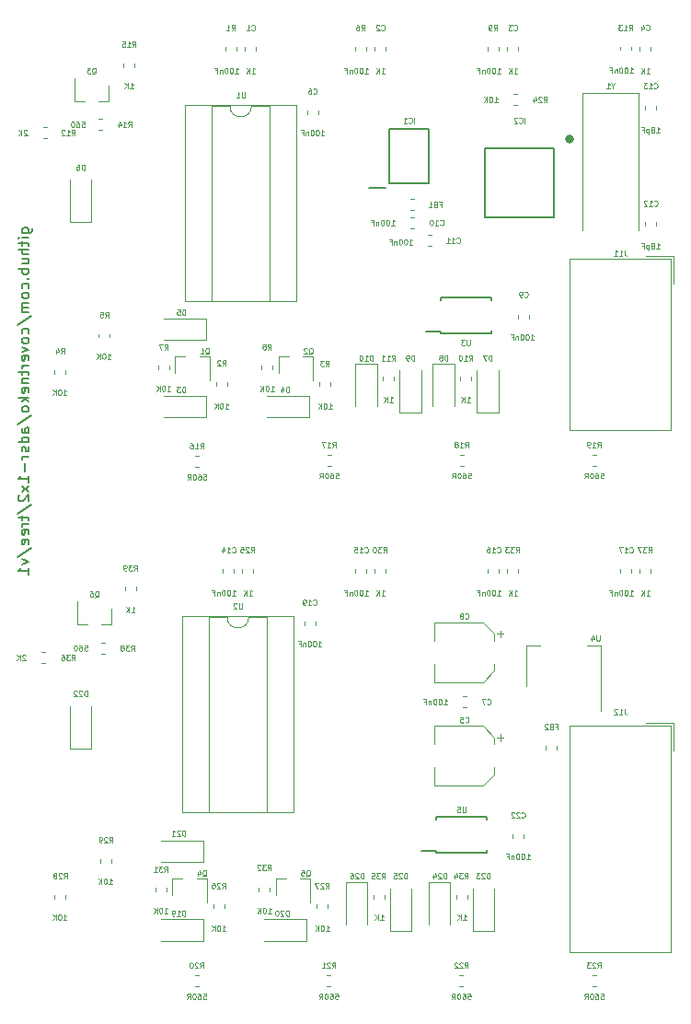
<source format=gbr>
G04 #@! TF.GenerationSoftware,KiCad,Pcbnew,(5.1.5)-3*
G04 #@! TF.CreationDate,2020-04-05T16:27:10-07:00*
G04 #@! TF.ProjectId,adsr-1x2,61647372-2d31-4783-922e-6b696361645f,rev?*
G04 #@! TF.SameCoordinates,Original*
G04 #@! TF.FileFunction,Legend,Bot*
G04 #@! TF.FilePolarity,Positive*
%FSLAX46Y46*%
G04 Gerber Fmt 4.6, Leading zero omitted, Abs format (unit mm)*
G04 Created by KiCad (PCBNEW (5.1.5)-3) date 2020-04-05 16:27:10*
%MOMM*%
%LPD*%
G04 APERTURE LIST*
%ADD10C,0.150000*%
%ADD11C,0.120000*%
%ADD12C,0.400000*%
%ADD13C,0.200000*%
%ADD14C,0.100000*%
G04 APERTURE END LIST*
D10*
X801714Y-23131809D02*
X1611238Y-23131809D01*
X1706476Y-23084190D01*
X1754095Y-23036571D01*
X1801714Y-22941333D01*
X1801714Y-22798476D01*
X1754095Y-22703238D01*
X1420761Y-23131809D02*
X1468380Y-23036571D01*
X1468380Y-22846095D01*
X1420761Y-22750857D01*
X1373142Y-22703238D01*
X1277904Y-22655619D01*
X992190Y-22655619D01*
X896952Y-22703238D01*
X849333Y-22750857D01*
X801714Y-22846095D01*
X801714Y-23036571D01*
X849333Y-23131809D01*
X1468380Y-23607999D02*
X801714Y-23607999D01*
X468380Y-23607999D02*
X516000Y-23560380D01*
X563619Y-23607999D01*
X516000Y-23655619D01*
X468380Y-23607999D01*
X563619Y-23607999D01*
X801714Y-23941333D02*
X801714Y-24322285D01*
X468380Y-24084190D02*
X1325523Y-24084190D01*
X1420761Y-24131809D01*
X1468380Y-24227047D01*
X1468380Y-24322285D01*
X1468380Y-24655619D02*
X468380Y-24655619D01*
X1468380Y-25084190D02*
X944571Y-25084190D01*
X849333Y-25036571D01*
X801714Y-24941333D01*
X801714Y-24798476D01*
X849333Y-24703238D01*
X896952Y-24655619D01*
X801714Y-25988952D02*
X1468380Y-25988952D01*
X801714Y-25560380D02*
X1325523Y-25560380D01*
X1420761Y-25607999D01*
X1468380Y-25703238D01*
X1468380Y-25846095D01*
X1420761Y-25941333D01*
X1373142Y-25988952D01*
X1468380Y-26465142D02*
X468380Y-26465142D01*
X849333Y-26465142D02*
X801714Y-26560380D01*
X801714Y-26750857D01*
X849333Y-26846095D01*
X896952Y-26893714D01*
X992190Y-26941333D01*
X1277904Y-26941333D01*
X1373142Y-26893714D01*
X1420761Y-26846095D01*
X1468380Y-26750857D01*
X1468380Y-26560380D01*
X1420761Y-26465142D01*
X1373142Y-27369904D02*
X1420761Y-27417523D01*
X1468380Y-27369904D01*
X1420761Y-27322285D01*
X1373142Y-27369904D01*
X1468380Y-27369904D01*
X1420761Y-28274666D02*
X1468380Y-28179428D01*
X1468380Y-27988952D01*
X1420761Y-27893714D01*
X1373142Y-27846095D01*
X1277904Y-27798476D01*
X992190Y-27798476D01*
X896952Y-27846095D01*
X849333Y-27893714D01*
X801714Y-27988952D01*
X801714Y-28179428D01*
X849333Y-28274666D01*
X1468380Y-28846095D02*
X1420761Y-28750857D01*
X1373142Y-28703238D01*
X1277904Y-28655619D01*
X992190Y-28655619D01*
X896952Y-28703238D01*
X849333Y-28750857D01*
X801714Y-28846095D01*
X801714Y-28988952D01*
X849333Y-29084190D01*
X896952Y-29131809D01*
X992190Y-29179428D01*
X1277904Y-29179428D01*
X1373142Y-29131809D01*
X1420761Y-29084190D01*
X1468380Y-28988952D01*
X1468380Y-28846095D01*
X1468380Y-29607999D02*
X801714Y-29607999D01*
X896952Y-29607999D02*
X849333Y-29655619D01*
X801714Y-29750857D01*
X801714Y-29893714D01*
X849333Y-29988952D01*
X944571Y-30036571D01*
X1468380Y-30036571D01*
X944571Y-30036571D02*
X849333Y-30084190D01*
X801714Y-30179428D01*
X801714Y-30322285D01*
X849333Y-30417523D01*
X944571Y-30465142D01*
X1468380Y-30465142D01*
X420761Y-31655619D02*
X1706476Y-30798476D01*
X1420761Y-32417523D02*
X1468380Y-32322285D01*
X1468380Y-32131809D01*
X1420761Y-32036571D01*
X1373142Y-31988952D01*
X1277904Y-31941333D01*
X992190Y-31941333D01*
X896952Y-31988952D01*
X849333Y-32036571D01*
X801714Y-32131809D01*
X801714Y-32322285D01*
X849333Y-32417523D01*
X1468380Y-32988952D02*
X1420761Y-32893714D01*
X1373142Y-32846095D01*
X1277904Y-32798476D01*
X992190Y-32798476D01*
X896952Y-32846095D01*
X849333Y-32893714D01*
X801714Y-32988952D01*
X801714Y-33131809D01*
X849333Y-33227047D01*
X896952Y-33274666D01*
X992190Y-33322285D01*
X1277904Y-33322285D01*
X1373142Y-33274666D01*
X1420761Y-33227047D01*
X1468380Y-33131809D01*
X1468380Y-32988952D01*
X801714Y-33655619D02*
X1468380Y-33893714D01*
X801714Y-34131809D01*
X1420761Y-34893714D02*
X1468380Y-34798476D01*
X1468380Y-34607999D01*
X1420761Y-34512761D01*
X1325523Y-34465142D01*
X944571Y-34465142D01*
X849333Y-34512761D01*
X801714Y-34607999D01*
X801714Y-34798476D01*
X849333Y-34893714D01*
X944571Y-34941333D01*
X1039809Y-34941333D01*
X1135047Y-34465142D01*
X1468380Y-35369904D02*
X801714Y-35369904D01*
X992190Y-35369904D02*
X896952Y-35417523D01*
X849333Y-35465142D01*
X801714Y-35560380D01*
X801714Y-35655619D01*
X801714Y-35846095D02*
X801714Y-36227047D01*
X468380Y-35988952D02*
X1325523Y-35988952D01*
X1420761Y-36036571D01*
X1468380Y-36131809D01*
X1468380Y-36227047D01*
X801714Y-36560380D02*
X1468380Y-36560380D01*
X896952Y-36560380D02*
X849333Y-36607999D01*
X801714Y-36703238D01*
X801714Y-36846095D01*
X849333Y-36941333D01*
X944571Y-36988952D01*
X1468380Y-36988952D01*
X1420761Y-37846095D02*
X1468380Y-37750857D01*
X1468380Y-37560380D01*
X1420761Y-37465142D01*
X1325523Y-37417523D01*
X944571Y-37417523D01*
X849333Y-37465142D01*
X801714Y-37560380D01*
X801714Y-37750857D01*
X849333Y-37846095D01*
X944571Y-37893714D01*
X1039809Y-37893714D01*
X1135047Y-37417523D01*
X1468380Y-38322285D02*
X468380Y-38322285D01*
X1087428Y-38417523D02*
X1468380Y-38703238D01*
X801714Y-38703238D02*
X1182666Y-38322285D01*
X1468380Y-39274666D02*
X1420761Y-39179428D01*
X1373142Y-39131809D01*
X1277904Y-39084190D01*
X992190Y-39084190D01*
X896952Y-39131809D01*
X849333Y-39179428D01*
X801714Y-39274666D01*
X801714Y-39417523D01*
X849333Y-39512761D01*
X896952Y-39560380D01*
X992190Y-39607999D01*
X1277904Y-39607999D01*
X1373142Y-39560380D01*
X1420761Y-39512761D01*
X1468380Y-39417523D01*
X1468380Y-39274666D01*
X420761Y-40750857D02*
X1706476Y-39893714D01*
X1468380Y-41512761D02*
X944571Y-41512761D01*
X849333Y-41465142D01*
X801714Y-41369904D01*
X801714Y-41179428D01*
X849333Y-41084190D01*
X1420761Y-41512761D02*
X1468380Y-41417523D01*
X1468380Y-41179428D01*
X1420761Y-41084190D01*
X1325523Y-41036571D01*
X1230285Y-41036571D01*
X1135047Y-41084190D01*
X1087428Y-41179428D01*
X1087428Y-41417523D01*
X1039809Y-41512761D01*
X1468380Y-42417523D02*
X468380Y-42417523D01*
X1420761Y-42417523D02*
X1468380Y-42322285D01*
X1468380Y-42131809D01*
X1420761Y-42036571D01*
X1373142Y-41988952D01*
X1277904Y-41941333D01*
X992190Y-41941333D01*
X896952Y-41988952D01*
X849333Y-42036571D01*
X801714Y-42131809D01*
X801714Y-42322285D01*
X849333Y-42417523D01*
X1420761Y-42846095D02*
X1468380Y-42941333D01*
X1468380Y-43131809D01*
X1420761Y-43227047D01*
X1325523Y-43274666D01*
X1277904Y-43274666D01*
X1182666Y-43227047D01*
X1135047Y-43131809D01*
X1135047Y-42988952D01*
X1087428Y-42893714D01*
X992190Y-42846095D01*
X944571Y-42846095D01*
X849333Y-42893714D01*
X801714Y-42988952D01*
X801714Y-43131809D01*
X849333Y-43227047D01*
X1468380Y-43703238D02*
X801714Y-43703238D01*
X992190Y-43703238D02*
X896952Y-43750857D01*
X849333Y-43798476D01*
X801714Y-43893714D01*
X801714Y-43988952D01*
X1087428Y-44322285D02*
X1087428Y-45084190D01*
X1468380Y-46084190D02*
X1468380Y-45512761D01*
X1468380Y-45798476D02*
X468380Y-45798476D01*
X611238Y-45703238D01*
X706476Y-45607999D01*
X754095Y-45512761D01*
X1468380Y-46417523D02*
X801714Y-46941333D01*
X801714Y-46417523D02*
X1468380Y-46941333D01*
X563619Y-47274666D02*
X515999Y-47322285D01*
X468380Y-47417523D01*
X468380Y-47655619D01*
X515999Y-47750857D01*
X563619Y-47798476D01*
X658857Y-47846095D01*
X754095Y-47846095D01*
X896952Y-47798476D01*
X1468380Y-47227047D01*
X1468380Y-47846095D01*
X420761Y-48988952D02*
X1706476Y-48131809D01*
X801714Y-49179428D02*
X801714Y-49560380D01*
X468380Y-49322285D02*
X1325523Y-49322285D01*
X1420761Y-49369904D01*
X1468380Y-49465142D01*
X1468380Y-49560380D01*
X1468380Y-49893714D02*
X801714Y-49893714D01*
X992190Y-49893714D02*
X896952Y-49941333D01*
X849333Y-49988952D01*
X801714Y-50084190D01*
X801714Y-50179428D01*
X1420761Y-50893714D02*
X1468380Y-50798476D01*
X1468380Y-50607999D01*
X1420761Y-50512761D01*
X1325523Y-50465142D01*
X944571Y-50465142D01*
X849333Y-50512761D01*
X801714Y-50607999D01*
X801714Y-50798476D01*
X849333Y-50893714D01*
X944571Y-50941333D01*
X1039809Y-50941333D01*
X1135047Y-50465142D01*
X1420761Y-51750857D02*
X1468380Y-51655619D01*
X1468380Y-51465142D01*
X1420761Y-51369904D01*
X1325523Y-51322285D01*
X944571Y-51322285D01*
X849333Y-51369904D01*
X801714Y-51465142D01*
X801714Y-51655619D01*
X849333Y-51750857D01*
X944571Y-51798476D01*
X1039809Y-51798476D01*
X1135047Y-51322285D01*
X420761Y-52941333D02*
X1706476Y-52084190D01*
X801714Y-53179428D02*
X1468380Y-53417523D01*
X801714Y-53655619D01*
X1468380Y-54560380D02*
X1468380Y-53988952D01*
X1468380Y-54274666D02*
X468380Y-54274666D01*
X611238Y-54179428D01*
X706476Y-54084190D01*
X754095Y-53988952D01*
D11*
X24455000Y-34546000D02*
X24455000Y-36006000D01*
X27615000Y-34546000D02*
X27615000Y-36706000D01*
X27615000Y-34546000D02*
X26685000Y-34546000D01*
X24455000Y-34546000D02*
X25385000Y-34546000D01*
X49020000Y-70647779D02*
X49020000Y-70322221D01*
X50040000Y-70647779D02*
X50040000Y-70322221D01*
X9073000Y-59180000D02*
X9073000Y-57720000D01*
X5913000Y-59180000D02*
X5913000Y-57020000D01*
X5913000Y-59180000D02*
X6843000Y-59180000D01*
X9073000Y-59180000D02*
X8143000Y-59180000D01*
X24201000Y-82552000D02*
X24201000Y-84012000D01*
X27361000Y-82552000D02*
X27361000Y-84712000D01*
X27361000Y-82552000D02*
X26431000Y-82552000D01*
X24201000Y-82552000D02*
X25131000Y-82552000D01*
X14676000Y-82552000D02*
X14676000Y-84012000D01*
X17836000Y-82552000D02*
X17836000Y-84712000D01*
X17836000Y-82552000D02*
X16906000Y-82552000D01*
X14676000Y-82552000D02*
X15606000Y-82552000D01*
X8819000Y-11063000D02*
X8819000Y-9603000D01*
X5659000Y-11063000D02*
X5659000Y-8903000D01*
X5659000Y-11063000D02*
X6589000Y-11063000D01*
X8819000Y-11063000D02*
X7889000Y-11063000D01*
X14930000Y-34546000D02*
X14930000Y-36006000D01*
X18090000Y-34546000D02*
X18090000Y-36706000D01*
X18090000Y-34546000D02*
X17160000Y-34546000D01*
X14930000Y-34546000D02*
X15860000Y-34546000D01*
X57541000Y-10318000D02*
X57541000Y-22918000D01*
X52441000Y-10318000D02*
X57541000Y-10318000D01*
X52441000Y-22918000D02*
X52441000Y-10318000D01*
D10*
X38950000Y-80011000D02*
X37600000Y-80011000D01*
X38950000Y-76861000D02*
X43600000Y-76861000D01*
X38950000Y-80111000D02*
X43600000Y-80111000D01*
X38950000Y-76861000D02*
X38950000Y-77061000D01*
X43600000Y-76861000D02*
X43600000Y-77061000D01*
X43600000Y-80111000D02*
X43600000Y-79911000D01*
X38950000Y-80111000D02*
X38950000Y-80011000D01*
D11*
X54083000Y-67092000D02*
X54083000Y-61082000D01*
X47263000Y-64842000D02*
X47263000Y-61082000D01*
X54083000Y-61082000D02*
X52823000Y-61082000D01*
X47263000Y-61082000D02*
X48523000Y-61082000D01*
D10*
X39331000Y-32259000D02*
X37981000Y-32259000D01*
X39331000Y-29109000D02*
X43981000Y-29109000D01*
X39331000Y-32359000D02*
X43981000Y-32359000D01*
X39331000Y-29109000D02*
X39331000Y-29309000D01*
X43981000Y-29109000D02*
X43981000Y-29309000D01*
X43981000Y-32359000D02*
X43981000Y-32159000D01*
X39331000Y-32359000D02*
X39331000Y-32259000D01*
D11*
X10285000Y-56042779D02*
X10285000Y-55717221D01*
X11305000Y-56042779D02*
X11305000Y-55717221D01*
X8092221Y-60831000D02*
X8417779Y-60831000D01*
X8092221Y-61851000D02*
X8417779Y-61851000D01*
X58676000Y-54066221D02*
X58676000Y-54391779D01*
X57656000Y-54066221D02*
X57656000Y-54391779D01*
X2631221Y-61720000D02*
X2956779Y-61720000D01*
X2631221Y-62740000D02*
X2956779Y-62740000D01*
X34165000Y-84063721D02*
X34165000Y-84389279D01*
X33145000Y-84063721D02*
X33145000Y-84389279D01*
X41785000Y-84038221D02*
X41785000Y-84363779D01*
X40765000Y-84038221D02*
X40765000Y-84363779D01*
X46484000Y-54066221D02*
X46484000Y-54391779D01*
X45464000Y-54066221D02*
X45464000Y-54391779D01*
X23624000Y-83377721D02*
X23624000Y-83703279D01*
X22604000Y-83377721D02*
X22604000Y-83703279D01*
X14099000Y-83403221D02*
X14099000Y-83728779D01*
X13079000Y-83403221D02*
X13079000Y-83728779D01*
X34292000Y-54066221D02*
X34292000Y-54391779D01*
X33272000Y-54066221D02*
X33272000Y-54391779D01*
X7999000Y-81061779D02*
X7999000Y-80736221D01*
X9019000Y-81061779D02*
X9019000Y-80736221D01*
X3808000Y-84363779D02*
X3808000Y-84038221D01*
X4828000Y-84363779D02*
X4828000Y-84038221D01*
X27938000Y-85252779D02*
X27938000Y-84927221D01*
X28958000Y-85252779D02*
X28958000Y-84927221D01*
X18413000Y-85252779D02*
X18413000Y-84927221D01*
X19433000Y-85252779D02*
X19433000Y-84927221D01*
X22100000Y-54066221D02*
X22100000Y-54391779D01*
X21080000Y-54066221D02*
X21080000Y-54391779D01*
X46065221Y-10412000D02*
X46390779Y-10412000D01*
X46065221Y-11432000D02*
X46390779Y-11432000D01*
X53629779Y-92458000D02*
X53304221Y-92458000D01*
X53629779Y-91438000D02*
X53304221Y-91438000D01*
X41412279Y-92458000D02*
X41086721Y-92458000D01*
X41412279Y-91438000D02*
X41086721Y-91438000D01*
X29220279Y-92458000D02*
X28894721Y-92458000D01*
X29220279Y-91438000D02*
X28894721Y-91438000D01*
X17053779Y-92458000D02*
X16728221Y-92458000D01*
X17053779Y-91438000D02*
X16728221Y-91438000D01*
X53629779Y-44579000D02*
X53304221Y-44579000D01*
X53629779Y-43559000D02*
X53304221Y-43559000D01*
X41437779Y-44579000D02*
X41112221Y-44579000D01*
X41437779Y-43559000D02*
X41112221Y-43559000D01*
X29245779Y-44579000D02*
X28920221Y-44579000D01*
X29245779Y-43559000D02*
X28920221Y-43559000D01*
X17079279Y-44706000D02*
X16753721Y-44706000D01*
X17079279Y-43686000D02*
X16753721Y-43686000D01*
X10158000Y-7909779D02*
X10158000Y-7584221D01*
X11178000Y-7909779D02*
X11178000Y-7584221D01*
X7863721Y-12698000D02*
X8189279Y-12698000D01*
X7863721Y-13718000D02*
X8189279Y-13718000D01*
X58676000Y-6060221D02*
X58676000Y-6385779D01*
X57656000Y-6060221D02*
X57656000Y-6385779D01*
X2758221Y-13460000D02*
X3083779Y-13460000D01*
X2758221Y-14480000D02*
X3083779Y-14480000D01*
X35054000Y-36413221D02*
X35054000Y-36738779D01*
X34034000Y-36413221D02*
X34034000Y-36738779D01*
X42166000Y-36413221D02*
X42166000Y-36738779D01*
X41146000Y-36413221D02*
X41146000Y-36738779D01*
X46484000Y-6060221D02*
X46484000Y-6385779D01*
X45464000Y-6060221D02*
X45464000Y-6385779D01*
X23878000Y-35397221D02*
X23878000Y-35722779D01*
X22858000Y-35397221D02*
X22858000Y-35722779D01*
X14353000Y-35397221D02*
X14353000Y-35722779D01*
X13333000Y-35397221D02*
X13333000Y-35722779D01*
X34292000Y-6060221D02*
X34292000Y-6385779D01*
X33272000Y-6060221D02*
X33272000Y-6385779D01*
X7872000Y-32776279D02*
X7872000Y-32450721D01*
X8892000Y-32776279D02*
X8892000Y-32450721D01*
X3808000Y-36103779D02*
X3808000Y-35778221D01*
X4828000Y-36103779D02*
X4828000Y-35778221D01*
X28192000Y-37246779D02*
X28192000Y-36921221D01*
X29212000Y-37246779D02*
X29212000Y-36921221D01*
X18667000Y-37246779D02*
X18667000Y-36921221D01*
X19687000Y-37246779D02*
X19687000Y-36921221D01*
X22354000Y-6060221D02*
X22354000Y-6385779D01*
X21334000Y-6060221D02*
X21334000Y-6385779D01*
X60805000Y-68187000D02*
X58265000Y-68187000D01*
X60805000Y-68187000D02*
X60805000Y-70727000D01*
X60555000Y-68437000D02*
X51205000Y-68437000D01*
X60555000Y-89297000D02*
X60555000Y-68437000D01*
X51205000Y-89297000D02*
X60555000Y-89297000D01*
X51205000Y-68437000D02*
X51205000Y-89297000D01*
X60805000Y-25261000D02*
X58265000Y-25261000D01*
X60805000Y-25261000D02*
X60805000Y-27801000D01*
X60555000Y-25511000D02*
X51205000Y-25511000D01*
X60555000Y-41291000D02*
X60555000Y-25511000D01*
X51205000Y-41291000D02*
X60555000Y-41291000D01*
X51205000Y-25511000D02*
X51205000Y-41291000D01*
D12*
X51409000Y-14542000D02*
G75*
G03X51409000Y-14542000I-200000J0D01*
G01*
D13*
X49759000Y-21692000D02*
X49759000Y-15392000D01*
X43459000Y-21692000D02*
X49759000Y-21692000D01*
X43459000Y-15392000D02*
X43459000Y-21692000D01*
X49759000Y-15392000D02*
X43459000Y-15392000D01*
X32774000Y-18979000D02*
X34249000Y-18979000D01*
X34599000Y-13629000D02*
X34599000Y-18629000D01*
X38299000Y-13629000D02*
X34599000Y-13629000D01*
X38299000Y-18629000D02*
X38299000Y-13629000D01*
X34599000Y-18629000D02*
X38299000Y-18629000D01*
D11*
X36865779Y-21084000D02*
X36540221Y-21084000D01*
X36865779Y-20064000D02*
X36540221Y-20064000D01*
X30623000Y-82839000D02*
X30623000Y-86739000D01*
X32623000Y-82839000D02*
X32623000Y-86739000D01*
X30623000Y-82839000D02*
X32623000Y-82839000D01*
X36687000Y-87340000D02*
X36687000Y-83440000D01*
X34687000Y-87340000D02*
X34687000Y-83440000D01*
X36687000Y-87340000D02*
X34687000Y-87340000D01*
X38243000Y-82840000D02*
X38243000Y-86740000D01*
X40243000Y-82840000D02*
X40243000Y-86740000D01*
X38243000Y-82840000D02*
X40243000Y-82840000D01*
X44307000Y-87340000D02*
X44307000Y-83440000D01*
X42307000Y-87340000D02*
X42307000Y-83440000D01*
X44307000Y-87340000D02*
X42307000Y-87340000D01*
X7223000Y-70576000D02*
X7223000Y-66676000D01*
X5223000Y-70576000D02*
X5223000Y-66676000D01*
X7223000Y-70576000D02*
X5223000Y-70576000D01*
X17490000Y-79010000D02*
X13590000Y-79010000D01*
X17490000Y-81010000D02*
X13590000Y-81010000D01*
X17490000Y-79010000D02*
X17490000Y-81010000D01*
X27015000Y-86249000D02*
X23115000Y-86249000D01*
X27015000Y-88249000D02*
X23115000Y-88249000D01*
X27015000Y-86249000D02*
X27015000Y-88249000D01*
X17490000Y-86249000D02*
X13590000Y-86249000D01*
X17490000Y-88249000D02*
X13590000Y-88249000D01*
X17490000Y-86249000D02*
X17490000Y-88249000D01*
X31512000Y-35215000D02*
X31512000Y-39115000D01*
X33512000Y-35215000D02*
X33512000Y-39115000D01*
X31512000Y-35215000D02*
X33512000Y-35215000D01*
X37576000Y-39715000D02*
X37576000Y-35815000D01*
X35576000Y-39715000D02*
X35576000Y-35815000D01*
X37576000Y-39715000D02*
X35576000Y-39715000D01*
X38624000Y-35215000D02*
X38624000Y-39115000D01*
X40624000Y-35215000D02*
X40624000Y-39115000D01*
X38624000Y-35215000D02*
X40624000Y-35215000D01*
X44688000Y-39715000D02*
X42688000Y-39715000D01*
X42688000Y-39715000D02*
X42688000Y-35815000D01*
X44688000Y-39715000D02*
X44688000Y-35815000D01*
X7223000Y-22189000D02*
X7223000Y-18289000D01*
X5223000Y-22189000D02*
X5223000Y-18289000D01*
X7223000Y-22189000D02*
X5223000Y-22189000D01*
X17744000Y-31004000D02*
X13844000Y-31004000D01*
X17744000Y-33004000D02*
X13844000Y-33004000D01*
X17744000Y-31004000D02*
X17744000Y-33004000D01*
X27269000Y-38116000D02*
X23369000Y-38116000D01*
X27269000Y-40116000D02*
X23369000Y-40116000D01*
X27269000Y-38116000D02*
X27269000Y-40116000D01*
X17744000Y-38116000D02*
X13844000Y-38116000D01*
X17744000Y-40116000D02*
X13844000Y-40116000D01*
X17744000Y-38116000D02*
X17744000Y-40116000D01*
X46992000Y-78450221D02*
X46992000Y-78775779D01*
X45972000Y-78450221D02*
X45972000Y-78775779D01*
X26795000Y-59217779D02*
X26795000Y-58892221D01*
X27815000Y-59217779D02*
X27815000Y-58892221D01*
X55878000Y-54391779D02*
X55878000Y-54066221D01*
X56898000Y-54391779D02*
X56898000Y-54066221D01*
X43686000Y-54391779D02*
X43686000Y-54066221D01*
X44706000Y-54391779D02*
X44706000Y-54066221D01*
X31494000Y-54391779D02*
X31494000Y-54066221D01*
X32514000Y-54391779D02*
X32514000Y-54066221D01*
X19302000Y-54391779D02*
X19302000Y-54066221D01*
X20322000Y-54391779D02*
X20322000Y-54066221D01*
X58164000Y-11846779D02*
X58164000Y-11521221D01*
X59184000Y-11846779D02*
X59184000Y-11521221D01*
X59184000Y-22189221D02*
X59184000Y-22514779D01*
X58164000Y-22189221D02*
X58164000Y-22514779D01*
X38191221Y-23366000D02*
X38516779Y-23366000D01*
X38191221Y-24386000D02*
X38516779Y-24386000D01*
X36540221Y-21715000D02*
X36865779Y-21715000D01*
X36540221Y-22735000D02*
X36865779Y-22735000D01*
X47500000Y-30698221D02*
X47500000Y-31023779D01*
X46480000Y-30698221D02*
X46480000Y-31023779D01*
X44841500Y-59724500D02*
X44841500Y-60349500D01*
X45154000Y-60037000D02*
X44529000Y-60037000D01*
X44289000Y-63417563D02*
X43224563Y-64482000D01*
X44289000Y-60026437D02*
X43224563Y-58962000D01*
X44289000Y-60026437D02*
X44289000Y-60662000D01*
X44289000Y-63417563D02*
X44289000Y-62782000D01*
X43224563Y-64482000D02*
X38769000Y-64482000D01*
X43224563Y-58962000D02*
X38769000Y-58962000D01*
X38769000Y-58962000D02*
X38769000Y-60662000D01*
X38769000Y-64482000D02*
X38769000Y-62782000D01*
X41691779Y-66804000D02*
X41366221Y-66804000D01*
X41691779Y-65784000D02*
X41366221Y-65784000D01*
X27049000Y-12227779D02*
X27049000Y-11902221D01*
X28069000Y-12227779D02*
X28069000Y-11902221D01*
X44841500Y-69249500D02*
X44841500Y-69874500D01*
X45154000Y-69562000D02*
X44529000Y-69562000D01*
X44289000Y-72942563D02*
X43224563Y-74007000D01*
X44289000Y-69551437D02*
X43224563Y-68487000D01*
X44289000Y-69551437D02*
X44289000Y-70187000D01*
X44289000Y-72942563D02*
X44289000Y-72307000D01*
X43224563Y-74007000D02*
X38769000Y-74007000D01*
X43224563Y-68487000D02*
X38769000Y-68487000D01*
X38769000Y-68487000D02*
X38769000Y-70187000D01*
X38769000Y-74007000D02*
X38769000Y-72307000D01*
X55878000Y-6360279D02*
X55878000Y-6034721D01*
X56898000Y-6360279D02*
X56898000Y-6034721D01*
X43686000Y-6385779D02*
X43686000Y-6060221D01*
X44706000Y-6385779D02*
X44706000Y-6060221D01*
X31494000Y-6385779D02*
X31494000Y-6060221D01*
X32514000Y-6385779D02*
X32514000Y-6060221D01*
X19556000Y-6385779D02*
X19556000Y-6060221D01*
X20576000Y-6385779D02*
X20576000Y-6060221D01*
X15561000Y-58427000D02*
X25841000Y-58427000D01*
X15561000Y-76447000D02*
X15561000Y-58427000D01*
X25841000Y-76447000D02*
X15561000Y-76447000D01*
X25841000Y-58427000D02*
X25841000Y-76447000D01*
X18051000Y-58487000D02*
X19701000Y-58487000D01*
X18051000Y-76387000D02*
X18051000Y-58487000D01*
X23351000Y-76387000D02*
X18051000Y-76387000D01*
X23351000Y-58487000D02*
X23351000Y-76387000D01*
X21701000Y-58487000D02*
X23351000Y-58487000D01*
X19701000Y-58487000D02*
G75*
G03X21701000Y-58487000I1000000J0D01*
G01*
X15815000Y-11437000D02*
X26095000Y-11437000D01*
X15815000Y-29457000D02*
X15815000Y-11437000D01*
X26095000Y-29457000D02*
X15815000Y-29457000D01*
X26095000Y-11437000D02*
X26095000Y-29457000D01*
X18305000Y-11497000D02*
X19955000Y-11497000D01*
X18305000Y-29397000D02*
X18305000Y-11497000D01*
X23605000Y-29397000D02*
X18305000Y-29397000D01*
X23605000Y-11497000D02*
X23605000Y-29397000D01*
X21955000Y-11497000D02*
X23605000Y-11497000D01*
X19955000Y-11497000D02*
G75*
G03X21955000Y-11497000I1000000J0D01*
G01*
D14*
X27225619Y-34309809D02*
X27273238Y-34286000D01*
X27320857Y-34238380D01*
X27392285Y-34166952D01*
X27439904Y-34143142D01*
X27487523Y-34143142D01*
X27463714Y-34262190D02*
X27511333Y-34238380D01*
X27558952Y-34190761D01*
X27582761Y-34095523D01*
X27582761Y-33928857D01*
X27558952Y-33833619D01*
X27511333Y-33786000D01*
X27463714Y-33762190D01*
X27368476Y-33762190D01*
X27320857Y-33786000D01*
X27273238Y-33833619D01*
X27249428Y-33928857D01*
X27249428Y-34095523D01*
X27273238Y-34190761D01*
X27320857Y-34238380D01*
X27368476Y-34262190D01*
X27463714Y-34262190D01*
X27058952Y-33809809D02*
X27035142Y-33786000D01*
X26987523Y-33762190D01*
X26868476Y-33762190D01*
X26820857Y-33786000D01*
X26797047Y-33809809D01*
X26773238Y-33857428D01*
X26773238Y-33905047D01*
X26797047Y-33976476D01*
X27082761Y-34262190D01*
X26773238Y-34262190D01*
X49946666Y-68544285D02*
X50113333Y-68544285D01*
X50113333Y-68806190D02*
X50113333Y-68306190D01*
X49875238Y-68306190D01*
X49518095Y-68544285D02*
X49446666Y-68568095D01*
X49422857Y-68591904D01*
X49399047Y-68639523D01*
X49399047Y-68710952D01*
X49422857Y-68758571D01*
X49446666Y-68782380D01*
X49494285Y-68806190D01*
X49684761Y-68806190D01*
X49684761Y-68306190D01*
X49518095Y-68306190D01*
X49470476Y-68330000D01*
X49446666Y-68353809D01*
X49422857Y-68401428D01*
X49422857Y-68449047D01*
X49446666Y-68496666D01*
X49470476Y-68520476D01*
X49518095Y-68544285D01*
X49684761Y-68544285D01*
X49208571Y-68353809D02*
X49184761Y-68330000D01*
X49137142Y-68306190D01*
X49018095Y-68306190D01*
X48970476Y-68330000D01*
X48946666Y-68353809D01*
X48922857Y-68401428D01*
X48922857Y-68449047D01*
X48946666Y-68520476D01*
X49232380Y-68806190D01*
X48922857Y-68806190D01*
X7540619Y-56661809D02*
X7588238Y-56638000D01*
X7635857Y-56590380D01*
X7707285Y-56518952D01*
X7754904Y-56495142D01*
X7802523Y-56495142D01*
X7778714Y-56614190D02*
X7826333Y-56590380D01*
X7873952Y-56542761D01*
X7897761Y-56447523D01*
X7897761Y-56280857D01*
X7873952Y-56185619D01*
X7826333Y-56138000D01*
X7778714Y-56114190D01*
X7683476Y-56114190D01*
X7635857Y-56138000D01*
X7588238Y-56185619D01*
X7564428Y-56280857D01*
X7564428Y-56447523D01*
X7588238Y-56542761D01*
X7635857Y-56590380D01*
X7683476Y-56614190D01*
X7778714Y-56614190D01*
X7135857Y-56114190D02*
X7231095Y-56114190D01*
X7278714Y-56138000D01*
X7302523Y-56161809D01*
X7350142Y-56233238D01*
X7373952Y-56328476D01*
X7373952Y-56518952D01*
X7350142Y-56566571D01*
X7326333Y-56590380D01*
X7278714Y-56614190D01*
X7183476Y-56614190D01*
X7135857Y-56590380D01*
X7112047Y-56566571D01*
X7088238Y-56518952D01*
X7088238Y-56399904D01*
X7112047Y-56352285D01*
X7135857Y-56328476D01*
X7183476Y-56304666D01*
X7278714Y-56304666D01*
X7326333Y-56328476D01*
X7350142Y-56352285D01*
X7373952Y-56399904D01*
X26971619Y-82315809D02*
X27019238Y-82292000D01*
X27066857Y-82244380D01*
X27138285Y-82172952D01*
X27185904Y-82149142D01*
X27233523Y-82149142D01*
X27209714Y-82268190D02*
X27257333Y-82244380D01*
X27304952Y-82196761D01*
X27328761Y-82101523D01*
X27328761Y-81934857D01*
X27304952Y-81839619D01*
X27257333Y-81792000D01*
X27209714Y-81768190D01*
X27114476Y-81768190D01*
X27066857Y-81792000D01*
X27019238Y-81839619D01*
X26995428Y-81934857D01*
X26995428Y-82101523D01*
X27019238Y-82196761D01*
X27066857Y-82244380D01*
X27114476Y-82268190D01*
X27209714Y-82268190D01*
X26543047Y-81768190D02*
X26781142Y-81768190D01*
X26804952Y-82006285D01*
X26781142Y-81982476D01*
X26733523Y-81958666D01*
X26614476Y-81958666D01*
X26566857Y-81982476D01*
X26543047Y-82006285D01*
X26519238Y-82053904D01*
X26519238Y-82172952D01*
X26543047Y-82220571D01*
X26566857Y-82244380D01*
X26614476Y-82268190D01*
X26733523Y-82268190D01*
X26781142Y-82244380D01*
X26804952Y-82220571D01*
X17446619Y-82315809D02*
X17494238Y-82292000D01*
X17541857Y-82244380D01*
X17613285Y-82172952D01*
X17660904Y-82149142D01*
X17708523Y-82149142D01*
X17684714Y-82268190D02*
X17732333Y-82244380D01*
X17779952Y-82196761D01*
X17803761Y-82101523D01*
X17803761Y-81934857D01*
X17779952Y-81839619D01*
X17732333Y-81792000D01*
X17684714Y-81768190D01*
X17589476Y-81768190D01*
X17541857Y-81792000D01*
X17494238Y-81839619D01*
X17470428Y-81934857D01*
X17470428Y-82101523D01*
X17494238Y-82196761D01*
X17541857Y-82244380D01*
X17589476Y-82268190D01*
X17684714Y-82268190D01*
X17041857Y-81934857D02*
X17041857Y-82268190D01*
X17160904Y-81744380D02*
X17279952Y-82101523D01*
X16970428Y-82101523D01*
X7286619Y-8528809D02*
X7334238Y-8505000D01*
X7381857Y-8457380D01*
X7453285Y-8385952D01*
X7500904Y-8362142D01*
X7548523Y-8362142D01*
X7524714Y-8481190D02*
X7572333Y-8457380D01*
X7619952Y-8409761D01*
X7643761Y-8314523D01*
X7643761Y-8147857D01*
X7619952Y-8052619D01*
X7572333Y-8005000D01*
X7524714Y-7981190D01*
X7429476Y-7981190D01*
X7381857Y-8005000D01*
X7334238Y-8052619D01*
X7310428Y-8147857D01*
X7310428Y-8314523D01*
X7334238Y-8409761D01*
X7381857Y-8457380D01*
X7429476Y-8481190D01*
X7524714Y-8481190D01*
X7143761Y-7981190D02*
X6834238Y-7981190D01*
X7000904Y-8171666D01*
X6929476Y-8171666D01*
X6881857Y-8195476D01*
X6858047Y-8219285D01*
X6834238Y-8266904D01*
X6834238Y-8385952D01*
X6858047Y-8433571D01*
X6881857Y-8457380D01*
X6929476Y-8481190D01*
X7072333Y-8481190D01*
X7119952Y-8457380D01*
X7143761Y-8433571D01*
X17700619Y-34309809D02*
X17748238Y-34286000D01*
X17795857Y-34238380D01*
X17867285Y-34166952D01*
X17914904Y-34143142D01*
X17962523Y-34143142D01*
X17938714Y-34262190D02*
X17986333Y-34238380D01*
X18033952Y-34190761D01*
X18057761Y-34095523D01*
X18057761Y-33928857D01*
X18033952Y-33833619D01*
X17986333Y-33786000D01*
X17938714Y-33762190D01*
X17843476Y-33762190D01*
X17795857Y-33786000D01*
X17748238Y-33833619D01*
X17724428Y-33928857D01*
X17724428Y-34095523D01*
X17748238Y-34190761D01*
X17795857Y-34238380D01*
X17843476Y-34262190D01*
X17938714Y-34262190D01*
X17248238Y-34262190D02*
X17533952Y-34262190D01*
X17391095Y-34262190D02*
X17391095Y-33762190D01*
X17438714Y-33833619D01*
X17486333Y-33881238D01*
X17533952Y-33905047D01*
X55229095Y-9640095D02*
X55229095Y-9878190D01*
X55395761Y-9378190D02*
X55229095Y-9640095D01*
X55062428Y-9378190D01*
X54633857Y-9878190D02*
X54919571Y-9878190D01*
X54776714Y-9878190D02*
X54776714Y-9378190D01*
X54824333Y-9449619D01*
X54871952Y-9497238D01*
X54919571Y-9521047D01*
X41655952Y-75926190D02*
X41655952Y-76330952D01*
X41632142Y-76378571D01*
X41608333Y-76402380D01*
X41560714Y-76426190D01*
X41465476Y-76426190D01*
X41417857Y-76402380D01*
X41394047Y-76378571D01*
X41370238Y-76330952D01*
X41370238Y-75926190D01*
X40894047Y-75926190D02*
X41132142Y-75926190D01*
X41155952Y-76164285D01*
X41132142Y-76140476D01*
X41084523Y-76116666D01*
X40965476Y-76116666D01*
X40917857Y-76140476D01*
X40894047Y-76164285D01*
X40870238Y-76211904D01*
X40870238Y-76330952D01*
X40894047Y-76378571D01*
X40917857Y-76402380D01*
X40965476Y-76426190D01*
X41084523Y-76426190D01*
X41132142Y-76402380D01*
X41155952Y-76378571D01*
X53974952Y-60178190D02*
X53974952Y-60582952D01*
X53951142Y-60630571D01*
X53927333Y-60654380D01*
X53879714Y-60678190D01*
X53784476Y-60678190D01*
X53736857Y-60654380D01*
X53713047Y-60630571D01*
X53689238Y-60582952D01*
X53689238Y-60178190D01*
X53236857Y-60344857D02*
X53236857Y-60678190D01*
X53355904Y-60154380D02*
X53474952Y-60511523D01*
X53165428Y-60511523D01*
X42036952Y-33010190D02*
X42036952Y-33414952D01*
X42013142Y-33462571D01*
X41989333Y-33486380D01*
X41941714Y-33510190D01*
X41846476Y-33510190D01*
X41798857Y-33486380D01*
X41775047Y-33462571D01*
X41751238Y-33414952D01*
X41751238Y-33010190D01*
X41560761Y-33010190D02*
X41251238Y-33010190D01*
X41417904Y-33200666D01*
X41346476Y-33200666D01*
X41298857Y-33224476D01*
X41275047Y-33248285D01*
X41251238Y-33295904D01*
X41251238Y-33414952D01*
X41275047Y-33462571D01*
X41298857Y-33486380D01*
X41346476Y-33510190D01*
X41489333Y-33510190D01*
X41536952Y-33486380D01*
X41560761Y-33462571D01*
X11116428Y-54201190D02*
X11283095Y-53963095D01*
X11402142Y-54201190D02*
X11402142Y-53701190D01*
X11211666Y-53701190D01*
X11164047Y-53725000D01*
X11140238Y-53748809D01*
X11116428Y-53796428D01*
X11116428Y-53867857D01*
X11140238Y-53915476D01*
X11164047Y-53939285D01*
X11211666Y-53963095D01*
X11402142Y-53963095D01*
X10949761Y-53701190D02*
X10640238Y-53701190D01*
X10806904Y-53891666D01*
X10735476Y-53891666D01*
X10687857Y-53915476D01*
X10664047Y-53939285D01*
X10640238Y-53986904D01*
X10640238Y-54105952D01*
X10664047Y-54153571D01*
X10687857Y-54177380D01*
X10735476Y-54201190D01*
X10878333Y-54201190D01*
X10925952Y-54177380D01*
X10949761Y-54153571D01*
X10402142Y-54201190D02*
X10306904Y-54201190D01*
X10259285Y-54177380D01*
X10235476Y-54153571D01*
X10187857Y-54082142D01*
X10164047Y-53986904D01*
X10164047Y-53796428D01*
X10187857Y-53748809D01*
X10211666Y-53725000D01*
X10259285Y-53701190D01*
X10354523Y-53701190D01*
X10402142Y-53725000D01*
X10425952Y-53748809D01*
X10449761Y-53796428D01*
X10449761Y-53915476D01*
X10425952Y-53963095D01*
X10402142Y-53986904D01*
X10354523Y-54010714D01*
X10259285Y-54010714D01*
X10211666Y-53986904D01*
X10187857Y-53963095D01*
X10164047Y-53915476D01*
X10902142Y-58011190D02*
X11187857Y-58011190D01*
X11045000Y-58011190D02*
X11045000Y-57511190D01*
X11092619Y-57582619D01*
X11140238Y-57630238D01*
X11187857Y-57654047D01*
X10687857Y-58011190D02*
X10687857Y-57511190D01*
X10402142Y-58011190D02*
X10616428Y-57725476D01*
X10402142Y-57511190D02*
X10687857Y-57796904D01*
X10862428Y-61567190D02*
X11029095Y-61329095D01*
X11148142Y-61567190D02*
X11148142Y-61067190D01*
X10957666Y-61067190D01*
X10910047Y-61091000D01*
X10886238Y-61114809D01*
X10862428Y-61162428D01*
X10862428Y-61233857D01*
X10886238Y-61281476D01*
X10910047Y-61305285D01*
X10957666Y-61329095D01*
X11148142Y-61329095D01*
X10695761Y-61067190D02*
X10386238Y-61067190D01*
X10552904Y-61257666D01*
X10481476Y-61257666D01*
X10433857Y-61281476D01*
X10410047Y-61305285D01*
X10386238Y-61352904D01*
X10386238Y-61471952D01*
X10410047Y-61519571D01*
X10433857Y-61543380D01*
X10481476Y-61567190D01*
X10624333Y-61567190D01*
X10671952Y-61543380D01*
X10695761Y-61519571D01*
X10100523Y-61281476D02*
X10148142Y-61257666D01*
X10171952Y-61233857D01*
X10195761Y-61186238D01*
X10195761Y-61162428D01*
X10171952Y-61114809D01*
X10148142Y-61091000D01*
X10100523Y-61067190D01*
X10005285Y-61067190D01*
X9957666Y-61091000D01*
X9933857Y-61114809D01*
X9910047Y-61162428D01*
X9910047Y-61186238D01*
X9933857Y-61233857D01*
X9957666Y-61257666D01*
X10005285Y-61281476D01*
X10100523Y-61281476D01*
X10148142Y-61305285D01*
X10171952Y-61329095D01*
X10195761Y-61376714D01*
X10195761Y-61471952D01*
X10171952Y-61519571D01*
X10148142Y-61543380D01*
X10100523Y-61567190D01*
X10005285Y-61567190D01*
X9957666Y-61543380D01*
X9933857Y-61519571D01*
X9910047Y-61471952D01*
X9910047Y-61376714D01*
X9933857Y-61329095D01*
X9957666Y-61305285D01*
X10005285Y-61281476D01*
X6580142Y-61067190D02*
X6818238Y-61067190D01*
X6842047Y-61305285D01*
X6818238Y-61281476D01*
X6770619Y-61257666D01*
X6651571Y-61257666D01*
X6603952Y-61281476D01*
X6580142Y-61305285D01*
X6556333Y-61352904D01*
X6556333Y-61471952D01*
X6580142Y-61519571D01*
X6603952Y-61543380D01*
X6651571Y-61567190D01*
X6770619Y-61567190D01*
X6818238Y-61543380D01*
X6842047Y-61519571D01*
X6127761Y-61067190D02*
X6223000Y-61067190D01*
X6270619Y-61091000D01*
X6294428Y-61114809D01*
X6342047Y-61186238D01*
X6365857Y-61281476D01*
X6365857Y-61471952D01*
X6342047Y-61519571D01*
X6318238Y-61543380D01*
X6270619Y-61567190D01*
X6175380Y-61567190D01*
X6127761Y-61543380D01*
X6103952Y-61519571D01*
X6080142Y-61471952D01*
X6080142Y-61352904D01*
X6103952Y-61305285D01*
X6127761Y-61281476D01*
X6175380Y-61257666D01*
X6270619Y-61257666D01*
X6318238Y-61281476D01*
X6342047Y-61305285D01*
X6365857Y-61352904D01*
X5770619Y-61067190D02*
X5723000Y-61067190D01*
X5675380Y-61091000D01*
X5651571Y-61114809D01*
X5627761Y-61162428D01*
X5603952Y-61257666D01*
X5603952Y-61376714D01*
X5627761Y-61471952D01*
X5651571Y-61519571D01*
X5675380Y-61543380D01*
X5723000Y-61567190D01*
X5770619Y-61567190D01*
X5818238Y-61543380D01*
X5842047Y-61519571D01*
X5865857Y-61471952D01*
X5889666Y-61376714D01*
X5889666Y-61257666D01*
X5865857Y-61162428D01*
X5842047Y-61114809D01*
X5818238Y-61091000D01*
X5770619Y-61067190D01*
X58454428Y-52550190D02*
X58621095Y-52312095D01*
X58740142Y-52550190D02*
X58740142Y-52050190D01*
X58549666Y-52050190D01*
X58502047Y-52074000D01*
X58478238Y-52097809D01*
X58454428Y-52145428D01*
X58454428Y-52216857D01*
X58478238Y-52264476D01*
X58502047Y-52288285D01*
X58549666Y-52312095D01*
X58740142Y-52312095D01*
X58287761Y-52050190D02*
X57978238Y-52050190D01*
X58144904Y-52240666D01*
X58073476Y-52240666D01*
X58025857Y-52264476D01*
X58002047Y-52288285D01*
X57978238Y-52335904D01*
X57978238Y-52454952D01*
X58002047Y-52502571D01*
X58025857Y-52526380D01*
X58073476Y-52550190D01*
X58216333Y-52550190D01*
X58263952Y-52526380D01*
X58287761Y-52502571D01*
X57811571Y-52050190D02*
X57478238Y-52050190D01*
X57692523Y-52550190D01*
X58306142Y-56487190D02*
X58591857Y-56487190D01*
X58449000Y-56487190D02*
X58449000Y-55987190D01*
X58496619Y-56058619D01*
X58544238Y-56106238D01*
X58591857Y-56130047D01*
X58091857Y-56487190D02*
X58091857Y-55987190D01*
X57806142Y-56487190D02*
X58020428Y-56201476D01*
X57806142Y-55987190D02*
X58091857Y-56272904D01*
X5401428Y-62456190D02*
X5568095Y-62218095D01*
X5687142Y-62456190D02*
X5687142Y-61956190D01*
X5496666Y-61956190D01*
X5449047Y-61980000D01*
X5425238Y-62003809D01*
X5401428Y-62051428D01*
X5401428Y-62122857D01*
X5425238Y-62170476D01*
X5449047Y-62194285D01*
X5496666Y-62218095D01*
X5687142Y-62218095D01*
X5234761Y-61956190D02*
X4925238Y-61956190D01*
X5091904Y-62146666D01*
X5020476Y-62146666D01*
X4972857Y-62170476D01*
X4949047Y-62194285D01*
X4925238Y-62241904D01*
X4925238Y-62360952D01*
X4949047Y-62408571D01*
X4972857Y-62432380D01*
X5020476Y-62456190D01*
X5163333Y-62456190D01*
X5210952Y-62432380D01*
X5234761Y-62408571D01*
X4496666Y-61956190D02*
X4591904Y-61956190D01*
X4639523Y-61980000D01*
X4663333Y-62003809D01*
X4710952Y-62075238D01*
X4734761Y-62170476D01*
X4734761Y-62360952D01*
X4710952Y-62408571D01*
X4687142Y-62432380D01*
X4639523Y-62456190D01*
X4544285Y-62456190D01*
X4496666Y-62432380D01*
X4472857Y-62408571D01*
X4449047Y-62360952D01*
X4449047Y-62241904D01*
X4472857Y-62194285D01*
X4496666Y-62170476D01*
X4544285Y-62146666D01*
X4639523Y-62146666D01*
X4687142Y-62170476D01*
X4710952Y-62194285D01*
X4734761Y-62241904D01*
X1154857Y-62003809D02*
X1131047Y-61980000D01*
X1083428Y-61956190D01*
X964380Y-61956190D01*
X916761Y-61980000D01*
X892952Y-62003809D01*
X869142Y-62051428D01*
X869142Y-62099047D01*
X892952Y-62170476D01*
X1178666Y-62456190D01*
X869142Y-62456190D01*
X654857Y-62456190D02*
X654857Y-61956190D01*
X369142Y-62456190D02*
X583428Y-62170476D01*
X369142Y-61956190D02*
X654857Y-62241904D01*
X33943428Y-82547690D02*
X34110095Y-82309595D01*
X34229142Y-82547690D02*
X34229142Y-82047690D01*
X34038666Y-82047690D01*
X33991047Y-82071500D01*
X33967238Y-82095309D01*
X33943428Y-82142928D01*
X33943428Y-82214357D01*
X33967238Y-82261976D01*
X33991047Y-82285785D01*
X34038666Y-82309595D01*
X34229142Y-82309595D01*
X33776761Y-82047690D02*
X33467238Y-82047690D01*
X33633904Y-82238166D01*
X33562476Y-82238166D01*
X33514857Y-82261976D01*
X33491047Y-82285785D01*
X33467238Y-82333404D01*
X33467238Y-82452452D01*
X33491047Y-82500071D01*
X33514857Y-82523880D01*
X33562476Y-82547690D01*
X33705333Y-82547690D01*
X33752952Y-82523880D01*
X33776761Y-82500071D01*
X33014857Y-82047690D02*
X33252952Y-82047690D01*
X33276761Y-82285785D01*
X33252952Y-82261976D01*
X33205333Y-82238166D01*
X33086285Y-82238166D01*
X33038666Y-82261976D01*
X33014857Y-82285785D01*
X32991047Y-82333404D01*
X32991047Y-82452452D01*
X33014857Y-82500071D01*
X33038666Y-82523880D01*
X33086285Y-82547690D01*
X33205333Y-82547690D01*
X33252952Y-82523880D01*
X33276761Y-82500071D01*
X33795142Y-86357690D02*
X34080857Y-86357690D01*
X33938000Y-86357690D02*
X33938000Y-85857690D01*
X33985619Y-85929119D01*
X34033238Y-85976738D01*
X34080857Y-86000547D01*
X33580857Y-86357690D02*
X33580857Y-85857690D01*
X33295142Y-86357690D02*
X33509428Y-86071976D01*
X33295142Y-85857690D02*
X33580857Y-86143404D01*
X41563428Y-82522190D02*
X41730095Y-82284095D01*
X41849142Y-82522190D02*
X41849142Y-82022190D01*
X41658666Y-82022190D01*
X41611047Y-82046000D01*
X41587238Y-82069809D01*
X41563428Y-82117428D01*
X41563428Y-82188857D01*
X41587238Y-82236476D01*
X41611047Y-82260285D01*
X41658666Y-82284095D01*
X41849142Y-82284095D01*
X41396761Y-82022190D02*
X41087238Y-82022190D01*
X41253904Y-82212666D01*
X41182476Y-82212666D01*
X41134857Y-82236476D01*
X41111047Y-82260285D01*
X41087238Y-82307904D01*
X41087238Y-82426952D01*
X41111047Y-82474571D01*
X41134857Y-82498380D01*
X41182476Y-82522190D01*
X41325333Y-82522190D01*
X41372952Y-82498380D01*
X41396761Y-82474571D01*
X40658666Y-82188857D02*
X40658666Y-82522190D01*
X40777714Y-81998380D02*
X40896761Y-82355523D01*
X40587238Y-82355523D01*
X41415142Y-86332190D02*
X41700857Y-86332190D01*
X41558000Y-86332190D02*
X41558000Y-85832190D01*
X41605619Y-85903619D01*
X41653238Y-85951238D01*
X41700857Y-85975047D01*
X41200857Y-86332190D02*
X41200857Y-85832190D01*
X40915142Y-86332190D02*
X41129428Y-86046476D01*
X40915142Y-85832190D02*
X41200857Y-86117904D01*
X46262428Y-52550190D02*
X46429095Y-52312095D01*
X46548142Y-52550190D02*
X46548142Y-52050190D01*
X46357666Y-52050190D01*
X46310047Y-52074000D01*
X46286238Y-52097809D01*
X46262428Y-52145428D01*
X46262428Y-52216857D01*
X46286238Y-52264476D01*
X46310047Y-52288285D01*
X46357666Y-52312095D01*
X46548142Y-52312095D01*
X46095761Y-52050190D02*
X45786238Y-52050190D01*
X45952904Y-52240666D01*
X45881476Y-52240666D01*
X45833857Y-52264476D01*
X45810047Y-52288285D01*
X45786238Y-52335904D01*
X45786238Y-52454952D01*
X45810047Y-52502571D01*
X45833857Y-52526380D01*
X45881476Y-52550190D01*
X46024333Y-52550190D01*
X46071952Y-52526380D01*
X46095761Y-52502571D01*
X45619571Y-52050190D02*
X45310047Y-52050190D01*
X45476714Y-52240666D01*
X45405285Y-52240666D01*
X45357666Y-52264476D01*
X45333857Y-52288285D01*
X45310047Y-52335904D01*
X45310047Y-52454952D01*
X45333857Y-52502571D01*
X45357666Y-52526380D01*
X45405285Y-52550190D01*
X45548142Y-52550190D01*
X45595761Y-52526380D01*
X45619571Y-52502571D01*
X46114142Y-56487190D02*
X46399857Y-56487190D01*
X46257000Y-56487190D02*
X46257000Y-55987190D01*
X46304619Y-56058619D01*
X46352238Y-56106238D01*
X46399857Y-56130047D01*
X45899857Y-56487190D02*
X45899857Y-55987190D01*
X45614142Y-56487190D02*
X45828428Y-56201476D01*
X45614142Y-55987190D02*
X45899857Y-56272904D01*
X23435428Y-81760190D02*
X23602095Y-81522095D01*
X23721142Y-81760190D02*
X23721142Y-81260190D01*
X23530666Y-81260190D01*
X23483047Y-81284000D01*
X23459238Y-81307809D01*
X23435428Y-81355428D01*
X23435428Y-81426857D01*
X23459238Y-81474476D01*
X23483047Y-81498285D01*
X23530666Y-81522095D01*
X23721142Y-81522095D01*
X23268761Y-81260190D02*
X22959238Y-81260190D01*
X23125904Y-81450666D01*
X23054476Y-81450666D01*
X23006857Y-81474476D01*
X22983047Y-81498285D01*
X22959238Y-81545904D01*
X22959238Y-81664952D01*
X22983047Y-81712571D01*
X23006857Y-81736380D01*
X23054476Y-81760190D01*
X23197333Y-81760190D01*
X23244952Y-81736380D01*
X23268761Y-81712571D01*
X22768761Y-81307809D02*
X22744952Y-81284000D01*
X22697333Y-81260190D01*
X22578285Y-81260190D01*
X22530666Y-81284000D01*
X22506857Y-81307809D01*
X22483047Y-81355428D01*
X22483047Y-81403047D01*
X22506857Y-81474476D01*
X22792571Y-81760190D01*
X22483047Y-81760190D01*
X23459238Y-85697190D02*
X23744952Y-85697190D01*
X23602095Y-85697190D02*
X23602095Y-85197190D01*
X23649714Y-85268619D01*
X23697333Y-85316238D01*
X23744952Y-85340047D01*
X23149714Y-85197190D02*
X23102095Y-85197190D01*
X23054476Y-85221000D01*
X23030666Y-85244809D01*
X23006857Y-85292428D01*
X22983047Y-85387666D01*
X22983047Y-85506714D01*
X23006857Y-85601952D01*
X23030666Y-85649571D01*
X23054476Y-85673380D01*
X23102095Y-85697190D01*
X23149714Y-85697190D01*
X23197333Y-85673380D01*
X23221142Y-85649571D01*
X23244952Y-85601952D01*
X23268761Y-85506714D01*
X23268761Y-85387666D01*
X23244952Y-85292428D01*
X23221142Y-85244809D01*
X23197333Y-85221000D01*
X23149714Y-85197190D01*
X22768761Y-85697190D02*
X22768761Y-85197190D01*
X22483047Y-85697190D02*
X22697333Y-85411476D01*
X22483047Y-85197190D02*
X22768761Y-85482904D01*
X13910428Y-81887190D02*
X14077095Y-81649095D01*
X14196142Y-81887190D02*
X14196142Y-81387190D01*
X14005666Y-81387190D01*
X13958047Y-81411000D01*
X13934238Y-81434809D01*
X13910428Y-81482428D01*
X13910428Y-81553857D01*
X13934238Y-81601476D01*
X13958047Y-81625285D01*
X14005666Y-81649095D01*
X14196142Y-81649095D01*
X13743761Y-81387190D02*
X13434238Y-81387190D01*
X13600904Y-81577666D01*
X13529476Y-81577666D01*
X13481857Y-81601476D01*
X13458047Y-81625285D01*
X13434238Y-81672904D01*
X13434238Y-81791952D01*
X13458047Y-81839571D01*
X13481857Y-81863380D01*
X13529476Y-81887190D01*
X13672333Y-81887190D01*
X13719952Y-81863380D01*
X13743761Y-81839571D01*
X12958047Y-81887190D02*
X13243761Y-81887190D01*
X13100904Y-81887190D02*
X13100904Y-81387190D01*
X13148523Y-81458619D01*
X13196142Y-81506238D01*
X13243761Y-81530047D01*
X13934238Y-85697190D02*
X14219952Y-85697190D01*
X14077095Y-85697190D02*
X14077095Y-85197190D01*
X14124714Y-85268619D01*
X14172333Y-85316238D01*
X14219952Y-85340047D01*
X13624714Y-85197190D02*
X13577095Y-85197190D01*
X13529476Y-85221000D01*
X13505666Y-85244809D01*
X13481857Y-85292428D01*
X13458047Y-85387666D01*
X13458047Y-85506714D01*
X13481857Y-85601952D01*
X13505666Y-85649571D01*
X13529476Y-85673380D01*
X13577095Y-85697190D01*
X13624714Y-85697190D01*
X13672333Y-85673380D01*
X13696142Y-85649571D01*
X13719952Y-85601952D01*
X13743761Y-85506714D01*
X13743761Y-85387666D01*
X13719952Y-85292428D01*
X13696142Y-85244809D01*
X13672333Y-85221000D01*
X13624714Y-85197190D01*
X13243761Y-85697190D02*
X13243761Y-85197190D01*
X12958047Y-85697190D02*
X13172333Y-85411476D01*
X12958047Y-85197190D02*
X13243761Y-85482904D01*
X34070428Y-52550190D02*
X34237095Y-52312095D01*
X34356142Y-52550190D02*
X34356142Y-52050190D01*
X34165666Y-52050190D01*
X34118047Y-52074000D01*
X34094238Y-52097809D01*
X34070428Y-52145428D01*
X34070428Y-52216857D01*
X34094238Y-52264476D01*
X34118047Y-52288285D01*
X34165666Y-52312095D01*
X34356142Y-52312095D01*
X33903761Y-52050190D02*
X33594238Y-52050190D01*
X33760904Y-52240666D01*
X33689476Y-52240666D01*
X33641857Y-52264476D01*
X33618047Y-52288285D01*
X33594238Y-52335904D01*
X33594238Y-52454952D01*
X33618047Y-52502571D01*
X33641857Y-52526380D01*
X33689476Y-52550190D01*
X33832333Y-52550190D01*
X33879952Y-52526380D01*
X33903761Y-52502571D01*
X33284714Y-52050190D02*
X33237095Y-52050190D01*
X33189476Y-52074000D01*
X33165666Y-52097809D01*
X33141857Y-52145428D01*
X33118047Y-52240666D01*
X33118047Y-52359714D01*
X33141857Y-52454952D01*
X33165666Y-52502571D01*
X33189476Y-52526380D01*
X33237095Y-52550190D01*
X33284714Y-52550190D01*
X33332333Y-52526380D01*
X33356142Y-52502571D01*
X33379952Y-52454952D01*
X33403761Y-52359714D01*
X33403761Y-52240666D01*
X33379952Y-52145428D01*
X33356142Y-52097809D01*
X33332333Y-52074000D01*
X33284714Y-52050190D01*
X33922142Y-56487190D02*
X34207857Y-56487190D01*
X34065000Y-56487190D02*
X34065000Y-55987190D01*
X34112619Y-56058619D01*
X34160238Y-56106238D01*
X34207857Y-56130047D01*
X33707857Y-56487190D02*
X33707857Y-55987190D01*
X33422142Y-56487190D02*
X33636428Y-56201476D01*
X33422142Y-55987190D02*
X33707857Y-56272904D01*
X8863428Y-79220190D02*
X9030095Y-78982095D01*
X9149142Y-79220190D02*
X9149142Y-78720190D01*
X8958666Y-78720190D01*
X8911047Y-78744000D01*
X8887238Y-78767809D01*
X8863428Y-78815428D01*
X8863428Y-78886857D01*
X8887238Y-78934476D01*
X8911047Y-78958285D01*
X8958666Y-78982095D01*
X9149142Y-78982095D01*
X8672952Y-78767809D02*
X8649142Y-78744000D01*
X8601523Y-78720190D01*
X8482476Y-78720190D01*
X8434857Y-78744000D01*
X8411047Y-78767809D01*
X8387238Y-78815428D01*
X8387238Y-78863047D01*
X8411047Y-78934476D01*
X8696761Y-79220190D01*
X8387238Y-79220190D01*
X8149142Y-79220190D02*
X8053904Y-79220190D01*
X8006285Y-79196380D01*
X7982476Y-79172571D01*
X7934857Y-79101142D01*
X7911047Y-79005904D01*
X7911047Y-78815428D01*
X7934857Y-78767809D01*
X7958666Y-78744000D01*
X8006285Y-78720190D01*
X8101523Y-78720190D01*
X8149142Y-78744000D01*
X8172952Y-78767809D01*
X8196761Y-78815428D01*
X8196761Y-78934476D01*
X8172952Y-78982095D01*
X8149142Y-79005904D01*
X8101523Y-79029714D01*
X8006285Y-79029714D01*
X7958666Y-79005904D01*
X7934857Y-78982095D01*
X7911047Y-78934476D01*
X8821238Y-83030190D02*
X9106952Y-83030190D01*
X8964095Y-83030190D02*
X8964095Y-82530190D01*
X9011714Y-82601619D01*
X9059333Y-82649238D01*
X9106952Y-82673047D01*
X8511714Y-82530190D02*
X8464095Y-82530190D01*
X8416476Y-82554000D01*
X8392666Y-82577809D01*
X8368857Y-82625428D01*
X8345047Y-82720666D01*
X8345047Y-82839714D01*
X8368857Y-82934952D01*
X8392666Y-82982571D01*
X8416476Y-83006380D01*
X8464095Y-83030190D01*
X8511714Y-83030190D01*
X8559333Y-83006380D01*
X8583142Y-82982571D01*
X8606952Y-82934952D01*
X8630761Y-82839714D01*
X8630761Y-82720666D01*
X8606952Y-82625428D01*
X8583142Y-82577809D01*
X8559333Y-82554000D01*
X8511714Y-82530190D01*
X8130761Y-83030190D02*
X8130761Y-82530190D01*
X7845047Y-83030190D02*
X8059333Y-82744476D01*
X7845047Y-82530190D02*
X8130761Y-82815904D01*
X4672428Y-82522190D02*
X4839095Y-82284095D01*
X4958142Y-82522190D02*
X4958142Y-82022190D01*
X4767666Y-82022190D01*
X4720047Y-82046000D01*
X4696238Y-82069809D01*
X4672428Y-82117428D01*
X4672428Y-82188857D01*
X4696238Y-82236476D01*
X4720047Y-82260285D01*
X4767666Y-82284095D01*
X4958142Y-82284095D01*
X4481952Y-82069809D02*
X4458142Y-82046000D01*
X4410523Y-82022190D01*
X4291476Y-82022190D01*
X4243857Y-82046000D01*
X4220047Y-82069809D01*
X4196238Y-82117428D01*
X4196238Y-82165047D01*
X4220047Y-82236476D01*
X4505761Y-82522190D01*
X4196238Y-82522190D01*
X3910523Y-82236476D02*
X3958142Y-82212666D01*
X3981952Y-82188857D01*
X4005761Y-82141238D01*
X4005761Y-82117428D01*
X3981952Y-82069809D01*
X3958142Y-82046000D01*
X3910523Y-82022190D01*
X3815285Y-82022190D01*
X3767666Y-82046000D01*
X3743857Y-82069809D01*
X3720047Y-82117428D01*
X3720047Y-82141238D01*
X3743857Y-82188857D01*
X3767666Y-82212666D01*
X3815285Y-82236476D01*
X3910523Y-82236476D01*
X3958142Y-82260285D01*
X3981952Y-82284095D01*
X4005761Y-82331714D01*
X4005761Y-82426952D01*
X3981952Y-82474571D01*
X3958142Y-82498380D01*
X3910523Y-82522190D01*
X3815285Y-82522190D01*
X3767666Y-82498380D01*
X3743857Y-82474571D01*
X3720047Y-82426952D01*
X3720047Y-82331714D01*
X3743857Y-82284095D01*
X3767666Y-82260285D01*
X3815285Y-82236476D01*
X4630238Y-86332190D02*
X4915952Y-86332190D01*
X4773095Y-86332190D02*
X4773095Y-85832190D01*
X4820714Y-85903619D01*
X4868333Y-85951238D01*
X4915952Y-85975047D01*
X4320714Y-85832190D02*
X4273095Y-85832190D01*
X4225476Y-85856000D01*
X4201666Y-85879809D01*
X4177857Y-85927428D01*
X4154047Y-86022666D01*
X4154047Y-86141714D01*
X4177857Y-86236952D01*
X4201666Y-86284571D01*
X4225476Y-86308380D01*
X4273095Y-86332190D01*
X4320714Y-86332190D01*
X4368333Y-86308380D01*
X4392142Y-86284571D01*
X4415952Y-86236952D01*
X4439761Y-86141714D01*
X4439761Y-86022666D01*
X4415952Y-85927428D01*
X4392142Y-85879809D01*
X4368333Y-85856000D01*
X4320714Y-85832190D01*
X3939761Y-86332190D02*
X3939761Y-85832190D01*
X3654047Y-86332190D02*
X3868333Y-86046476D01*
X3654047Y-85832190D02*
X3939761Y-86117904D01*
X28769428Y-83411190D02*
X28936095Y-83173095D01*
X29055142Y-83411190D02*
X29055142Y-82911190D01*
X28864666Y-82911190D01*
X28817047Y-82935000D01*
X28793238Y-82958809D01*
X28769428Y-83006428D01*
X28769428Y-83077857D01*
X28793238Y-83125476D01*
X28817047Y-83149285D01*
X28864666Y-83173095D01*
X29055142Y-83173095D01*
X28578952Y-82958809D02*
X28555142Y-82935000D01*
X28507523Y-82911190D01*
X28388476Y-82911190D01*
X28340857Y-82935000D01*
X28317047Y-82958809D01*
X28293238Y-83006428D01*
X28293238Y-83054047D01*
X28317047Y-83125476D01*
X28602761Y-83411190D01*
X28293238Y-83411190D01*
X28126571Y-82911190D02*
X27793238Y-82911190D01*
X28007523Y-83411190D01*
X28793238Y-87348190D02*
X29078952Y-87348190D01*
X28936095Y-87348190D02*
X28936095Y-86848190D01*
X28983714Y-86919619D01*
X29031333Y-86967238D01*
X29078952Y-86991047D01*
X28483714Y-86848190D02*
X28436095Y-86848190D01*
X28388476Y-86872000D01*
X28364666Y-86895809D01*
X28340857Y-86943428D01*
X28317047Y-87038666D01*
X28317047Y-87157714D01*
X28340857Y-87252952D01*
X28364666Y-87300571D01*
X28388476Y-87324380D01*
X28436095Y-87348190D01*
X28483714Y-87348190D01*
X28531333Y-87324380D01*
X28555142Y-87300571D01*
X28578952Y-87252952D01*
X28602761Y-87157714D01*
X28602761Y-87038666D01*
X28578952Y-86943428D01*
X28555142Y-86895809D01*
X28531333Y-86872000D01*
X28483714Y-86848190D01*
X28102761Y-87348190D02*
X28102761Y-86848190D01*
X27817047Y-87348190D02*
X28031333Y-87062476D01*
X27817047Y-86848190D02*
X28102761Y-87133904D01*
X19244428Y-83411190D02*
X19411095Y-83173095D01*
X19530142Y-83411190D02*
X19530142Y-82911190D01*
X19339666Y-82911190D01*
X19292047Y-82935000D01*
X19268238Y-82958809D01*
X19244428Y-83006428D01*
X19244428Y-83077857D01*
X19268238Y-83125476D01*
X19292047Y-83149285D01*
X19339666Y-83173095D01*
X19530142Y-83173095D01*
X19053952Y-82958809D02*
X19030142Y-82935000D01*
X18982523Y-82911190D01*
X18863476Y-82911190D01*
X18815857Y-82935000D01*
X18792047Y-82958809D01*
X18768238Y-83006428D01*
X18768238Y-83054047D01*
X18792047Y-83125476D01*
X19077761Y-83411190D01*
X18768238Y-83411190D01*
X18339666Y-82911190D02*
X18434904Y-82911190D01*
X18482523Y-82935000D01*
X18506333Y-82958809D01*
X18553952Y-83030238D01*
X18577761Y-83125476D01*
X18577761Y-83315952D01*
X18553952Y-83363571D01*
X18530142Y-83387380D01*
X18482523Y-83411190D01*
X18387285Y-83411190D01*
X18339666Y-83387380D01*
X18315857Y-83363571D01*
X18292047Y-83315952D01*
X18292047Y-83196904D01*
X18315857Y-83149285D01*
X18339666Y-83125476D01*
X18387285Y-83101666D01*
X18482523Y-83101666D01*
X18530142Y-83125476D01*
X18553952Y-83149285D01*
X18577761Y-83196904D01*
X19268238Y-87348190D02*
X19553952Y-87348190D01*
X19411095Y-87348190D02*
X19411095Y-86848190D01*
X19458714Y-86919619D01*
X19506333Y-86967238D01*
X19553952Y-86991047D01*
X18958714Y-86848190D02*
X18911095Y-86848190D01*
X18863476Y-86872000D01*
X18839666Y-86895809D01*
X18815857Y-86943428D01*
X18792047Y-87038666D01*
X18792047Y-87157714D01*
X18815857Y-87252952D01*
X18839666Y-87300571D01*
X18863476Y-87324380D01*
X18911095Y-87348190D01*
X18958714Y-87348190D01*
X19006333Y-87324380D01*
X19030142Y-87300571D01*
X19053952Y-87252952D01*
X19077761Y-87157714D01*
X19077761Y-87038666D01*
X19053952Y-86943428D01*
X19030142Y-86895809D01*
X19006333Y-86872000D01*
X18958714Y-86848190D01*
X18577761Y-87348190D02*
X18577761Y-86848190D01*
X18292047Y-87348190D02*
X18506333Y-87062476D01*
X18292047Y-86848190D02*
X18577761Y-87133904D01*
X21878428Y-52550190D02*
X22045095Y-52312095D01*
X22164142Y-52550190D02*
X22164142Y-52050190D01*
X21973666Y-52050190D01*
X21926047Y-52074000D01*
X21902238Y-52097809D01*
X21878428Y-52145428D01*
X21878428Y-52216857D01*
X21902238Y-52264476D01*
X21926047Y-52288285D01*
X21973666Y-52312095D01*
X22164142Y-52312095D01*
X21687952Y-52097809D02*
X21664142Y-52074000D01*
X21616523Y-52050190D01*
X21497476Y-52050190D01*
X21449857Y-52074000D01*
X21426047Y-52097809D01*
X21402238Y-52145428D01*
X21402238Y-52193047D01*
X21426047Y-52264476D01*
X21711761Y-52550190D01*
X21402238Y-52550190D01*
X20949857Y-52050190D02*
X21187952Y-52050190D01*
X21211761Y-52288285D01*
X21187952Y-52264476D01*
X21140333Y-52240666D01*
X21021285Y-52240666D01*
X20973666Y-52264476D01*
X20949857Y-52288285D01*
X20926047Y-52335904D01*
X20926047Y-52454952D01*
X20949857Y-52502571D01*
X20973666Y-52526380D01*
X21021285Y-52550190D01*
X21140333Y-52550190D01*
X21187952Y-52526380D01*
X21211761Y-52502571D01*
X21730142Y-56487190D02*
X22015857Y-56487190D01*
X21873000Y-56487190D02*
X21873000Y-55987190D01*
X21920619Y-56058619D01*
X21968238Y-56106238D01*
X22015857Y-56130047D01*
X21515857Y-56487190D02*
X21515857Y-55987190D01*
X21230142Y-56487190D02*
X21444428Y-56201476D01*
X21230142Y-55987190D02*
X21515857Y-56272904D01*
X48835428Y-11148190D02*
X49002095Y-10910095D01*
X49121142Y-11148190D02*
X49121142Y-10648190D01*
X48930666Y-10648190D01*
X48883047Y-10672000D01*
X48859238Y-10695809D01*
X48835428Y-10743428D01*
X48835428Y-10814857D01*
X48859238Y-10862476D01*
X48883047Y-10886285D01*
X48930666Y-10910095D01*
X49121142Y-10910095D01*
X48644952Y-10695809D02*
X48621142Y-10672000D01*
X48573523Y-10648190D01*
X48454476Y-10648190D01*
X48406857Y-10672000D01*
X48383047Y-10695809D01*
X48359238Y-10743428D01*
X48359238Y-10791047D01*
X48383047Y-10862476D01*
X48668761Y-11148190D01*
X48359238Y-11148190D01*
X47930666Y-10814857D02*
X47930666Y-11148190D01*
X48049714Y-10624380D02*
X48168761Y-10981523D01*
X47859238Y-10981523D01*
X44287238Y-11148190D02*
X44572952Y-11148190D01*
X44430095Y-11148190D02*
X44430095Y-10648190D01*
X44477714Y-10719619D01*
X44525333Y-10767238D01*
X44572952Y-10791047D01*
X43977714Y-10648190D02*
X43930095Y-10648190D01*
X43882476Y-10672000D01*
X43858666Y-10695809D01*
X43834857Y-10743428D01*
X43811047Y-10838666D01*
X43811047Y-10957714D01*
X43834857Y-11052952D01*
X43858666Y-11100571D01*
X43882476Y-11124380D01*
X43930095Y-11148190D01*
X43977714Y-11148190D01*
X44025333Y-11124380D01*
X44049142Y-11100571D01*
X44072952Y-11052952D01*
X44096761Y-10957714D01*
X44096761Y-10838666D01*
X44072952Y-10743428D01*
X44049142Y-10695809D01*
X44025333Y-10672000D01*
X43977714Y-10648190D01*
X43596761Y-11148190D02*
X43596761Y-10648190D01*
X43311047Y-11148190D02*
X43525333Y-10862476D01*
X43311047Y-10648190D02*
X43596761Y-10933904D01*
X53788428Y-90744190D02*
X53955095Y-90506095D01*
X54074142Y-90744190D02*
X54074142Y-90244190D01*
X53883666Y-90244190D01*
X53836047Y-90268000D01*
X53812238Y-90291809D01*
X53788428Y-90339428D01*
X53788428Y-90410857D01*
X53812238Y-90458476D01*
X53836047Y-90482285D01*
X53883666Y-90506095D01*
X54074142Y-90506095D01*
X53597952Y-90291809D02*
X53574142Y-90268000D01*
X53526523Y-90244190D01*
X53407476Y-90244190D01*
X53359857Y-90268000D01*
X53336047Y-90291809D01*
X53312238Y-90339428D01*
X53312238Y-90387047D01*
X53336047Y-90458476D01*
X53621761Y-90744190D01*
X53312238Y-90744190D01*
X53145571Y-90244190D02*
X52836047Y-90244190D01*
X53002714Y-90434666D01*
X52931285Y-90434666D01*
X52883666Y-90458476D01*
X52859857Y-90482285D01*
X52836047Y-90529904D01*
X52836047Y-90648952D01*
X52859857Y-90696571D01*
X52883666Y-90720380D01*
X52931285Y-90744190D01*
X53074142Y-90744190D01*
X53121761Y-90720380D01*
X53145571Y-90696571D01*
X54074142Y-93104190D02*
X54312238Y-93104190D01*
X54336047Y-93342285D01*
X54312238Y-93318476D01*
X54264619Y-93294666D01*
X54145571Y-93294666D01*
X54097952Y-93318476D01*
X54074142Y-93342285D01*
X54050333Y-93389904D01*
X54050333Y-93508952D01*
X54074142Y-93556571D01*
X54097952Y-93580380D01*
X54145571Y-93604190D01*
X54264619Y-93604190D01*
X54312238Y-93580380D01*
X54336047Y-93556571D01*
X53621761Y-93104190D02*
X53717000Y-93104190D01*
X53764619Y-93128000D01*
X53788428Y-93151809D01*
X53836047Y-93223238D01*
X53859857Y-93318476D01*
X53859857Y-93508952D01*
X53836047Y-93556571D01*
X53812238Y-93580380D01*
X53764619Y-93604190D01*
X53669380Y-93604190D01*
X53621761Y-93580380D01*
X53597952Y-93556571D01*
X53574142Y-93508952D01*
X53574142Y-93389904D01*
X53597952Y-93342285D01*
X53621761Y-93318476D01*
X53669380Y-93294666D01*
X53764619Y-93294666D01*
X53812238Y-93318476D01*
X53836047Y-93342285D01*
X53859857Y-93389904D01*
X53264619Y-93104190D02*
X53217000Y-93104190D01*
X53169380Y-93128000D01*
X53145571Y-93151809D01*
X53121761Y-93199428D01*
X53097952Y-93294666D01*
X53097952Y-93413714D01*
X53121761Y-93508952D01*
X53145571Y-93556571D01*
X53169380Y-93580380D01*
X53217000Y-93604190D01*
X53264619Y-93604190D01*
X53312238Y-93580380D01*
X53336047Y-93556571D01*
X53359857Y-93508952D01*
X53383666Y-93413714D01*
X53383666Y-93294666D01*
X53359857Y-93199428D01*
X53336047Y-93151809D01*
X53312238Y-93128000D01*
X53264619Y-93104190D01*
X52597952Y-93604190D02*
X52764619Y-93366095D01*
X52883666Y-93604190D02*
X52883666Y-93104190D01*
X52693190Y-93104190D01*
X52645571Y-93128000D01*
X52621761Y-93151809D01*
X52597952Y-93199428D01*
X52597952Y-93270857D01*
X52621761Y-93318476D01*
X52645571Y-93342285D01*
X52693190Y-93366095D01*
X52883666Y-93366095D01*
X41570928Y-90744190D02*
X41737595Y-90506095D01*
X41856642Y-90744190D02*
X41856642Y-90244190D01*
X41666166Y-90244190D01*
X41618547Y-90268000D01*
X41594738Y-90291809D01*
X41570928Y-90339428D01*
X41570928Y-90410857D01*
X41594738Y-90458476D01*
X41618547Y-90482285D01*
X41666166Y-90506095D01*
X41856642Y-90506095D01*
X41380452Y-90291809D02*
X41356642Y-90268000D01*
X41309023Y-90244190D01*
X41189976Y-90244190D01*
X41142357Y-90268000D01*
X41118547Y-90291809D01*
X41094738Y-90339428D01*
X41094738Y-90387047D01*
X41118547Y-90458476D01*
X41404261Y-90744190D01*
X41094738Y-90744190D01*
X40904261Y-90291809D02*
X40880452Y-90268000D01*
X40832833Y-90244190D01*
X40713785Y-90244190D01*
X40666166Y-90268000D01*
X40642357Y-90291809D01*
X40618547Y-90339428D01*
X40618547Y-90387047D01*
X40642357Y-90458476D01*
X40928071Y-90744190D01*
X40618547Y-90744190D01*
X41856642Y-93104190D02*
X42094738Y-93104190D01*
X42118547Y-93342285D01*
X42094738Y-93318476D01*
X42047119Y-93294666D01*
X41928071Y-93294666D01*
X41880452Y-93318476D01*
X41856642Y-93342285D01*
X41832833Y-93389904D01*
X41832833Y-93508952D01*
X41856642Y-93556571D01*
X41880452Y-93580380D01*
X41928071Y-93604190D01*
X42047119Y-93604190D01*
X42094738Y-93580380D01*
X42118547Y-93556571D01*
X41404261Y-93104190D02*
X41499500Y-93104190D01*
X41547119Y-93128000D01*
X41570928Y-93151809D01*
X41618547Y-93223238D01*
X41642357Y-93318476D01*
X41642357Y-93508952D01*
X41618547Y-93556571D01*
X41594738Y-93580380D01*
X41547119Y-93604190D01*
X41451880Y-93604190D01*
X41404261Y-93580380D01*
X41380452Y-93556571D01*
X41356642Y-93508952D01*
X41356642Y-93389904D01*
X41380452Y-93342285D01*
X41404261Y-93318476D01*
X41451880Y-93294666D01*
X41547119Y-93294666D01*
X41594738Y-93318476D01*
X41618547Y-93342285D01*
X41642357Y-93389904D01*
X41047119Y-93104190D02*
X40999500Y-93104190D01*
X40951880Y-93128000D01*
X40928071Y-93151809D01*
X40904261Y-93199428D01*
X40880452Y-93294666D01*
X40880452Y-93413714D01*
X40904261Y-93508952D01*
X40928071Y-93556571D01*
X40951880Y-93580380D01*
X40999500Y-93604190D01*
X41047119Y-93604190D01*
X41094738Y-93580380D01*
X41118547Y-93556571D01*
X41142357Y-93508952D01*
X41166166Y-93413714D01*
X41166166Y-93294666D01*
X41142357Y-93199428D01*
X41118547Y-93151809D01*
X41094738Y-93128000D01*
X41047119Y-93104190D01*
X40380452Y-93604190D02*
X40547119Y-93366095D01*
X40666166Y-93604190D02*
X40666166Y-93104190D01*
X40475690Y-93104190D01*
X40428071Y-93128000D01*
X40404261Y-93151809D01*
X40380452Y-93199428D01*
X40380452Y-93270857D01*
X40404261Y-93318476D01*
X40428071Y-93342285D01*
X40475690Y-93366095D01*
X40666166Y-93366095D01*
X29378928Y-90744190D02*
X29545595Y-90506095D01*
X29664642Y-90744190D02*
X29664642Y-90244190D01*
X29474166Y-90244190D01*
X29426547Y-90268000D01*
X29402738Y-90291809D01*
X29378928Y-90339428D01*
X29378928Y-90410857D01*
X29402738Y-90458476D01*
X29426547Y-90482285D01*
X29474166Y-90506095D01*
X29664642Y-90506095D01*
X29188452Y-90291809D02*
X29164642Y-90268000D01*
X29117023Y-90244190D01*
X28997976Y-90244190D01*
X28950357Y-90268000D01*
X28926547Y-90291809D01*
X28902738Y-90339428D01*
X28902738Y-90387047D01*
X28926547Y-90458476D01*
X29212261Y-90744190D01*
X28902738Y-90744190D01*
X28426547Y-90744190D02*
X28712261Y-90744190D01*
X28569404Y-90744190D02*
X28569404Y-90244190D01*
X28617023Y-90315619D01*
X28664642Y-90363238D01*
X28712261Y-90387047D01*
X29664642Y-93104190D02*
X29902738Y-93104190D01*
X29926547Y-93342285D01*
X29902738Y-93318476D01*
X29855119Y-93294666D01*
X29736071Y-93294666D01*
X29688452Y-93318476D01*
X29664642Y-93342285D01*
X29640833Y-93389904D01*
X29640833Y-93508952D01*
X29664642Y-93556571D01*
X29688452Y-93580380D01*
X29736071Y-93604190D01*
X29855119Y-93604190D01*
X29902738Y-93580380D01*
X29926547Y-93556571D01*
X29212261Y-93104190D02*
X29307500Y-93104190D01*
X29355119Y-93128000D01*
X29378928Y-93151809D01*
X29426547Y-93223238D01*
X29450357Y-93318476D01*
X29450357Y-93508952D01*
X29426547Y-93556571D01*
X29402738Y-93580380D01*
X29355119Y-93604190D01*
X29259880Y-93604190D01*
X29212261Y-93580380D01*
X29188452Y-93556571D01*
X29164642Y-93508952D01*
X29164642Y-93389904D01*
X29188452Y-93342285D01*
X29212261Y-93318476D01*
X29259880Y-93294666D01*
X29355119Y-93294666D01*
X29402738Y-93318476D01*
X29426547Y-93342285D01*
X29450357Y-93389904D01*
X28855119Y-93104190D02*
X28807500Y-93104190D01*
X28759880Y-93128000D01*
X28736071Y-93151809D01*
X28712261Y-93199428D01*
X28688452Y-93294666D01*
X28688452Y-93413714D01*
X28712261Y-93508952D01*
X28736071Y-93556571D01*
X28759880Y-93580380D01*
X28807500Y-93604190D01*
X28855119Y-93604190D01*
X28902738Y-93580380D01*
X28926547Y-93556571D01*
X28950357Y-93508952D01*
X28974166Y-93413714D01*
X28974166Y-93294666D01*
X28950357Y-93199428D01*
X28926547Y-93151809D01*
X28902738Y-93128000D01*
X28855119Y-93104190D01*
X28188452Y-93604190D02*
X28355119Y-93366095D01*
X28474166Y-93604190D02*
X28474166Y-93104190D01*
X28283690Y-93104190D01*
X28236071Y-93128000D01*
X28212261Y-93151809D01*
X28188452Y-93199428D01*
X28188452Y-93270857D01*
X28212261Y-93318476D01*
X28236071Y-93342285D01*
X28283690Y-93366095D01*
X28474166Y-93366095D01*
X17212428Y-90744190D02*
X17379095Y-90506095D01*
X17498142Y-90744190D02*
X17498142Y-90244190D01*
X17307666Y-90244190D01*
X17260047Y-90268000D01*
X17236238Y-90291809D01*
X17212428Y-90339428D01*
X17212428Y-90410857D01*
X17236238Y-90458476D01*
X17260047Y-90482285D01*
X17307666Y-90506095D01*
X17498142Y-90506095D01*
X17021952Y-90291809D02*
X16998142Y-90268000D01*
X16950523Y-90244190D01*
X16831476Y-90244190D01*
X16783857Y-90268000D01*
X16760047Y-90291809D01*
X16736238Y-90339428D01*
X16736238Y-90387047D01*
X16760047Y-90458476D01*
X17045761Y-90744190D01*
X16736238Y-90744190D01*
X16426714Y-90244190D02*
X16379095Y-90244190D01*
X16331476Y-90268000D01*
X16307666Y-90291809D01*
X16283857Y-90339428D01*
X16260047Y-90434666D01*
X16260047Y-90553714D01*
X16283857Y-90648952D01*
X16307666Y-90696571D01*
X16331476Y-90720380D01*
X16379095Y-90744190D01*
X16426714Y-90744190D01*
X16474333Y-90720380D01*
X16498142Y-90696571D01*
X16521952Y-90648952D01*
X16545761Y-90553714D01*
X16545761Y-90434666D01*
X16521952Y-90339428D01*
X16498142Y-90291809D01*
X16474333Y-90268000D01*
X16426714Y-90244190D01*
X17498142Y-93104190D02*
X17736238Y-93104190D01*
X17760047Y-93342285D01*
X17736238Y-93318476D01*
X17688619Y-93294666D01*
X17569571Y-93294666D01*
X17521952Y-93318476D01*
X17498142Y-93342285D01*
X17474333Y-93389904D01*
X17474333Y-93508952D01*
X17498142Y-93556571D01*
X17521952Y-93580380D01*
X17569571Y-93604190D01*
X17688619Y-93604190D01*
X17736238Y-93580380D01*
X17760047Y-93556571D01*
X17045761Y-93104190D02*
X17141000Y-93104190D01*
X17188619Y-93128000D01*
X17212428Y-93151809D01*
X17260047Y-93223238D01*
X17283857Y-93318476D01*
X17283857Y-93508952D01*
X17260047Y-93556571D01*
X17236238Y-93580380D01*
X17188619Y-93604190D01*
X17093380Y-93604190D01*
X17045761Y-93580380D01*
X17021952Y-93556571D01*
X16998142Y-93508952D01*
X16998142Y-93389904D01*
X17021952Y-93342285D01*
X17045761Y-93318476D01*
X17093380Y-93294666D01*
X17188619Y-93294666D01*
X17236238Y-93318476D01*
X17260047Y-93342285D01*
X17283857Y-93389904D01*
X16688619Y-93104190D02*
X16641000Y-93104190D01*
X16593380Y-93128000D01*
X16569571Y-93151809D01*
X16545761Y-93199428D01*
X16521952Y-93294666D01*
X16521952Y-93413714D01*
X16545761Y-93508952D01*
X16569571Y-93556571D01*
X16593380Y-93580380D01*
X16641000Y-93604190D01*
X16688619Y-93604190D01*
X16736238Y-93580380D01*
X16760047Y-93556571D01*
X16783857Y-93508952D01*
X16807666Y-93413714D01*
X16807666Y-93294666D01*
X16783857Y-93199428D01*
X16760047Y-93151809D01*
X16736238Y-93128000D01*
X16688619Y-93104190D01*
X16021952Y-93604190D02*
X16188619Y-93366095D01*
X16307666Y-93604190D02*
X16307666Y-93104190D01*
X16117190Y-93104190D01*
X16069571Y-93128000D01*
X16045761Y-93151809D01*
X16021952Y-93199428D01*
X16021952Y-93270857D01*
X16045761Y-93318476D01*
X16069571Y-93342285D01*
X16117190Y-93366095D01*
X16307666Y-93366095D01*
X53788428Y-42865190D02*
X53955095Y-42627095D01*
X54074142Y-42865190D02*
X54074142Y-42365190D01*
X53883666Y-42365190D01*
X53836047Y-42389000D01*
X53812238Y-42412809D01*
X53788428Y-42460428D01*
X53788428Y-42531857D01*
X53812238Y-42579476D01*
X53836047Y-42603285D01*
X53883666Y-42627095D01*
X54074142Y-42627095D01*
X53312238Y-42865190D02*
X53597952Y-42865190D01*
X53455095Y-42865190D02*
X53455095Y-42365190D01*
X53502714Y-42436619D01*
X53550333Y-42484238D01*
X53597952Y-42508047D01*
X53074142Y-42865190D02*
X52978904Y-42865190D01*
X52931285Y-42841380D01*
X52907476Y-42817571D01*
X52859857Y-42746142D01*
X52836047Y-42650904D01*
X52836047Y-42460428D01*
X52859857Y-42412809D01*
X52883666Y-42389000D01*
X52931285Y-42365190D01*
X53026523Y-42365190D01*
X53074142Y-42389000D01*
X53097952Y-42412809D01*
X53121761Y-42460428D01*
X53121761Y-42579476D01*
X53097952Y-42627095D01*
X53074142Y-42650904D01*
X53026523Y-42674714D01*
X52931285Y-42674714D01*
X52883666Y-42650904D01*
X52859857Y-42627095D01*
X52836047Y-42579476D01*
X54074142Y-45225190D02*
X54312238Y-45225190D01*
X54336047Y-45463285D01*
X54312238Y-45439476D01*
X54264619Y-45415666D01*
X54145571Y-45415666D01*
X54097952Y-45439476D01*
X54074142Y-45463285D01*
X54050333Y-45510904D01*
X54050333Y-45629952D01*
X54074142Y-45677571D01*
X54097952Y-45701380D01*
X54145571Y-45725190D01*
X54264619Y-45725190D01*
X54312238Y-45701380D01*
X54336047Y-45677571D01*
X53621761Y-45225190D02*
X53717000Y-45225190D01*
X53764619Y-45249000D01*
X53788428Y-45272809D01*
X53836047Y-45344238D01*
X53859857Y-45439476D01*
X53859857Y-45629952D01*
X53836047Y-45677571D01*
X53812238Y-45701380D01*
X53764619Y-45725190D01*
X53669380Y-45725190D01*
X53621761Y-45701380D01*
X53597952Y-45677571D01*
X53574142Y-45629952D01*
X53574142Y-45510904D01*
X53597952Y-45463285D01*
X53621761Y-45439476D01*
X53669380Y-45415666D01*
X53764619Y-45415666D01*
X53812238Y-45439476D01*
X53836047Y-45463285D01*
X53859857Y-45510904D01*
X53264619Y-45225190D02*
X53217000Y-45225190D01*
X53169380Y-45249000D01*
X53145571Y-45272809D01*
X53121761Y-45320428D01*
X53097952Y-45415666D01*
X53097952Y-45534714D01*
X53121761Y-45629952D01*
X53145571Y-45677571D01*
X53169380Y-45701380D01*
X53217000Y-45725190D01*
X53264619Y-45725190D01*
X53312238Y-45701380D01*
X53336047Y-45677571D01*
X53359857Y-45629952D01*
X53383666Y-45534714D01*
X53383666Y-45415666D01*
X53359857Y-45320428D01*
X53336047Y-45272809D01*
X53312238Y-45249000D01*
X53264619Y-45225190D01*
X52597952Y-45725190D02*
X52764619Y-45487095D01*
X52883666Y-45725190D02*
X52883666Y-45225190D01*
X52693190Y-45225190D01*
X52645571Y-45249000D01*
X52621761Y-45272809D01*
X52597952Y-45320428D01*
X52597952Y-45391857D01*
X52621761Y-45439476D01*
X52645571Y-45463285D01*
X52693190Y-45487095D01*
X52883666Y-45487095D01*
X41596428Y-42865190D02*
X41763095Y-42627095D01*
X41882142Y-42865190D02*
X41882142Y-42365190D01*
X41691666Y-42365190D01*
X41644047Y-42389000D01*
X41620238Y-42412809D01*
X41596428Y-42460428D01*
X41596428Y-42531857D01*
X41620238Y-42579476D01*
X41644047Y-42603285D01*
X41691666Y-42627095D01*
X41882142Y-42627095D01*
X41120238Y-42865190D02*
X41405952Y-42865190D01*
X41263095Y-42865190D02*
X41263095Y-42365190D01*
X41310714Y-42436619D01*
X41358333Y-42484238D01*
X41405952Y-42508047D01*
X40834523Y-42579476D02*
X40882142Y-42555666D01*
X40905952Y-42531857D01*
X40929761Y-42484238D01*
X40929761Y-42460428D01*
X40905952Y-42412809D01*
X40882142Y-42389000D01*
X40834523Y-42365190D01*
X40739285Y-42365190D01*
X40691666Y-42389000D01*
X40667857Y-42412809D01*
X40644047Y-42460428D01*
X40644047Y-42484238D01*
X40667857Y-42531857D01*
X40691666Y-42555666D01*
X40739285Y-42579476D01*
X40834523Y-42579476D01*
X40882142Y-42603285D01*
X40905952Y-42627095D01*
X40929761Y-42674714D01*
X40929761Y-42769952D01*
X40905952Y-42817571D01*
X40882142Y-42841380D01*
X40834523Y-42865190D01*
X40739285Y-42865190D01*
X40691666Y-42841380D01*
X40667857Y-42817571D01*
X40644047Y-42769952D01*
X40644047Y-42674714D01*
X40667857Y-42627095D01*
X40691666Y-42603285D01*
X40739285Y-42579476D01*
X41882142Y-45225190D02*
X42120238Y-45225190D01*
X42144047Y-45463285D01*
X42120238Y-45439476D01*
X42072619Y-45415666D01*
X41953571Y-45415666D01*
X41905952Y-45439476D01*
X41882142Y-45463285D01*
X41858333Y-45510904D01*
X41858333Y-45629952D01*
X41882142Y-45677571D01*
X41905952Y-45701380D01*
X41953571Y-45725190D01*
X42072619Y-45725190D01*
X42120238Y-45701380D01*
X42144047Y-45677571D01*
X41429761Y-45225190D02*
X41525000Y-45225190D01*
X41572619Y-45249000D01*
X41596428Y-45272809D01*
X41644047Y-45344238D01*
X41667857Y-45439476D01*
X41667857Y-45629952D01*
X41644047Y-45677571D01*
X41620238Y-45701380D01*
X41572619Y-45725190D01*
X41477380Y-45725190D01*
X41429761Y-45701380D01*
X41405952Y-45677571D01*
X41382142Y-45629952D01*
X41382142Y-45510904D01*
X41405952Y-45463285D01*
X41429761Y-45439476D01*
X41477380Y-45415666D01*
X41572619Y-45415666D01*
X41620238Y-45439476D01*
X41644047Y-45463285D01*
X41667857Y-45510904D01*
X41072619Y-45225190D02*
X41025000Y-45225190D01*
X40977380Y-45249000D01*
X40953571Y-45272809D01*
X40929761Y-45320428D01*
X40905952Y-45415666D01*
X40905952Y-45534714D01*
X40929761Y-45629952D01*
X40953571Y-45677571D01*
X40977380Y-45701380D01*
X41025000Y-45725190D01*
X41072619Y-45725190D01*
X41120238Y-45701380D01*
X41144047Y-45677571D01*
X41167857Y-45629952D01*
X41191666Y-45534714D01*
X41191666Y-45415666D01*
X41167857Y-45320428D01*
X41144047Y-45272809D01*
X41120238Y-45249000D01*
X41072619Y-45225190D01*
X40405952Y-45725190D02*
X40572619Y-45487095D01*
X40691666Y-45725190D02*
X40691666Y-45225190D01*
X40501190Y-45225190D01*
X40453571Y-45249000D01*
X40429761Y-45272809D01*
X40405952Y-45320428D01*
X40405952Y-45391857D01*
X40429761Y-45439476D01*
X40453571Y-45463285D01*
X40501190Y-45487095D01*
X40691666Y-45487095D01*
X29404428Y-42865190D02*
X29571095Y-42627095D01*
X29690142Y-42865190D02*
X29690142Y-42365190D01*
X29499666Y-42365190D01*
X29452047Y-42389000D01*
X29428238Y-42412809D01*
X29404428Y-42460428D01*
X29404428Y-42531857D01*
X29428238Y-42579476D01*
X29452047Y-42603285D01*
X29499666Y-42627095D01*
X29690142Y-42627095D01*
X28928238Y-42865190D02*
X29213952Y-42865190D01*
X29071095Y-42865190D02*
X29071095Y-42365190D01*
X29118714Y-42436619D01*
X29166333Y-42484238D01*
X29213952Y-42508047D01*
X28761571Y-42365190D02*
X28428238Y-42365190D01*
X28642523Y-42865190D01*
X29690142Y-45225190D02*
X29928238Y-45225190D01*
X29952047Y-45463285D01*
X29928238Y-45439476D01*
X29880619Y-45415666D01*
X29761571Y-45415666D01*
X29713952Y-45439476D01*
X29690142Y-45463285D01*
X29666333Y-45510904D01*
X29666333Y-45629952D01*
X29690142Y-45677571D01*
X29713952Y-45701380D01*
X29761571Y-45725190D01*
X29880619Y-45725190D01*
X29928238Y-45701380D01*
X29952047Y-45677571D01*
X29237761Y-45225190D02*
X29333000Y-45225190D01*
X29380619Y-45249000D01*
X29404428Y-45272809D01*
X29452047Y-45344238D01*
X29475857Y-45439476D01*
X29475857Y-45629952D01*
X29452047Y-45677571D01*
X29428238Y-45701380D01*
X29380619Y-45725190D01*
X29285380Y-45725190D01*
X29237761Y-45701380D01*
X29213952Y-45677571D01*
X29190142Y-45629952D01*
X29190142Y-45510904D01*
X29213952Y-45463285D01*
X29237761Y-45439476D01*
X29285380Y-45415666D01*
X29380619Y-45415666D01*
X29428238Y-45439476D01*
X29452047Y-45463285D01*
X29475857Y-45510904D01*
X28880619Y-45225190D02*
X28833000Y-45225190D01*
X28785380Y-45249000D01*
X28761571Y-45272809D01*
X28737761Y-45320428D01*
X28713952Y-45415666D01*
X28713952Y-45534714D01*
X28737761Y-45629952D01*
X28761571Y-45677571D01*
X28785380Y-45701380D01*
X28833000Y-45725190D01*
X28880619Y-45725190D01*
X28928238Y-45701380D01*
X28952047Y-45677571D01*
X28975857Y-45629952D01*
X28999666Y-45534714D01*
X28999666Y-45415666D01*
X28975857Y-45320428D01*
X28952047Y-45272809D01*
X28928238Y-45249000D01*
X28880619Y-45225190D01*
X28213952Y-45725190D02*
X28380619Y-45487095D01*
X28499666Y-45725190D02*
X28499666Y-45225190D01*
X28309190Y-45225190D01*
X28261571Y-45249000D01*
X28237761Y-45272809D01*
X28213952Y-45320428D01*
X28213952Y-45391857D01*
X28237761Y-45439476D01*
X28261571Y-45463285D01*
X28309190Y-45487095D01*
X28499666Y-45487095D01*
X17237928Y-42992190D02*
X17404595Y-42754095D01*
X17523642Y-42992190D02*
X17523642Y-42492190D01*
X17333166Y-42492190D01*
X17285547Y-42516000D01*
X17261738Y-42539809D01*
X17237928Y-42587428D01*
X17237928Y-42658857D01*
X17261738Y-42706476D01*
X17285547Y-42730285D01*
X17333166Y-42754095D01*
X17523642Y-42754095D01*
X16761738Y-42992190D02*
X17047452Y-42992190D01*
X16904595Y-42992190D02*
X16904595Y-42492190D01*
X16952214Y-42563619D01*
X16999833Y-42611238D01*
X17047452Y-42635047D01*
X16333166Y-42492190D02*
X16428404Y-42492190D01*
X16476023Y-42516000D01*
X16499833Y-42539809D01*
X16547452Y-42611238D01*
X16571261Y-42706476D01*
X16571261Y-42896952D01*
X16547452Y-42944571D01*
X16523642Y-42968380D01*
X16476023Y-42992190D01*
X16380785Y-42992190D01*
X16333166Y-42968380D01*
X16309357Y-42944571D01*
X16285547Y-42896952D01*
X16285547Y-42777904D01*
X16309357Y-42730285D01*
X16333166Y-42706476D01*
X16380785Y-42682666D01*
X16476023Y-42682666D01*
X16523642Y-42706476D01*
X16547452Y-42730285D01*
X16571261Y-42777904D01*
X17523642Y-45352190D02*
X17761738Y-45352190D01*
X17785547Y-45590285D01*
X17761738Y-45566476D01*
X17714119Y-45542666D01*
X17595071Y-45542666D01*
X17547452Y-45566476D01*
X17523642Y-45590285D01*
X17499833Y-45637904D01*
X17499833Y-45756952D01*
X17523642Y-45804571D01*
X17547452Y-45828380D01*
X17595071Y-45852190D01*
X17714119Y-45852190D01*
X17761738Y-45828380D01*
X17785547Y-45804571D01*
X17071261Y-45352190D02*
X17166500Y-45352190D01*
X17214119Y-45376000D01*
X17237928Y-45399809D01*
X17285547Y-45471238D01*
X17309357Y-45566476D01*
X17309357Y-45756952D01*
X17285547Y-45804571D01*
X17261738Y-45828380D01*
X17214119Y-45852190D01*
X17118880Y-45852190D01*
X17071261Y-45828380D01*
X17047452Y-45804571D01*
X17023642Y-45756952D01*
X17023642Y-45637904D01*
X17047452Y-45590285D01*
X17071261Y-45566476D01*
X17118880Y-45542666D01*
X17214119Y-45542666D01*
X17261738Y-45566476D01*
X17285547Y-45590285D01*
X17309357Y-45637904D01*
X16714119Y-45352190D02*
X16666500Y-45352190D01*
X16618880Y-45376000D01*
X16595071Y-45399809D01*
X16571261Y-45447428D01*
X16547452Y-45542666D01*
X16547452Y-45661714D01*
X16571261Y-45756952D01*
X16595071Y-45804571D01*
X16618880Y-45828380D01*
X16666500Y-45852190D01*
X16714119Y-45852190D01*
X16761738Y-45828380D01*
X16785547Y-45804571D01*
X16809357Y-45756952D01*
X16833166Y-45661714D01*
X16833166Y-45542666D01*
X16809357Y-45447428D01*
X16785547Y-45399809D01*
X16761738Y-45376000D01*
X16714119Y-45352190D01*
X16047452Y-45852190D02*
X16214119Y-45614095D01*
X16333166Y-45852190D02*
X16333166Y-45352190D01*
X16142690Y-45352190D01*
X16095071Y-45376000D01*
X16071261Y-45399809D01*
X16047452Y-45447428D01*
X16047452Y-45518857D01*
X16071261Y-45566476D01*
X16095071Y-45590285D01*
X16142690Y-45614095D01*
X16333166Y-45614095D01*
X10989428Y-6068190D02*
X11156095Y-5830095D01*
X11275142Y-6068190D02*
X11275142Y-5568190D01*
X11084666Y-5568190D01*
X11037047Y-5592000D01*
X11013238Y-5615809D01*
X10989428Y-5663428D01*
X10989428Y-5734857D01*
X11013238Y-5782476D01*
X11037047Y-5806285D01*
X11084666Y-5830095D01*
X11275142Y-5830095D01*
X10513238Y-6068190D02*
X10798952Y-6068190D01*
X10656095Y-6068190D02*
X10656095Y-5568190D01*
X10703714Y-5639619D01*
X10751333Y-5687238D01*
X10798952Y-5711047D01*
X10060857Y-5568190D02*
X10298952Y-5568190D01*
X10322761Y-5806285D01*
X10298952Y-5782476D01*
X10251333Y-5758666D01*
X10132285Y-5758666D01*
X10084666Y-5782476D01*
X10060857Y-5806285D01*
X10037047Y-5853904D01*
X10037047Y-5972952D01*
X10060857Y-6020571D01*
X10084666Y-6044380D01*
X10132285Y-6068190D01*
X10251333Y-6068190D01*
X10298952Y-6044380D01*
X10322761Y-6020571D01*
X10775142Y-9878190D02*
X11060857Y-9878190D01*
X10918000Y-9878190D02*
X10918000Y-9378190D01*
X10965619Y-9449619D01*
X11013238Y-9497238D01*
X11060857Y-9521047D01*
X10560857Y-9878190D02*
X10560857Y-9378190D01*
X10275142Y-9878190D02*
X10489428Y-9592476D01*
X10275142Y-9378190D02*
X10560857Y-9663904D01*
X10608428Y-13434190D02*
X10775095Y-13196095D01*
X10894142Y-13434190D02*
X10894142Y-12934190D01*
X10703666Y-12934190D01*
X10656047Y-12958000D01*
X10632238Y-12981809D01*
X10608428Y-13029428D01*
X10608428Y-13100857D01*
X10632238Y-13148476D01*
X10656047Y-13172285D01*
X10703666Y-13196095D01*
X10894142Y-13196095D01*
X10132238Y-13434190D02*
X10417952Y-13434190D01*
X10275095Y-13434190D02*
X10275095Y-12934190D01*
X10322714Y-13005619D01*
X10370333Y-13053238D01*
X10417952Y-13077047D01*
X9703666Y-13100857D02*
X9703666Y-13434190D01*
X9822714Y-12910380D02*
X9941761Y-13267523D01*
X9632238Y-13267523D01*
X6326142Y-12934190D02*
X6564238Y-12934190D01*
X6588047Y-13172285D01*
X6564238Y-13148476D01*
X6516619Y-13124666D01*
X6397571Y-13124666D01*
X6349952Y-13148476D01*
X6326142Y-13172285D01*
X6302333Y-13219904D01*
X6302333Y-13338952D01*
X6326142Y-13386571D01*
X6349952Y-13410380D01*
X6397571Y-13434190D01*
X6516619Y-13434190D01*
X6564238Y-13410380D01*
X6588047Y-13386571D01*
X5873761Y-12934190D02*
X5969000Y-12934190D01*
X6016619Y-12958000D01*
X6040428Y-12981809D01*
X6088047Y-13053238D01*
X6111857Y-13148476D01*
X6111857Y-13338952D01*
X6088047Y-13386571D01*
X6064238Y-13410380D01*
X6016619Y-13434190D01*
X5921380Y-13434190D01*
X5873761Y-13410380D01*
X5849952Y-13386571D01*
X5826142Y-13338952D01*
X5826142Y-13219904D01*
X5849952Y-13172285D01*
X5873761Y-13148476D01*
X5921380Y-13124666D01*
X6016619Y-13124666D01*
X6064238Y-13148476D01*
X6088047Y-13172285D01*
X6111857Y-13219904D01*
X5516619Y-12934190D02*
X5469000Y-12934190D01*
X5421380Y-12958000D01*
X5397571Y-12981809D01*
X5373761Y-13029428D01*
X5349952Y-13124666D01*
X5349952Y-13243714D01*
X5373761Y-13338952D01*
X5397571Y-13386571D01*
X5421380Y-13410380D01*
X5469000Y-13434190D01*
X5516619Y-13434190D01*
X5564238Y-13410380D01*
X5588047Y-13386571D01*
X5611857Y-13338952D01*
X5635666Y-13243714D01*
X5635666Y-13124666D01*
X5611857Y-13029428D01*
X5588047Y-12981809D01*
X5564238Y-12958000D01*
X5516619Y-12934190D01*
X56676428Y-4544190D02*
X56843095Y-4306095D01*
X56962142Y-4544190D02*
X56962142Y-4044190D01*
X56771666Y-4044190D01*
X56724047Y-4068000D01*
X56700238Y-4091809D01*
X56676428Y-4139428D01*
X56676428Y-4210857D01*
X56700238Y-4258476D01*
X56724047Y-4282285D01*
X56771666Y-4306095D01*
X56962142Y-4306095D01*
X56200238Y-4544190D02*
X56485952Y-4544190D01*
X56343095Y-4544190D02*
X56343095Y-4044190D01*
X56390714Y-4115619D01*
X56438333Y-4163238D01*
X56485952Y-4187047D01*
X56033571Y-4044190D02*
X55724047Y-4044190D01*
X55890714Y-4234666D01*
X55819285Y-4234666D01*
X55771666Y-4258476D01*
X55747857Y-4282285D01*
X55724047Y-4329904D01*
X55724047Y-4448952D01*
X55747857Y-4496571D01*
X55771666Y-4520380D01*
X55819285Y-4544190D01*
X55962142Y-4544190D01*
X56009761Y-4520380D01*
X56033571Y-4496571D01*
X58306142Y-8481190D02*
X58591857Y-8481190D01*
X58449000Y-8481190D02*
X58449000Y-7981190D01*
X58496619Y-8052619D01*
X58544238Y-8100238D01*
X58591857Y-8124047D01*
X58091857Y-8481190D02*
X58091857Y-7981190D01*
X57806142Y-8481190D02*
X58020428Y-8195476D01*
X57806142Y-7981190D02*
X58091857Y-8266904D01*
X5401428Y-14196190D02*
X5568095Y-13958095D01*
X5687142Y-14196190D02*
X5687142Y-13696190D01*
X5496666Y-13696190D01*
X5449047Y-13720000D01*
X5425238Y-13743809D01*
X5401428Y-13791428D01*
X5401428Y-13862857D01*
X5425238Y-13910476D01*
X5449047Y-13934285D01*
X5496666Y-13958095D01*
X5687142Y-13958095D01*
X4925238Y-14196190D02*
X5210952Y-14196190D01*
X5068095Y-14196190D02*
X5068095Y-13696190D01*
X5115714Y-13767619D01*
X5163333Y-13815238D01*
X5210952Y-13839047D01*
X4734761Y-13743809D02*
X4710952Y-13720000D01*
X4663333Y-13696190D01*
X4544285Y-13696190D01*
X4496666Y-13720000D01*
X4472857Y-13743809D01*
X4449047Y-13791428D01*
X4449047Y-13839047D01*
X4472857Y-13910476D01*
X4758571Y-14196190D01*
X4449047Y-14196190D01*
X1281857Y-13743809D02*
X1258047Y-13720000D01*
X1210428Y-13696190D01*
X1091380Y-13696190D01*
X1043761Y-13720000D01*
X1019952Y-13743809D01*
X996142Y-13791428D01*
X996142Y-13839047D01*
X1019952Y-13910476D01*
X1305666Y-14196190D01*
X996142Y-14196190D01*
X781857Y-14196190D02*
X781857Y-13696190D01*
X496142Y-14196190D02*
X710428Y-13910476D01*
X496142Y-13696190D02*
X781857Y-13981904D01*
X34865428Y-34897190D02*
X35032095Y-34659095D01*
X35151142Y-34897190D02*
X35151142Y-34397190D01*
X34960666Y-34397190D01*
X34913047Y-34421000D01*
X34889238Y-34444809D01*
X34865428Y-34492428D01*
X34865428Y-34563857D01*
X34889238Y-34611476D01*
X34913047Y-34635285D01*
X34960666Y-34659095D01*
X35151142Y-34659095D01*
X34389238Y-34897190D02*
X34674952Y-34897190D01*
X34532095Y-34897190D02*
X34532095Y-34397190D01*
X34579714Y-34468619D01*
X34627333Y-34516238D01*
X34674952Y-34540047D01*
X33913047Y-34897190D02*
X34198761Y-34897190D01*
X34055904Y-34897190D02*
X34055904Y-34397190D01*
X34103523Y-34468619D01*
X34151142Y-34516238D01*
X34198761Y-34540047D01*
X34651142Y-38707190D02*
X34936857Y-38707190D01*
X34794000Y-38707190D02*
X34794000Y-38207190D01*
X34841619Y-38278619D01*
X34889238Y-38326238D01*
X34936857Y-38350047D01*
X34436857Y-38707190D02*
X34436857Y-38207190D01*
X34151142Y-38707190D02*
X34365428Y-38421476D01*
X34151142Y-38207190D02*
X34436857Y-38492904D01*
X41977428Y-34897190D02*
X42144095Y-34659095D01*
X42263142Y-34897190D02*
X42263142Y-34397190D01*
X42072666Y-34397190D01*
X42025047Y-34421000D01*
X42001238Y-34444809D01*
X41977428Y-34492428D01*
X41977428Y-34563857D01*
X42001238Y-34611476D01*
X42025047Y-34635285D01*
X42072666Y-34659095D01*
X42263142Y-34659095D01*
X41501238Y-34897190D02*
X41786952Y-34897190D01*
X41644095Y-34897190D02*
X41644095Y-34397190D01*
X41691714Y-34468619D01*
X41739333Y-34516238D01*
X41786952Y-34540047D01*
X41191714Y-34397190D02*
X41144095Y-34397190D01*
X41096476Y-34421000D01*
X41072666Y-34444809D01*
X41048857Y-34492428D01*
X41025047Y-34587666D01*
X41025047Y-34706714D01*
X41048857Y-34801952D01*
X41072666Y-34849571D01*
X41096476Y-34873380D01*
X41144095Y-34897190D01*
X41191714Y-34897190D01*
X41239333Y-34873380D01*
X41263142Y-34849571D01*
X41286952Y-34801952D01*
X41310761Y-34706714D01*
X41310761Y-34587666D01*
X41286952Y-34492428D01*
X41263142Y-34444809D01*
X41239333Y-34421000D01*
X41191714Y-34397190D01*
X41763142Y-38707190D02*
X42048857Y-38707190D01*
X41906000Y-38707190D02*
X41906000Y-38207190D01*
X41953619Y-38278619D01*
X42001238Y-38326238D01*
X42048857Y-38350047D01*
X41548857Y-38707190D02*
X41548857Y-38207190D01*
X41263142Y-38707190D02*
X41477428Y-38421476D01*
X41263142Y-38207190D02*
X41548857Y-38492904D01*
X44246333Y-4544190D02*
X44413000Y-4306095D01*
X44532047Y-4544190D02*
X44532047Y-4044190D01*
X44341571Y-4044190D01*
X44293952Y-4068000D01*
X44270142Y-4091809D01*
X44246333Y-4139428D01*
X44246333Y-4210857D01*
X44270142Y-4258476D01*
X44293952Y-4282285D01*
X44341571Y-4306095D01*
X44532047Y-4306095D01*
X44008238Y-4544190D02*
X43913000Y-4544190D01*
X43865380Y-4520380D01*
X43841571Y-4496571D01*
X43793952Y-4425142D01*
X43770142Y-4329904D01*
X43770142Y-4139428D01*
X43793952Y-4091809D01*
X43817761Y-4068000D01*
X43865380Y-4044190D01*
X43960619Y-4044190D01*
X44008238Y-4068000D01*
X44032047Y-4091809D01*
X44055857Y-4139428D01*
X44055857Y-4258476D01*
X44032047Y-4306095D01*
X44008238Y-4329904D01*
X43960619Y-4353714D01*
X43865380Y-4353714D01*
X43817761Y-4329904D01*
X43793952Y-4306095D01*
X43770142Y-4258476D01*
X46114142Y-8481190D02*
X46399857Y-8481190D01*
X46257000Y-8481190D02*
X46257000Y-7981190D01*
X46304619Y-8052619D01*
X46352238Y-8100238D01*
X46399857Y-8124047D01*
X45899857Y-8481190D02*
X45899857Y-7981190D01*
X45614142Y-8481190D02*
X45828428Y-8195476D01*
X45614142Y-7981190D02*
X45899857Y-8266904D01*
X23451333Y-33881190D02*
X23618000Y-33643095D01*
X23737047Y-33881190D02*
X23737047Y-33381190D01*
X23546571Y-33381190D01*
X23498952Y-33405000D01*
X23475142Y-33428809D01*
X23451333Y-33476428D01*
X23451333Y-33547857D01*
X23475142Y-33595476D01*
X23498952Y-33619285D01*
X23546571Y-33643095D01*
X23737047Y-33643095D01*
X23165619Y-33595476D02*
X23213238Y-33571666D01*
X23237047Y-33547857D01*
X23260857Y-33500238D01*
X23260857Y-33476428D01*
X23237047Y-33428809D01*
X23213238Y-33405000D01*
X23165619Y-33381190D01*
X23070380Y-33381190D01*
X23022761Y-33405000D01*
X22998952Y-33428809D01*
X22975142Y-33476428D01*
X22975142Y-33500238D01*
X22998952Y-33547857D01*
X23022761Y-33571666D01*
X23070380Y-33595476D01*
X23165619Y-33595476D01*
X23213238Y-33619285D01*
X23237047Y-33643095D01*
X23260857Y-33690714D01*
X23260857Y-33785952D01*
X23237047Y-33833571D01*
X23213238Y-33857380D01*
X23165619Y-33881190D01*
X23070380Y-33881190D01*
X23022761Y-33857380D01*
X22998952Y-33833571D01*
X22975142Y-33785952D01*
X22975142Y-33690714D01*
X22998952Y-33643095D01*
X23022761Y-33619285D01*
X23070380Y-33595476D01*
X23713238Y-37691190D02*
X23998952Y-37691190D01*
X23856095Y-37691190D02*
X23856095Y-37191190D01*
X23903714Y-37262619D01*
X23951333Y-37310238D01*
X23998952Y-37334047D01*
X23403714Y-37191190D02*
X23356095Y-37191190D01*
X23308476Y-37215000D01*
X23284666Y-37238809D01*
X23260857Y-37286428D01*
X23237047Y-37381666D01*
X23237047Y-37500714D01*
X23260857Y-37595952D01*
X23284666Y-37643571D01*
X23308476Y-37667380D01*
X23356095Y-37691190D01*
X23403714Y-37691190D01*
X23451333Y-37667380D01*
X23475142Y-37643571D01*
X23498952Y-37595952D01*
X23522761Y-37500714D01*
X23522761Y-37381666D01*
X23498952Y-37286428D01*
X23475142Y-37238809D01*
X23451333Y-37215000D01*
X23403714Y-37191190D01*
X23022761Y-37691190D02*
X23022761Y-37191190D01*
X22737047Y-37691190D02*
X22951333Y-37405476D01*
X22737047Y-37191190D02*
X23022761Y-37476904D01*
X13926333Y-33881190D02*
X14093000Y-33643095D01*
X14212047Y-33881190D02*
X14212047Y-33381190D01*
X14021571Y-33381190D01*
X13973952Y-33405000D01*
X13950142Y-33428809D01*
X13926333Y-33476428D01*
X13926333Y-33547857D01*
X13950142Y-33595476D01*
X13973952Y-33619285D01*
X14021571Y-33643095D01*
X14212047Y-33643095D01*
X13759666Y-33381190D02*
X13426333Y-33381190D01*
X13640619Y-33881190D01*
X14188238Y-37691190D02*
X14473952Y-37691190D01*
X14331095Y-37691190D02*
X14331095Y-37191190D01*
X14378714Y-37262619D01*
X14426333Y-37310238D01*
X14473952Y-37334047D01*
X13878714Y-37191190D02*
X13831095Y-37191190D01*
X13783476Y-37215000D01*
X13759666Y-37238809D01*
X13735857Y-37286428D01*
X13712047Y-37381666D01*
X13712047Y-37500714D01*
X13735857Y-37595952D01*
X13759666Y-37643571D01*
X13783476Y-37667380D01*
X13831095Y-37691190D01*
X13878714Y-37691190D01*
X13926333Y-37667380D01*
X13950142Y-37643571D01*
X13973952Y-37595952D01*
X13997761Y-37500714D01*
X13997761Y-37381666D01*
X13973952Y-37286428D01*
X13950142Y-37238809D01*
X13926333Y-37215000D01*
X13878714Y-37191190D01*
X13497761Y-37691190D02*
X13497761Y-37191190D01*
X13212047Y-37691190D02*
X13426333Y-37405476D01*
X13212047Y-37191190D02*
X13497761Y-37476904D01*
X32054333Y-4544190D02*
X32221000Y-4306095D01*
X32340047Y-4544190D02*
X32340047Y-4044190D01*
X32149571Y-4044190D01*
X32101952Y-4068000D01*
X32078142Y-4091809D01*
X32054333Y-4139428D01*
X32054333Y-4210857D01*
X32078142Y-4258476D01*
X32101952Y-4282285D01*
X32149571Y-4306095D01*
X32340047Y-4306095D01*
X31625761Y-4044190D02*
X31721000Y-4044190D01*
X31768619Y-4068000D01*
X31792428Y-4091809D01*
X31840047Y-4163238D01*
X31863857Y-4258476D01*
X31863857Y-4448952D01*
X31840047Y-4496571D01*
X31816238Y-4520380D01*
X31768619Y-4544190D01*
X31673380Y-4544190D01*
X31625761Y-4520380D01*
X31601952Y-4496571D01*
X31578142Y-4448952D01*
X31578142Y-4329904D01*
X31601952Y-4282285D01*
X31625761Y-4258476D01*
X31673380Y-4234666D01*
X31768619Y-4234666D01*
X31816238Y-4258476D01*
X31840047Y-4282285D01*
X31863857Y-4329904D01*
X33922142Y-8481190D02*
X34207857Y-8481190D01*
X34065000Y-8481190D02*
X34065000Y-7981190D01*
X34112619Y-8052619D01*
X34160238Y-8100238D01*
X34207857Y-8124047D01*
X33707857Y-8481190D02*
X33707857Y-7981190D01*
X33422142Y-8481190D02*
X33636428Y-8195476D01*
X33422142Y-7981190D02*
X33707857Y-8266904D01*
X8498333Y-30934690D02*
X8665000Y-30696595D01*
X8784047Y-30934690D02*
X8784047Y-30434690D01*
X8593571Y-30434690D01*
X8545952Y-30458500D01*
X8522142Y-30482309D01*
X8498333Y-30529928D01*
X8498333Y-30601357D01*
X8522142Y-30648976D01*
X8545952Y-30672785D01*
X8593571Y-30696595D01*
X8784047Y-30696595D01*
X8045952Y-30434690D02*
X8284047Y-30434690D01*
X8307857Y-30672785D01*
X8284047Y-30648976D01*
X8236428Y-30625166D01*
X8117380Y-30625166D01*
X8069761Y-30648976D01*
X8045952Y-30672785D01*
X8022142Y-30720404D01*
X8022142Y-30839452D01*
X8045952Y-30887071D01*
X8069761Y-30910880D01*
X8117380Y-30934690D01*
X8236428Y-30934690D01*
X8284047Y-30910880D01*
X8307857Y-30887071D01*
X8694238Y-34744690D02*
X8979952Y-34744690D01*
X8837095Y-34744690D02*
X8837095Y-34244690D01*
X8884714Y-34316119D01*
X8932333Y-34363738D01*
X8979952Y-34387547D01*
X8384714Y-34244690D02*
X8337095Y-34244690D01*
X8289476Y-34268500D01*
X8265666Y-34292309D01*
X8241857Y-34339928D01*
X8218047Y-34435166D01*
X8218047Y-34554214D01*
X8241857Y-34649452D01*
X8265666Y-34697071D01*
X8289476Y-34720880D01*
X8337095Y-34744690D01*
X8384714Y-34744690D01*
X8432333Y-34720880D01*
X8456142Y-34697071D01*
X8479952Y-34649452D01*
X8503761Y-34554214D01*
X8503761Y-34435166D01*
X8479952Y-34339928D01*
X8456142Y-34292309D01*
X8432333Y-34268500D01*
X8384714Y-34244690D01*
X8003761Y-34744690D02*
X8003761Y-34244690D01*
X7718047Y-34744690D02*
X7932333Y-34458976D01*
X7718047Y-34244690D02*
X8003761Y-34530404D01*
X4434333Y-34262190D02*
X4601000Y-34024095D01*
X4720047Y-34262190D02*
X4720047Y-33762190D01*
X4529571Y-33762190D01*
X4481952Y-33786000D01*
X4458142Y-33809809D01*
X4434333Y-33857428D01*
X4434333Y-33928857D01*
X4458142Y-33976476D01*
X4481952Y-34000285D01*
X4529571Y-34024095D01*
X4720047Y-34024095D01*
X4005761Y-33928857D02*
X4005761Y-34262190D01*
X4124809Y-33738380D02*
X4243857Y-34095523D01*
X3934333Y-34095523D01*
X4630238Y-38072190D02*
X4915952Y-38072190D01*
X4773095Y-38072190D02*
X4773095Y-37572190D01*
X4820714Y-37643619D01*
X4868333Y-37691238D01*
X4915952Y-37715047D01*
X4320714Y-37572190D02*
X4273095Y-37572190D01*
X4225476Y-37596000D01*
X4201666Y-37619809D01*
X4177857Y-37667428D01*
X4154047Y-37762666D01*
X4154047Y-37881714D01*
X4177857Y-37976952D01*
X4201666Y-38024571D01*
X4225476Y-38048380D01*
X4273095Y-38072190D01*
X4320714Y-38072190D01*
X4368333Y-38048380D01*
X4392142Y-38024571D01*
X4415952Y-37976952D01*
X4439761Y-37881714D01*
X4439761Y-37762666D01*
X4415952Y-37667428D01*
X4392142Y-37619809D01*
X4368333Y-37596000D01*
X4320714Y-37572190D01*
X3939761Y-38072190D02*
X3939761Y-37572190D01*
X3654047Y-38072190D02*
X3868333Y-37786476D01*
X3654047Y-37572190D02*
X3939761Y-37857904D01*
X28785333Y-35405190D02*
X28952000Y-35167095D01*
X29071047Y-35405190D02*
X29071047Y-34905190D01*
X28880571Y-34905190D01*
X28832952Y-34929000D01*
X28809142Y-34952809D01*
X28785333Y-35000428D01*
X28785333Y-35071857D01*
X28809142Y-35119476D01*
X28832952Y-35143285D01*
X28880571Y-35167095D01*
X29071047Y-35167095D01*
X28618666Y-34905190D02*
X28309142Y-34905190D01*
X28475809Y-35095666D01*
X28404380Y-35095666D01*
X28356761Y-35119476D01*
X28332952Y-35143285D01*
X28309142Y-35190904D01*
X28309142Y-35309952D01*
X28332952Y-35357571D01*
X28356761Y-35381380D01*
X28404380Y-35405190D01*
X28547238Y-35405190D01*
X28594857Y-35381380D01*
X28618666Y-35357571D01*
X29047238Y-39342190D02*
X29332952Y-39342190D01*
X29190095Y-39342190D02*
X29190095Y-38842190D01*
X29237714Y-38913619D01*
X29285333Y-38961238D01*
X29332952Y-38985047D01*
X28737714Y-38842190D02*
X28690095Y-38842190D01*
X28642476Y-38866000D01*
X28618666Y-38889809D01*
X28594857Y-38937428D01*
X28571047Y-39032666D01*
X28571047Y-39151714D01*
X28594857Y-39246952D01*
X28618666Y-39294571D01*
X28642476Y-39318380D01*
X28690095Y-39342190D01*
X28737714Y-39342190D01*
X28785333Y-39318380D01*
X28809142Y-39294571D01*
X28832952Y-39246952D01*
X28856761Y-39151714D01*
X28856761Y-39032666D01*
X28832952Y-38937428D01*
X28809142Y-38889809D01*
X28785333Y-38866000D01*
X28737714Y-38842190D01*
X28356761Y-39342190D02*
X28356761Y-38842190D01*
X28071047Y-39342190D02*
X28285333Y-39056476D01*
X28071047Y-38842190D02*
X28356761Y-39127904D01*
X19260333Y-35379690D02*
X19427000Y-35141595D01*
X19546047Y-35379690D02*
X19546047Y-34879690D01*
X19355571Y-34879690D01*
X19307952Y-34903500D01*
X19284142Y-34927309D01*
X19260333Y-34974928D01*
X19260333Y-35046357D01*
X19284142Y-35093976D01*
X19307952Y-35117785D01*
X19355571Y-35141595D01*
X19546047Y-35141595D01*
X19069857Y-34927309D02*
X19046047Y-34903500D01*
X18998428Y-34879690D01*
X18879380Y-34879690D01*
X18831761Y-34903500D01*
X18807952Y-34927309D01*
X18784142Y-34974928D01*
X18784142Y-35022547D01*
X18807952Y-35093976D01*
X19093666Y-35379690D01*
X18784142Y-35379690D01*
X19522238Y-39316690D02*
X19807952Y-39316690D01*
X19665095Y-39316690D02*
X19665095Y-38816690D01*
X19712714Y-38888119D01*
X19760333Y-38935738D01*
X19807952Y-38959547D01*
X19212714Y-38816690D02*
X19165095Y-38816690D01*
X19117476Y-38840500D01*
X19093666Y-38864309D01*
X19069857Y-38911928D01*
X19046047Y-39007166D01*
X19046047Y-39126214D01*
X19069857Y-39221452D01*
X19093666Y-39269071D01*
X19117476Y-39292880D01*
X19165095Y-39316690D01*
X19212714Y-39316690D01*
X19260333Y-39292880D01*
X19284142Y-39269071D01*
X19307952Y-39221452D01*
X19331761Y-39126214D01*
X19331761Y-39007166D01*
X19307952Y-38911928D01*
X19284142Y-38864309D01*
X19260333Y-38840500D01*
X19212714Y-38816690D01*
X18831761Y-39316690D02*
X18831761Y-38816690D01*
X18546047Y-39316690D02*
X18760333Y-39030976D01*
X18546047Y-38816690D02*
X18831761Y-39102404D01*
X20116333Y-4544190D02*
X20283000Y-4306095D01*
X20402047Y-4544190D02*
X20402047Y-4044190D01*
X20211571Y-4044190D01*
X20163952Y-4068000D01*
X20140142Y-4091809D01*
X20116333Y-4139428D01*
X20116333Y-4210857D01*
X20140142Y-4258476D01*
X20163952Y-4282285D01*
X20211571Y-4306095D01*
X20402047Y-4306095D01*
X19640142Y-4544190D02*
X19925857Y-4544190D01*
X19783000Y-4544190D02*
X19783000Y-4044190D01*
X19830619Y-4115619D01*
X19878238Y-4163238D01*
X19925857Y-4187047D01*
X21984142Y-8481190D02*
X22269857Y-8481190D01*
X22127000Y-8481190D02*
X22127000Y-7981190D01*
X22174619Y-8052619D01*
X22222238Y-8100238D01*
X22269857Y-8124047D01*
X21769857Y-8481190D02*
X21769857Y-7981190D01*
X21484142Y-8481190D02*
X21698428Y-8195476D01*
X21484142Y-7981190D02*
X21769857Y-8266904D01*
X56284761Y-66909190D02*
X56284761Y-67266333D01*
X56308571Y-67337761D01*
X56356190Y-67385380D01*
X56427619Y-67409190D01*
X56475238Y-67409190D01*
X55784761Y-67409190D02*
X56070476Y-67409190D01*
X55927619Y-67409190D02*
X55927619Y-66909190D01*
X55975238Y-66980619D01*
X56022857Y-67028238D01*
X56070476Y-67052047D01*
X55594285Y-66956809D02*
X55570476Y-66933000D01*
X55522857Y-66909190D01*
X55403809Y-66909190D01*
X55356190Y-66933000D01*
X55332380Y-66956809D01*
X55308571Y-67004428D01*
X55308571Y-67052047D01*
X55332380Y-67123476D01*
X55618095Y-67409190D01*
X55308571Y-67409190D01*
X56284761Y-24745190D02*
X56284761Y-25102333D01*
X56308571Y-25173761D01*
X56356190Y-25221380D01*
X56427619Y-25245190D01*
X56475238Y-25245190D01*
X55784761Y-25245190D02*
X56070476Y-25245190D01*
X55927619Y-25245190D02*
X55927619Y-24745190D01*
X55975238Y-24816619D01*
X56022857Y-24864238D01*
X56070476Y-24888047D01*
X55308571Y-25245190D02*
X55594285Y-25245190D01*
X55451428Y-25245190D02*
X55451428Y-24745190D01*
X55499047Y-24816619D01*
X55546666Y-24864238D01*
X55594285Y-24888047D01*
X47097095Y-13053190D02*
X47097095Y-12553190D01*
X46573285Y-13005571D02*
X46597095Y-13029380D01*
X46668523Y-13053190D01*
X46716142Y-13053190D01*
X46787571Y-13029380D01*
X46835190Y-12981761D01*
X46859000Y-12934142D01*
X46882809Y-12838904D01*
X46882809Y-12767476D01*
X46859000Y-12672238D01*
X46835190Y-12624619D01*
X46787571Y-12577000D01*
X46716142Y-12553190D01*
X46668523Y-12553190D01*
X46597095Y-12577000D01*
X46573285Y-12600809D01*
X46382809Y-12600809D02*
X46359000Y-12577000D01*
X46311380Y-12553190D01*
X46192333Y-12553190D01*
X46144714Y-12577000D01*
X46120904Y-12600809D01*
X46097095Y-12648428D01*
X46097095Y-12696047D01*
X46120904Y-12767476D01*
X46406619Y-13053190D01*
X46097095Y-13053190D01*
X36937095Y-13053190D02*
X36937095Y-12553190D01*
X36413285Y-13005571D02*
X36437095Y-13029380D01*
X36508523Y-13053190D01*
X36556142Y-13053190D01*
X36627571Y-13029380D01*
X36675190Y-12981761D01*
X36699000Y-12934142D01*
X36722809Y-12838904D01*
X36722809Y-12767476D01*
X36699000Y-12672238D01*
X36675190Y-12624619D01*
X36627571Y-12577000D01*
X36556142Y-12553190D01*
X36508523Y-12553190D01*
X36437095Y-12577000D01*
X36413285Y-12600809D01*
X35937095Y-13053190D02*
X36222809Y-13053190D01*
X36079952Y-13053190D02*
X36079952Y-12553190D01*
X36127571Y-12624619D01*
X36175190Y-12672238D01*
X36222809Y-12696047D01*
X39278666Y-20538285D02*
X39445333Y-20538285D01*
X39445333Y-20800190D02*
X39445333Y-20300190D01*
X39207238Y-20300190D01*
X38850095Y-20538285D02*
X38778666Y-20562095D01*
X38754857Y-20585904D01*
X38731047Y-20633523D01*
X38731047Y-20704952D01*
X38754857Y-20752571D01*
X38778666Y-20776380D01*
X38826285Y-20800190D01*
X39016761Y-20800190D01*
X39016761Y-20300190D01*
X38850095Y-20300190D01*
X38802476Y-20324000D01*
X38778666Y-20347809D01*
X38754857Y-20395428D01*
X38754857Y-20443047D01*
X38778666Y-20490666D01*
X38802476Y-20514476D01*
X38850095Y-20538285D01*
X39016761Y-20538285D01*
X38254857Y-20800190D02*
X38540571Y-20800190D01*
X38397714Y-20800190D02*
X38397714Y-20300190D01*
X38445333Y-20371619D01*
X38492952Y-20419238D01*
X38540571Y-20443047D01*
X32262142Y-82521190D02*
X32262142Y-82021190D01*
X32143095Y-82021190D01*
X32071666Y-82045000D01*
X32024047Y-82092619D01*
X32000238Y-82140238D01*
X31976428Y-82235476D01*
X31976428Y-82306904D01*
X32000238Y-82402142D01*
X32024047Y-82449761D01*
X32071666Y-82497380D01*
X32143095Y-82521190D01*
X32262142Y-82521190D01*
X31785952Y-82068809D02*
X31762142Y-82045000D01*
X31714523Y-82021190D01*
X31595476Y-82021190D01*
X31547857Y-82045000D01*
X31524047Y-82068809D01*
X31500238Y-82116428D01*
X31500238Y-82164047D01*
X31524047Y-82235476D01*
X31809761Y-82521190D01*
X31500238Y-82521190D01*
X31071666Y-82021190D02*
X31166904Y-82021190D01*
X31214523Y-82045000D01*
X31238333Y-82068809D01*
X31285952Y-82140238D01*
X31309761Y-82235476D01*
X31309761Y-82425952D01*
X31285952Y-82473571D01*
X31262142Y-82497380D01*
X31214523Y-82521190D01*
X31119285Y-82521190D01*
X31071666Y-82497380D01*
X31047857Y-82473571D01*
X31024047Y-82425952D01*
X31024047Y-82306904D01*
X31047857Y-82259285D01*
X31071666Y-82235476D01*
X31119285Y-82211666D01*
X31214523Y-82211666D01*
X31262142Y-82235476D01*
X31285952Y-82259285D01*
X31309761Y-82306904D01*
X36262142Y-82522190D02*
X36262142Y-82022190D01*
X36143095Y-82022190D01*
X36071666Y-82046000D01*
X36024047Y-82093619D01*
X36000238Y-82141238D01*
X35976428Y-82236476D01*
X35976428Y-82307904D01*
X36000238Y-82403142D01*
X36024047Y-82450761D01*
X36071666Y-82498380D01*
X36143095Y-82522190D01*
X36262142Y-82522190D01*
X35785952Y-82069809D02*
X35762142Y-82046000D01*
X35714523Y-82022190D01*
X35595476Y-82022190D01*
X35547857Y-82046000D01*
X35524047Y-82069809D01*
X35500238Y-82117428D01*
X35500238Y-82165047D01*
X35524047Y-82236476D01*
X35809761Y-82522190D01*
X35500238Y-82522190D01*
X35047857Y-82022190D02*
X35285952Y-82022190D01*
X35309761Y-82260285D01*
X35285952Y-82236476D01*
X35238333Y-82212666D01*
X35119285Y-82212666D01*
X35071666Y-82236476D01*
X35047857Y-82260285D01*
X35024047Y-82307904D01*
X35024047Y-82426952D01*
X35047857Y-82474571D01*
X35071666Y-82498380D01*
X35119285Y-82522190D01*
X35238333Y-82522190D01*
X35285952Y-82498380D01*
X35309761Y-82474571D01*
X39882142Y-82522190D02*
X39882142Y-82022190D01*
X39763095Y-82022190D01*
X39691666Y-82046000D01*
X39644047Y-82093619D01*
X39620238Y-82141238D01*
X39596428Y-82236476D01*
X39596428Y-82307904D01*
X39620238Y-82403142D01*
X39644047Y-82450761D01*
X39691666Y-82498380D01*
X39763095Y-82522190D01*
X39882142Y-82522190D01*
X39405952Y-82069809D02*
X39382142Y-82046000D01*
X39334523Y-82022190D01*
X39215476Y-82022190D01*
X39167857Y-82046000D01*
X39144047Y-82069809D01*
X39120238Y-82117428D01*
X39120238Y-82165047D01*
X39144047Y-82236476D01*
X39429761Y-82522190D01*
X39120238Y-82522190D01*
X38691666Y-82188857D02*
X38691666Y-82522190D01*
X38810714Y-81998380D02*
X38929761Y-82355523D01*
X38620238Y-82355523D01*
X43882142Y-82522190D02*
X43882142Y-82022190D01*
X43763095Y-82022190D01*
X43691666Y-82046000D01*
X43644047Y-82093619D01*
X43620238Y-82141238D01*
X43596428Y-82236476D01*
X43596428Y-82307904D01*
X43620238Y-82403142D01*
X43644047Y-82450761D01*
X43691666Y-82498380D01*
X43763095Y-82522190D01*
X43882142Y-82522190D01*
X43405952Y-82069809D02*
X43382142Y-82046000D01*
X43334523Y-82022190D01*
X43215476Y-82022190D01*
X43167857Y-82046000D01*
X43144047Y-82069809D01*
X43120238Y-82117428D01*
X43120238Y-82165047D01*
X43144047Y-82236476D01*
X43429761Y-82522190D01*
X43120238Y-82522190D01*
X42953571Y-82022190D02*
X42644047Y-82022190D01*
X42810714Y-82212666D01*
X42739285Y-82212666D01*
X42691666Y-82236476D01*
X42667857Y-82260285D01*
X42644047Y-82307904D01*
X42644047Y-82426952D01*
X42667857Y-82474571D01*
X42691666Y-82498380D01*
X42739285Y-82522190D01*
X42882142Y-82522190D01*
X42929761Y-82498380D01*
X42953571Y-82474571D01*
X6830142Y-65758190D02*
X6830142Y-65258190D01*
X6711095Y-65258190D01*
X6639666Y-65282000D01*
X6592047Y-65329619D01*
X6568238Y-65377238D01*
X6544428Y-65472476D01*
X6544428Y-65543904D01*
X6568238Y-65639142D01*
X6592047Y-65686761D01*
X6639666Y-65734380D01*
X6711095Y-65758190D01*
X6830142Y-65758190D01*
X6353952Y-65305809D02*
X6330142Y-65282000D01*
X6282523Y-65258190D01*
X6163476Y-65258190D01*
X6115857Y-65282000D01*
X6092047Y-65305809D01*
X6068238Y-65353428D01*
X6068238Y-65401047D01*
X6092047Y-65472476D01*
X6377761Y-65758190D01*
X6068238Y-65758190D01*
X5877761Y-65305809D02*
X5853952Y-65282000D01*
X5806333Y-65258190D01*
X5687285Y-65258190D01*
X5639666Y-65282000D01*
X5615857Y-65305809D01*
X5592047Y-65353428D01*
X5592047Y-65401047D01*
X5615857Y-65472476D01*
X5901571Y-65758190D01*
X5592047Y-65758190D01*
X15847142Y-78585190D02*
X15847142Y-78085190D01*
X15728095Y-78085190D01*
X15656666Y-78109000D01*
X15609047Y-78156619D01*
X15585238Y-78204238D01*
X15561428Y-78299476D01*
X15561428Y-78370904D01*
X15585238Y-78466142D01*
X15609047Y-78513761D01*
X15656666Y-78561380D01*
X15728095Y-78585190D01*
X15847142Y-78585190D01*
X15370952Y-78132809D02*
X15347142Y-78109000D01*
X15299523Y-78085190D01*
X15180476Y-78085190D01*
X15132857Y-78109000D01*
X15109047Y-78132809D01*
X15085238Y-78180428D01*
X15085238Y-78228047D01*
X15109047Y-78299476D01*
X15394761Y-78585190D01*
X15085238Y-78585190D01*
X14609047Y-78585190D02*
X14894761Y-78585190D01*
X14751904Y-78585190D02*
X14751904Y-78085190D01*
X14799523Y-78156619D01*
X14847142Y-78204238D01*
X14894761Y-78228047D01*
X25372142Y-85951190D02*
X25372142Y-85451190D01*
X25253095Y-85451190D01*
X25181666Y-85475000D01*
X25134047Y-85522619D01*
X25110238Y-85570238D01*
X25086428Y-85665476D01*
X25086428Y-85736904D01*
X25110238Y-85832142D01*
X25134047Y-85879761D01*
X25181666Y-85927380D01*
X25253095Y-85951190D01*
X25372142Y-85951190D01*
X24895952Y-85498809D02*
X24872142Y-85475000D01*
X24824523Y-85451190D01*
X24705476Y-85451190D01*
X24657857Y-85475000D01*
X24634047Y-85498809D01*
X24610238Y-85546428D01*
X24610238Y-85594047D01*
X24634047Y-85665476D01*
X24919761Y-85951190D01*
X24610238Y-85951190D01*
X24300714Y-85451190D02*
X24253095Y-85451190D01*
X24205476Y-85475000D01*
X24181666Y-85498809D01*
X24157857Y-85546428D01*
X24134047Y-85641666D01*
X24134047Y-85760714D01*
X24157857Y-85855952D01*
X24181666Y-85903571D01*
X24205476Y-85927380D01*
X24253095Y-85951190D01*
X24300714Y-85951190D01*
X24348333Y-85927380D01*
X24372142Y-85903571D01*
X24395952Y-85855952D01*
X24419761Y-85760714D01*
X24419761Y-85641666D01*
X24395952Y-85546428D01*
X24372142Y-85498809D01*
X24348333Y-85475000D01*
X24300714Y-85451190D01*
X15847142Y-85951190D02*
X15847142Y-85451190D01*
X15728095Y-85451190D01*
X15656666Y-85475000D01*
X15609047Y-85522619D01*
X15585238Y-85570238D01*
X15561428Y-85665476D01*
X15561428Y-85736904D01*
X15585238Y-85832142D01*
X15609047Y-85879761D01*
X15656666Y-85927380D01*
X15728095Y-85951190D01*
X15847142Y-85951190D01*
X15085238Y-85951190D02*
X15370952Y-85951190D01*
X15228095Y-85951190D02*
X15228095Y-85451190D01*
X15275714Y-85522619D01*
X15323333Y-85570238D01*
X15370952Y-85594047D01*
X14847142Y-85951190D02*
X14751904Y-85951190D01*
X14704285Y-85927380D01*
X14680476Y-85903571D01*
X14632857Y-85832142D01*
X14609047Y-85736904D01*
X14609047Y-85546428D01*
X14632857Y-85498809D01*
X14656666Y-85475000D01*
X14704285Y-85451190D01*
X14799523Y-85451190D01*
X14847142Y-85475000D01*
X14870952Y-85498809D01*
X14894761Y-85546428D01*
X14894761Y-85665476D01*
X14870952Y-85713095D01*
X14847142Y-85736904D01*
X14799523Y-85760714D01*
X14704285Y-85760714D01*
X14656666Y-85736904D01*
X14632857Y-85713095D01*
X14609047Y-85665476D01*
X33119142Y-34897190D02*
X33119142Y-34397190D01*
X33000095Y-34397190D01*
X32928666Y-34421000D01*
X32881047Y-34468619D01*
X32857238Y-34516238D01*
X32833428Y-34611476D01*
X32833428Y-34682904D01*
X32857238Y-34778142D01*
X32881047Y-34825761D01*
X32928666Y-34873380D01*
X33000095Y-34897190D01*
X33119142Y-34897190D01*
X32357238Y-34897190D02*
X32642952Y-34897190D01*
X32500095Y-34897190D02*
X32500095Y-34397190D01*
X32547714Y-34468619D01*
X32595333Y-34516238D01*
X32642952Y-34540047D01*
X32047714Y-34397190D02*
X32000095Y-34397190D01*
X31952476Y-34421000D01*
X31928666Y-34444809D01*
X31904857Y-34492428D01*
X31881047Y-34587666D01*
X31881047Y-34706714D01*
X31904857Y-34801952D01*
X31928666Y-34849571D01*
X31952476Y-34873380D01*
X32000095Y-34897190D01*
X32047714Y-34897190D01*
X32095333Y-34873380D01*
X32119142Y-34849571D01*
X32142952Y-34801952D01*
X32166761Y-34706714D01*
X32166761Y-34587666D01*
X32142952Y-34492428D01*
X32119142Y-34444809D01*
X32095333Y-34421000D01*
X32047714Y-34397190D01*
X36945047Y-34897190D02*
X36945047Y-34397190D01*
X36826000Y-34397190D01*
X36754571Y-34421000D01*
X36706952Y-34468619D01*
X36683142Y-34516238D01*
X36659333Y-34611476D01*
X36659333Y-34682904D01*
X36683142Y-34778142D01*
X36706952Y-34825761D01*
X36754571Y-34873380D01*
X36826000Y-34897190D01*
X36945047Y-34897190D01*
X36421238Y-34897190D02*
X36326000Y-34897190D01*
X36278380Y-34873380D01*
X36254571Y-34849571D01*
X36206952Y-34778142D01*
X36183142Y-34682904D01*
X36183142Y-34492428D01*
X36206952Y-34444809D01*
X36230761Y-34421000D01*
X36278380Y-34397190D01*
X36373619Y-34397190D01*
X36421238Y-34421000D01*
X36445047Y-34444809D01*
X36468857Y-34492428D01*
X36468857Y-34611476D01*
X36445047Y-34659095D01*
X36421238Y-34682904D01*
X36373619Y-34706714D01*
X36278380Y-34706714D01*
X36230761Y-34682904D01*
X36206952Y-34659095D01*
X36183142Y-34611476D01*
X39993047Y-34897190D02*
X39993047Y-34397190D01*
X39874000Y-34397190D01*
X39802571Y-34421000D01*
X39754952Y-34468619D01*
X39731142Y-34516238D01*
X39707333Y-34611476D01*
X39707333Y-34682904D01*
X39731142Y-34778142D01*
X39754952Y-34825761D01*
X39802571Y-34873380D01*
X39874000Y-34897190D01*
X39993047Y-34897190D01*
X39421619Y-34611476D02*
X39469238Y-34587666D01*
X39493047Y-34563857D01*
X39516857Y-34516238D01*
X39516857Y-34492428D01*
X39493047Y-34444809D01*
X39469238Y-34421000D01*
X39421619Y-34397190D01*
X39326380Y-34397190D01*
X39278761Y-34421000D01*
X39254952Y-34444809D01*
X39231142Y-34492428D01*
X39231142Y-34516238D01*
X39254952Y-34563857D01*
X39278761Y-34587666D01*
X39326380Y-34611476D01*
X39421619Y-34611476D01*
X39469238Y-34635285D01*
X39493047Y-34659095D01*
X39516857Y-34706714D01*
X39516857Y-34801952D01*
X39493047Y-34849571D01*
X39469238Y-34873380D01*
X39421619Y-34897190D01*
X39326380Y-34897190D01*
X39278761Y-34873380D01*
X39254952Y-34849571D01*
X39231142Y-34801952D01*
X39231142Y-34706714D01*
X39254952Y-34659095D01*
X39278761Y-34635285D01*
X39326380Y-34611476D01*
X44057047Y-34897190D02*
X44057047Y-34397190D01*
X43938000Y-34397190D01*
X43866571Y-34421000D01*
X43818952Y-34468619D01*
X43795142Y-34516238D01*
X43771333Y-34611476D01*
X43771333Y-34682904D01*
X43795142Y-34778142D01*
X43818952Y-34825761D01*
X43866571Y-34873380D01*
X43938000Y-34897190D01*
X44057047Y-34897190D01*
X43604666Y-34397190D02*
X43271333Y-34397190D01*
X43485619Y-34897190D01*
X6592047Y-17371190D02*
X6592047Y-16871190D01*
X6473000Y-16871190D01*
X6401571Y-16895000D01*
X6353952Y-16942619D01*
X6330142Y-16990238D01*
X6306333Y-17085476D01*
X6306333Y-17156904D01*
X6330142Y-17252142D01*
X6353952Y-17299761D01*
X6401571Y-17347380D01*
X6473000Y-17371190D01*
X6592047Y-17371190D01*
X5877761Y-16871190D02*
X5973000Y-16871190D01*
X6020619Y-16895000D01*
X6044428Y-16918809D01*
X6092047Y-16990238D01*
X6115857Y-17085476D01*
X6115857Y-17275952D01*
X6092047Y-17323571D01*
X6068238Y-17347380D01*
X6020619Y-17371190D01*
X5925380Y-17371190D01*
X5877761Y-17347380D01*
X5853952Y-17323571D01*
X5830142Y-17275952D01*
X5830142Y-17156904D01*
X5853952Y-17109285D01*
X5877761Y-17085476D01*
X5925380Y-17061666D01*
X6020619Y-17061666D01*
X6068238Y-17085476D01*
X6092047Y-17109285D01*
X6115857Y-17156904D01*
X15863047Y-30706190D02*
X15863047Y-30206190D01*
X15744000Y-30206190D01*
X15672571Y-30230000D01*
X15624952Y-30277619D01*
X15601142Y-30325238D01*
X15577333Y-30420476D01*
X15577333Y-30491904D01*
X15601142Y-30587142D01*
X15624952Y-30634761D01*
X15672571Y-30682380D01*
X15744000Y-30706190D01*
X15863047Y-30706190D01*
X15124952Y-30206190D02*
X15363047Y-30206190D01*
X15386857Y-30444285D01*
X15363047Y-30420476D01*
X15315428Y-30396666D01*
X15196380Y-30396666D01*
X15148761Y-30420476D01*
X15124952Y-30444285D01*
X15101142Y-30491904D01*
X15101142Y-30610952D01*
X15124952Y-30658571D01*
X15148761Y-30682380D01*
X15196380Y-30706190D01*
X15315428Y-30706190D01*
X15363047Y-30682380D01*
X15386857Y-30658571D01*
X25388047Y-37818190D02*
X25388047Y-37318190D01*
X25269000Y-37318190D01*
X25197571Y-37342000D01*
X25149952Y-37389619D01*
X25126142Y-37437238D01*
X25102333Y-37532476D01*
X25102333Y-37603904D01*
X25126142Y-37699142D01*
X25149952Y-37746761D01*
X25197571Y-37794380D01*
X25269000Y-37818190D01*
X25388047Y-37818190D01*
X24673761Y-37484857D02*
X24673761Y-37818190D01*
X24792809Y-37294380D02*
X24911857Y-37651523D01*
X24602333Y-37651523D01*
X15863047Y-37818190D02*
X15863047Y-37318190D01*
X15744000Y-37318190D01*
X15672571Y-37342000D01*
X15624952Y-37389619D01*
X15601142Y-37437238D01*
X15577333Y-37532476D01*
X15577333Y-37603904D01*
X15601142Y-37699142D01*
X15624952Y-37746761D01*
X15672571Y-37794380D01*
X15744000Y-37818190D01*
X15863047Y-37818190D01*
X15410666Y-37318190D02*
X15101142Y-37318190D01*
X15267809Y-37508666D01*
X15196380Y-37508666D01*
X15148761Y-37532476D01*
X15124952Y-37556285D01*
X15101142Y-37603904D01*
X15101142Y-37722952D01*
X15124952Y-37770571D01*
X15148761Y-37794380D01*
X15196380Y-37818190D01*
X15339238Y-37818190D01*
X15386857Y-37794380D01*
X15410666Y-37770571D01*
X46803428Y-76886571D02*
X46827238Y-76910380D01*
X46898666Y-76934190D01*
X46946285Y-76934190D01*
X47017714Y-76910380D01*
X47065333Y-76862761D01*
X47089142Y-76815142D01*
X47112952Y-76719904D01*
X47112952Y-76648476D01*
X47089142Y-76553238D01*
X47065333Y-76505619D01*
X47017714Y-76458000D01*
X46946285Y-76434190D01*
X46898666Y-76434190D01*
X46827238Y-76458000D01*
X46803428Y-76481809D01*
X46612952Y-76481809D02*
X46589142Y-76458000D01*
X46541523Y-76434190D01*
X46422476Y-76434190D01*
X46374857Y-76458000D01*
X46351047Y-76481809D01*
X46327238Y-76529428D01*
X46327238Y-76577047D01*
X46351047Y-76648476D01*
X46636761Y-76934190D01*
X46327238Y-76934190D01*
X46136761Y-76481809D02*
X46112952Y-76458000D01*
X46065333Y-76434190D01*
X45946285Y-76434190D01*
X45898666Y-76458000D01*
X45874857Y-76481809D01*
X45851047Y-76529428D01*
X45851047Y-76577047D01*
X45874857Y-76648476D01*
X46160571Y-76934190D01*
X45851047Y-76934190D01*
X47255809Y-80744190D02*
X47541523Y-80744190D01*
X47398666Y-80744190D02*
X47398666Y-80244190D01*
X47446285Y-80315619D01*
X47493904Y-80363238D01*
X47541523Y-80387047D01*
X46946285Y-80244190D02*
X46898666Y-80244190D01*
X46851047Y-80268000D01*
X46827238Y-80291809D01*
X46803428Y-80339428D01*
X46779619Y-80434666D01*
X46779619Y-80553714D01*
X46803428Y-80648952D01*
X46827238Y-80696571D01*
X46851047Y-80720380D01*
X46898666Y-80744190D01*
X46946285Y-80744190D01*
X46993904Y-80720380D01*
X47017714Y-80696571D01*
X47041523Y-80648952D01*
X47065333Y-80553714D01*
X47065333Y-80434666D01*
X47041523Y-80339428D01*
X47017714Y-80291809D01*
X46993904Y-80268000D01*
X46946285Y-80244190D01*
X46470095Y-80244190D02*
X46422476Y-80244190D01*
X46374857Y-80268000D01*
X46351047Y-80291809D01*
X46327238Y-80339428D01*
X46303428Y-80434666D01*
X46303428Y-80553714D01*
X46327238Y-80648952D01*
X46351047Y-80696571D01*
X46374857Y-80720380D01*
X46422476Y-80744190D01*
X46470095Y-80744190D01*
X46517714Y-80720380D01*
X46541523Y-80696571D01*
X46565333Y-80648952D01*
X46589142Y-80553714D01*
X46589142Y-80434666D01*
X46565333Y-80339428D01*
X46541523Y-80291809D01*
X46517714Y-80268000D01*
X46470095Y-80244190D01*
X46089142Y-80410857D02*
X46089142Y-80744190D01*
X46089142Y-80458476D02*
X46065333Y-80434666D01*
X46017714Y-80410857D01*
X45946285Y-80410857D01*
X45898666Y-80434666D01*
X45874857Y-80482285D01*
X45874857Y-80744190D01*
X45470095Y-80482285D02*
X45636761Y-80482285D01*
X45636761Y-80744190D02*
X45636761Y-80244190D01*
X45398666Y-80244190D01*
X27626428Y-57328571D02*
X27650238Y-57352380D01*
X27721666Y-57376190D01*
X27769285Y-57376190D01*
X27840714Y-57352380D01*
X27888333Y-57304761D01*
X27912142Y-57257142D01*
X27935952Y-57161904D01*
X27935952Y-57090476D01*
X27912142Y-56995238D01*
X27888333Y-56947619D01*
X27840714Y-56900000D01*
X27769285Y-56876190D01*
X27721666Y-56876190D01*
X27650238Y-56900000D01*
X27626428Y-56923809D01*
X27150238Y-57376190D02*
X27435952Y-57376190D01*
X27293095Y-57376190D02*
X27293095Y-56876190D01*
X27340714Y-56947619D01*
X27388333Y-56995238D01*
X27435952Y-57019047D01*
X26912142Y-57376190D02*
X26816904Y-57376190D01*
X26769285Y-57352380D01*
X26745476Y-57328571D01*
X26697857Y-57257142D01*
X26674047Y-57161904D01*
X26674047Y-56971428D01*
X26697857Y-56923809D01*
X26721666Y-56900000D01*
X26769285Y-56876190D01*
X26864523Y-56876190D01*
X26912142Y-56900000D01*
X26935952Y-56923809D01*
X26959761Y-56971428D01*
X26959761Y-57090476D01*
X26935952Y-57138095D01*
X26912142Y-57161904D01*
X26864523Y-57185714D01*
X26769285Y-57185714D01*
X26721666Y-57161904D01*
X26697857Y-57138095D01*
X26674047Y-57090476D01*
X28078809Y-61186190D02*
X28364523Y-61186190D01*
X28221666Y-61186190D02*
X28221666Y-60686190D01*
X28269285Y-60757619D01*
X28316904Y-60805238D01*
X28364523Y-60829047D01*
X27769285Y-60686190D02*
X27721666Y-60686190D01*
X27674047Y-60710000D01*
X27650238Y-60733809D01*
X27626428Y-60781428D01*
X27602619Y-60876666D01*
X27602619Y-60995714D01*
X27626428Y-61090952D01*
X27650238Y-61138571D01*
X27674047Y-61162380D01*
X27721666Y-61186190D01*
X27769285Y-61186190D01*
X27816904Y-61162380D01*
X27840714Y-61138571D01*
X27864523Y-61090952D01*
X27888333Y-60995714D01*
X27888333Y-60876666D01*
X27864523Y-60781428D01*
X27840714Y-60733809D01*
X27816904Y-60710000D01*
X27769285Y-60686190D01*
X27293095Y-60686190D02*
X27245476Y-60686190D01*
X27197857Y-60710000D01*
X27174047Y-60733809D01*
X27150238Y-60781428D01*
X27126428Y-60876666D01*
X27126428Y-60995714D01*
X27150238Y-61090952D01*
X27174047Y-61138571D01*
X27197857Y-61162380D01*
X27245476Y-61186190D01*
X27293095Y-61186190D01*
X27340714Y-61162380D01*
X27364523Y-61138571D01*
X27388333Y-61090952D01*
X27412142Y-60995714D01*
X27412142Y-60876666D01*
X27388333Y-60781428D01*
X27364523Y-60733809D01*
X27340714Y-60710000D01*
X27293095Y-60686190D01*
X26912142Y-60852857D02*
X26912142Y-61186190D01*
X26912142Y-60900476D02*
X26888333Y-60876666D01*
X26840714Y-60852857D01*
X26769285Y-60852857D01*
X26721666Y-60876666D01*
X26697857Y-60924285D01*
X26697857Y-61186190D01*
X26293095Y-60924285D02*
X26459761Y-60924285D01*
X26459761Y-61186190D02*
X26459761Y-60686190D01*
X26221666Y-60686190D01*
X56742428Y-52502571D02*
X56766238Y-52526380D01*
X56837666Y-52550190D01*
X56885285Y-52550190D01*
X56956714Y-52526380D01*
X57004333Y-52478761D01*
X57028142Y-52431142D01*
X57051952Y-52335904D01*
X57051952Y-52264476D01*
X57028142Y-52169238D01*
X57004333Y-52121619D01*
X56956714Y-52074000D01*
X56885285Y-52050190D01*
X56837666Y-52050190D01*
X56766238Y-52074000D01*
X56742428Y-52097809D01*
X56266238Y-52550190D02*
X56551952Y-52550190D01*
X56409095Y-52550190D02*
X56409095Y-52050190D01*
X56456714Y-52121619D01*
X56504333Y-52169238D01*
X56551952Y-52193047D01*
X56099571Y-52050190D02*
X55766238Y-52050190D01*
X55980523Y-52550190D01*
X56747809Y-56487190D02*
X57033523Y-56487190D01*
X56890666Y-56487190D02*
X56890666Y-55987190D01*
X56938285Y-56058619D01*
X56985904Y-56106238D01*
X57033523Y-56130047D01*
X56438285Y-55987190D02*
X56390666Y-55987190D01*
X56343047Y-56011000D01*
X56319238Y-56034809D01*
X56295428Y-56082428D01*
X56271619Y-56177666D01*
X56271619Y-56296714D01*
X56295428Y-56391952D01*
X56319238Y-56439571D01*
X56343047Y-56463380D01*
X56390666Y-56487190D01*
X56438285Y-56487190D01*
X56485904Y-56463380D01*
X56509714Y-56439571D01*
X56533523Y-56391952D01*
X56557333Y-56296714D01*
X56557333Y-56177666D01*
X56533523Y-56082428D01*
X56509714Y-56034809D01*
X56485904Y-56011000D01*
X56438285Y-55987190D01*
X55962095Y-55987190D02*
X55914476Y-55987190D01*
X55866857Y-56011000D01*
X55843047Y-56034809D01*
X55819238Y-56082428D01*
X55795428Y-56177666D01*
X55795428Y-56296714D01*
X55819238Y-56391952D01*
X55843047Y-56439571D01*
X55866857Y-56463380D01*
X55914476Y-56487190D01*
X55962095Y-56487190D01*
X56009714Y-56463380D01*
X56033523Y-56439571D01*
X56057333Y-56391952D01*
X56081142Y-56296714D01*
X56081142Y-56177666D01*
X56057333Y-56082428D01*
X56033523Y-56034809D01*
X56009714Y-56011000D01*
X55962095Y-55987190D01*
X55581142Y-56153857D02*
X55581142Y-56487190D01*
X55581142Y-56201476D02*
X55557333Y-56177666D01*
X55509714Y-56153857D01*
X55438285Y-56153857D01*
X55390666Y-56177666D01*
X55366857Y-56225285D01*
X55366857Y-56487190D01*
X54962095Y-56225285D02*
X55128761Y-56225285D01*
X55128761Y-56487190D02*
X55128761Y-55987190D01*
X54890666Y-55987190D01*
X44550428Y-52502571D02*
X44574238Y-52526380D01*
X44645666Y-52550190D01*
X44693285Y-52550190D01*
X44764714Y-52526380D01*
X44812333Y-52478761D01*
X44836142Y-52431142D01*
X44859952Y-52335904D01*
X44859952Y-52264476D01*
X44836142Y-52169238D01*
X44812333Y-52121619D01*
X44764714Y-52074000D01*
X44693285Y-52050190D01*
X44645666Y-52050190D01*
X44574238Y-52074000D01*
X44550428Y-52097809D01*
X44074238Y-52550190D02*
X44359952Y-52550190D01*
X44217095Y-52550190D02*
X44217095Y-52050190D01*
X44264714Y-52121619D01*
X44312333Y-52169238D01*
X44359952Y-52193047D01*
X43645666Y-52050190D02*
X43740904Y-52050190D01*
X43788523Y-52074000D01*
X43812333Y-52097809D01*
X43859952Y-52169238D01*
X43883761Y-52264476D01*
X43883761Y-52454952D01*
X43859952Y-52502571D01*
X43836142Y-52526380D01*
X43788523Y-52550190D01*
X43693285Y-52550190D01*
X43645666Y-52526380D01*
X43621857Y-52502571D01*
X43598047Y-52454952D01*
X43598047Y-52335904D01*
X43621857Y-52288285D01*
X43645666Y-52264476D01*
X43693285Y-52240666D01*
X43788523Y-52240666D01*
X43836142Y-52264476D01*
X43859952Y-52288285D01*
X43883761Y-52335904D01*
X44555809Y-56487190D02*
X44841523Y-56487190D01*
X44698666Y-56487190D02*
X44698666Y-55987190D01*
X44746285Y-56058619D01*
X44793904Y-56106238D01*
X44841523Y-56130047D01*
X44246285Y-55987190D02*
X44198666Y-55987190D01*
X44151047Y-56011000D01*
X44127238Y-56034809D01*
X44103428Y-56082428D01*
X44079619Y-56177666D01*
X44079619Y-56296714D01*
X44103428Y-56391952D01*
X44127238Y-56439571D01*
X44151047Y-56463380D01*
X44198666Y-56487190D01*
X44246285Y-56487190D01*
X44293904Y-56463380D01*
X44317714Y-56439571D01*
X44341523Y-56391952D01*
X44365333Y-56296714D01*
X44365333Y-56177666D01*
X44341523Y-56082428D01*
X44317714Y-56034809D01*
X44293904Y-56011000D01*
X44246285Y-55987190D01*
X43770095Y-55987190D02*
X43722476Y-55987190D01*
X43674857Y-56011000D01*
X43651047Y-56034809D01*
X43627238Y-56082428D01*
X43603428Y-56177666D01*
X43603428Y-56296714D01*
X43627238Y-56391952D01*
X43651047Y-56439571D01*
X43674857Y-56463380D01*
X43722476Y-56487190D01*
X43770095Y-56487190D01*
X43817714Y-56463380D01*
X43841523Y-56439571D01*
X43865333Y-56391952D01*
X43889142Y-56296714D01*
X43889142Y-56177666D01*
X43865333Y-56082428D01*
X43841523Y-56034809D01*
X43817714Y-56011000D01*
X43770095Y-55987190D01*
X43389142Y-56153857D02*
X43389142Y-56487190D01*
X43389142Y-56201476D02*
X43365333Y-56177666D01*
X43317714Y-56153857D01*
X43246285Y-56153857D01*
X43198666Y-56177666D01*
X43174857Y-56225285D01*
X43174857Y-56487190D01*
X42770095Y-56225285D02*
X42936761Y-56225285D01*
X42936761Y-56487190D02*
X42936761Y-55987190D01*
X42698666Y-55987190D01*
X32358428Y-52502571D02*
X32382238Y-52526380D01*
X32453666Y-52550190D01*
X32501285Y-52550190D01*
X32572714Y-52526380D01*
X32620333Y-52478761D01*
X32644142Y-52431142D01*
X32667952Y-52335904D01*
X32667952Y-52264476D01*
X32644142Y-52169238D01*
X32620333Y-52121619D01*
X32572714Y-52074000D01*
X32501285Y-52050190D01*
X32453666Y-52050190D01*
X32382238Y-52074000D01*
X32358428Y-52097809D01*
X31882238Y-52550190D02*
X32167952Y-52550190D01*
X32025095Y-52550190D02*
X32025095Y-52050190D01*
X32072714Y-52121619D01*
X32120333Y-52169238D01*
X32167952Y-52193047D01*
X31429857Y-52050190D02*
X31667952Y-52050190D01*
X31691761Y-52288285D01*
X31667952Y-52264476D01*
X31620333Y-52240666D01*
X31501285Y-52240666D01*
X31453666Y-52264476D01*
X31429857Y-52288285D01*
X31406047Y-52335904D01*
X31406047Y-52454952D01*
X31429857Y-52502571D01*
X31453666Y-52526380D01*
X31501285Y-52550190D01*
X31620333Y-52550190D01*
X31667952Y-52526380D01*
X31691761Y-52502571D01*
X32363809Y-56487190D02*
X32649523Y-56487190D01*
X32506666Y-56487190D02*
X32506666Y-55987190D01*
X32554285Y-56058619D01*
X32601904Y-56106238D01*
X32649523Y-56130047D01*
X32054285Y-55987190D02*
X32006666Y-55987190D01*
X31959047Y-56011000D01*
X31935238Y-56034809D01*
X31911428Y-56082428D01*
X31887619Y-56177666D01*
X31887619Y-56296714D01*
X31911428Y-56391952D01*
X31935238Y-56439571D01*
X31959047Y-56463380D01*
X32006666Y-56487190D01*
X32054285Y-56487190D01*
X32101904Y-56463380D01*
X32125714Y-56439571D01*
X32149523Y-56391952D01*
X32173333Y-56296714D01*
X32173333Y-56177666D01*
X32149523Y-56082428D01*
X32125714Y-56034809D01*
X32101904Y-56011000D01*
X32054285Y-55987190D01*
X31578095Y-55987190D02*
X31530476Y-55987190D01*
X31482857Y-56011000D01*
X31459047Y-56034809D01*
X31435238Y-56082428D01*
X31411428Y-56177666D01*
X31411428Y-56296714D01*
X31435238Y-56391952D01*
X31459047Y-56439571D01*
X31482857Y-56463380D01*
X31530476Y-56487190D01*
X31578095Y-56487190D01*
X31625714Y-56463380D01*
X31649523Y-56439571D01*
X31673333Y-56391952D01*
X31697142Y-56296714D01*
X31697142Y-56177666D01*
X31673333Y-56082428D01*
X31649523Y-56034809D01*
X31625714Y-56011000D01*
X31578095Y-55987190D01*
X31197142Y-56153857D02*
X31197142Y-56487190D01*
X31197142Y-56201476D02*
X31173333Y-56177666D01*
X31125714Y-56153857D01*
X31054285Y-56153857D01*
X31006666Y-56177666D01*
X30982857Y-56225285D01*
X30982857Y-56487190D01*
X30578095Y-56225285D02*
X30744761Y-56225285D01*
X30744761Y-56487190D02*
X30744761Y-55987190D01*
X30506666Y-55987190D01*
X20166428Y-52502571D02*
X20190238Y-52526380D01*
X20261666Y-52550190D01*
X20309285Y-52550190D01*
X20380714Y-52526380D01*
X20428333Y-52478761D01*
X20452142Y-52431142D01*
X20475952Y-52335904D01*
X20475952Y-52264476D01*
X20452142Y-52169238D01*
X20428333Y-52121619D01*
X20380714Y-52074000D01*
X20309285Y-52050190D01*
X20261666Y-52050190D01*
X20190238Y-52074000D01*
X20166428Y-52097809D01*
X19690238Y-52550190D02*
X19975952Y-52550190D01*
X19833095Y-52550190D02*
X19833095Y-52050190D01*
X19880714Y-52121619D01*
X19928333Y-52169238D01*
X19975952Y-52193047D01*
X19261666Y-52216857D02*
X19261666Y-52550190D01*
X19380714Y-52026380D02*
X19499761Y-52383523D01*
X19190238Y-52383523D01*
X20171809Y-56487190D02*
X20457523Y-56487190D01*
X20314666Y-56487190D02*
X20314666Y-55987190D01*
X20362285Y-56058619D01*
X20409904Y-56106238D01*
X20457523Y-56130047D01*
X19862285Y-55987190D02*
X19814666Y-55987190D01*
X19767047Y-56011000D01*
X19743238Y-56034809D01*
X19719428Y-56082428D01*
X19695619Y-56177666D01*
X19695619Y-56296714D01*
X19719428Y-56391952D01*
X19743238Y-56439571D01*
X19767047Y-56463380D01*
X19814666Y-56487190D01*
X19862285Y-56487190D01*
X19909904Y-56463380D01*
X19933714Y-56439571D01*
X19957523Y-56391952D01*
X19981333Y-56296714D01*
X19981333Y-56177666D01*
X19957523Y-56082428D01*
X19933714Y-56034809D01*
X19909904Y-56011000D01*
X19862285Y-55987190D01*
X19386095Y-55987190D02*
X19338476Y-55987190D01*
X19290857Y-56011000D01*
X19267047Y-56034809D01*
X19243238Y-56082428D01*
X19219428Y-56177666D01*
X19219428Y-56296714D01*
X19243238Y-56391952D01*
X19267047Y-56439571D01*
X19290857Y-56463380D01*
X19338476Y-56487190D01*
X19386095Y-56487190D01*
X19433714Y-56463380D01*
X19457523Y-56439571D01*
X19481333Y-56391952D01*
X19505142Y-56296714D01*
X19505142Y-56177666D01*
X19481333Y-56082428D01*
X19457523Y-56034809D01*
X19433714Y-56011000D01*
X19386095Y-55987190D01*
X19005142Y-56153857D02*
X19005142Y-56487190D01*
X19005142Y-56201476D02*
X18981333Y-56177666D01*
X18933714Y-56153857D01*
X18862285Y-56153857D01*
X18814666Y-56177666D01*
X18790857Y-56225285D01*
X18790857Y-56487190D01*
X18386095Y-56225285D02*
X18552761Y-56225285D01*
X18552761Y-56487190D02*
X18552761Y-55987190D01*
X18314666Y-55987190D01*
X58995428Y-9830571D02*
X59019238Y-9854380D01*
X59090666Y-9878190D01*
X59138285Y-9878190D01*
X59209714Y-9854380D01*
X59257333Y-9806761D01*
X59281142Y-9759142D01*
X59304952Y-9663904D01*
X59304952Y-9592476D01*
X59281142Y-9497238D01*
X59257333Y-9449619D01*
X59209714Y-9402000D01*
X59138285Y-9378190D01*
X59090666Y-9378190D01*
X59019238Y-9402000D01*
X58995428Y-9425809D01*
X58519238Y-9878190D02*
X58804952Y-9878190D01*
X58662095Y-9878190D02*
X58662095Y-9378190D01*
X58709714Y-9449619D01*
X58757333Y-9497238D01*
X58804952Y-9521047D01*
X58352571Y-9378190D02*
X58043047Y-9378190D01*
X58209714Y-9568666D01*
X58138285Y-9568666D01*
X58090666Y-9592476D01*
X58066857Y-9616285D01*
X58043047Y-9663904D01*
X58043047Y-9782952D01*
X58066857Y-9830571D01*
X58090666Y-9854380D01*
X58138285Y-9878190D01*
X58281142Y-9878190D01*
X58328761Y-9854380D01*
X58352571Y-9830571D01*
X59209714Y-13942190D02*
X59495428Y-13942190D01*
X59352571Y-13942190D02*
X59352571Y-13442190D01*
X59400190Y-13513619D01*
X59447809Y-13561238D01*
X59495428Y-13585047D01*
X58924000Y-13656476D02*
X58971619Y-13632666D01*
X58995428Y-13608857D01*
X59019238Y-13561238D01*
X59019238Y-13537428D01*
X58995428Y-13489809D01*
X58971619Y-13466000D01*
X58924000Y-13442190D01*
X58828761Y-13442190D01*
X58781142Y-13466000D01*
X58757333Y-13489809D01*
X58733523Y-13537428D01*
X58733523Y-13561238D01*
X58757333Y-13608857D01*
X58781142Y-13632666D01*
X58828761Y-13656476D01*
X58924000Y-13656476D01*
X58971619Y-13680285D01*
X58995428Y-13704095D01*
X59019238Y-13751714D01*
X59019238Y-13846952D01*
X58995428Y-13894571D01*
X58971619Y-13918380D01*
X58924000Y-13942190D01*
X58828761Y-13942190D01*
X58781142Y-13918380D01*
X58757333Y-13894571D01*
X58733523Y-13846952D01*
X58733523Y-13751714D01*
X58757333Y-13704095D01*
X58781142Y-13680285D01*
X58828761Y-13656476D01*
X58519238Y-13608857D02*
X58519238Y-14108857D01*
X58519238Y-13632666D02*
X58471619Y-13608857D01*
X58376380Y-13608857D01*
X58328761Y-13632666D01*
X58304952Y-13656476D01*
X58281142Y-13704095D01*
X58281142Y-13846952D01*
X58304952Y-13894571D01*
X58328761Y-13918380D01*
X58376380Y-13942190D01*
X58471619Y-13942190D01*
X58519238Y-13918380D01*
X57900190Y-13680285D02*
X58066857Y-13680285D01*
X58066857Y-13942190D02*
X58066857Y-13442190D01*
X57828761Y-13442190D01*
X58995428Y-20625571D02*
X59019238Y-20649380D01*
X59090666Y-20673190D01*
X59138285Y-20673190D01*
X59209714Y-20649380D01*
X59257333Y-20601761D01*
X59281142Y-20554142D01*
X59304952Y-20458904D01*
X59304952Y-20387476D01*
X59281142Y-20292238D01*
X59257333Y-20244619D01*
X59209714Y-20197000D01*
X59138285Y-20173190D01*
X59090666Y-20173190D01*
X59019238Y-20197000D01*
X58995428Y-20220809D01*
X58519238Y-20673190D02*
X58804952Y-20673190D01*
X58662095Y-20673190D02*
X58662095Y-20173190D01*
X58709714Y-20244619D01*
X58757333Y-20292238D01*
X58804952Y-20316047D01*
X58328761Y-20220809D02*
X58304952Y-20197000D01*
X58257333Y-20173190D01*
X58138285Y-20173190D01*
X58090666Y-20197000D01*
X58066857Y-20220809D01*
X58043047Y-20268428D01*
X58043047Y-20316047D01*
X58066857Y-20387476D01*
X58352571Y-20673190D01*
X58043047Y-20673190D01*
X59209714Y-24610190D02*
X59495428Y-24610190D01*
X59352571Y-24610190D02*
X59352571Y-24110190D01*
X59400190Y-24181619D01*
X59447809Y-24229238D01*
X59495428Y-24253047D01*
X58924000Y-24324476D02*
X58971619Y-24300666D01*
X58995428Y-24276857D01*
X59019238Y-24229238D01*
X59019238Y-24205428D01*
X58995428Y-24157809D01*
X58971619Y-24134000D01*
X58924000Y-24110190D01*
X58828761Y-24110190D01*
X58781142Y-24134000D01*
X58757333Y-24157809D01*
X58733523Y-24205428D01*
X58733523Y-24229238D01*
X58757333Y-24276857D01*
X58781142Y-24300666D01*
X58828761Y-24324476D01*
X58924000Y-24324476D01*
X58971619Y-24348285D01*
X58995428Y-24372095D01*
X59019238Y-24419714D01*
X59019238Y-24514952D01*
X58995428Y-24562571D01*
X58971619Y-24586380D01*
X58924000Y-24610190D01*
X58828761Y-24610190D01*
X58781142Y-24586380D01*
X58757333Y-24562571D01*
X58733523Y-24514952D01*
X58733523Y-24419714D01*
X58757333Y-24372095D01*
X58781142Y-24348285D01*
X58828761Y-24324476D01*
X58519238Y-24276857D02*
X58519238Y-24776857D01*
X58519238Y-24300666D02*
X58471619Y-24276857D01*
X58376380Y-24276857D01*
X58328761Y-24300666D01*
X58304952Y-24324476D01*
X58281142Y-24372095D01*
X58281142Y-24514952D01*
X58304952Y-24562571D01*
X58328761Y-24586380D01*
X58376380Y-24610190D01*
X58471619Y-24610190D01*
X58519238Y-24586380D01*
X57900190Y-24348285D02*
X58066857Y-24348285D01*
X58066857Y-24610190D02*
X58066857Y-24110190D01*
X57828761Y-24110190D01*
X40834428Y-24054571D02*
X40858238Y-24078380D01*
X40929666Y-24102190D01*
X40977285Y-24102190D01*
X41048714Y-24078380D01*
X41096333Y-24030761D01*
X41120142Y-23983142D01*
X41143952Y-23887904D01*
X41143952Y-23816476D01*
X41120142Y-23721238D01*
X41096333Y-23673619D01*
X41048714Y-23626000D01*
X40977285Y-23602190D01*
X40929666Y-23602190D01*
X40858238Y-23626000D01*
X40834428Y-23649809D01*
X40358238Y-24102190D02*
X40643952Y-24102190D01*
X40501095Y-24102190D02*
X40501095Y-23602190D01*
X40548714Y-23673619D01*
X40596333Y-23721238D01*
X40643952Y-23745047D01*
X39882047Y-24102190D02*
X40167761Y-24102190D01*
X40024904Y-24102190D02*
X40024904Y-23602190D01*
X40072523Y-23673619D01*
X40120142Y-23721238D01*
X40167761Y-23745047D01*
X36460809Y-24229190D02*
X36746523Y-24229190D01*
X36603666Y-24229190D02*
X36603666Y-23729190D01*
X36651285Y-23800619D01*
X36698904Y-23848238D01*
X36746523Y-23872047D01*
X36151285Y-23729190D02*
X36103666Y-23729190D01*
X36056047Y-23753000D01*
X36032238Y-23776809D01*
X36008428Y-23824428D01*
X35984619Y-23919666D01*
X35984619Y-24038714D01*
X36008428Y-24133952D01*
X36032238Y-24181571D01*
X36056047Y-24205380D01*
X36103666Y-24229190D01*
X36151285Y-24229190D01*
X36198904Y-24205380D01*
X36222714Y-24181571D01*
X36246523Y-24133952D01*
X36270333Y-24038714D01*
X36270333Y-23919666D01*
X36246523Y-23824428D01*
X36222714Y-23776809D01*
X36198904Y-23753000D01*
X36151285Y-23729190D01*
X35675095Y-23729190D02*
X35627476Y-23729190D01*
X35579857Y-23753000D01*
X35556047Y-23776809D01*
X35532238Y-23824428D01*
X35508428Y-23919666D01*
X35508428Y-24038714D01*
X35532238Y-24133952D01*
X35556047Y-24181571D01*
X35579857Y-24205380D01*
X35627476Y-24229190D01*
X35675095Y-24229190D01*
X35722714Y-24205380D01*
X35746523Y-24181571D01*
X35770333Y-24133952D01*
X35794142Y-24038714D01*
X35794142Y-23919666D01*
X35770333Y-23824428D01*
X35746523Y-23776809D01*
X35722714Y-23753000D01*
X35675095Y-23729190D01*
X35294142Y-23895857D02*
X35294142Y-24229190D01*
X35294142Y-23943476D02*
X35270333Y-23919666D01*
X35222714Y-23895857D01*
X35151285Y-23895857D01*
X35103666Y-23919666D01*
X35079857Y-23967285D01*
X35079857Y-24229190D01*
X34675095Y-23967285D02*
X34841761Y-23967285D01*
X34841761Y-24229190D02*
X34841761Y-23729190D01*
X34603666Y-23729190D01*
X39310428Y-22403571D02*
X39334238Y-22427380D01*
X39405666Y-22451190D01*
X39453285Y-22451190D01*
X39524714Y-22427380D01*
X39572333Y-22379761D01*
X39596142Y-22332142D01*
X39619952Y-22236904D01*
X39619952Y-22165476D01*
X39596142Y-22070238D01*
X39572333Y-22022619D01*
X39524714Y-21975000D01*
X39453285Y-21951190D01*
X39405666Y-21951190D01*
X39334238Y-21975000D01*
X39310428Y-21998809D01*
X38834238Y-22451190D02*
X39119952Y-22451190D01*
X38977095Y-22451190D02*
X38977095Y-21951190D01*
X39024714Y-22022619D01*
X39072333Y-22070238D01*
X39119952Y-22094047D01*
X38524714Y-21951190D02*
X38477095Y-21951190D01*
X38429476Y-21975000D01*
X38405666Y-21998809D01*
X38381857Y-22046428D01*
X38358047Y-22141666D01*
X38358047Y-22260714D01*
X38381857Y-22355952D01*
X38405666Y-22403571D01*
X38429476Y-22427380D01*
X38477095Y-22451190D01*
X38524714Y-22451190D01*
X38572333Y-22427380D01*
X38596142Y-22403571D01*
X38619952Y-22355952D01*
X38643761Y-22260714D01*
X38643761Y-22141666D01*
X38619952Y-22046428D01*
X38596142Y-21998809D01*
X38572333Y-21975000D01*
X38524714Y-21951190D01*
X34809809Y-22451190D02*
X35095523Y-22451190D01*
X34952666Y-22451190D02*
X34952666Y-21951190D01*
X35000285Y-22022619D01*
X35047904Y-22070238D01*
X35095523Y-22094047D01*
X34500285Y-21951190D02*
X34452666Y-21951190D01*
X34405047Y-21975000D01*
X34381238Y-21998809D01*
X34357428Y-22046428D01*
X34333619Y-22141666D01*
X34333619Y-22260714D01*
X34357428Y-22355952D01*
X34381238Y-22403571D01*
X34405047Y-22427380D01*
X34452666Y-22451190D01*
X34500285Y-22451190D01*
X34547904Y-22427380D01*
X34571714Y-22403571D01*
X34595523Y-22355952D01*
X34619333Y-22260714D01*
X34619333Y-22141666D01*
X34595523Y-22046428D01*
X34571714Y-21998809D01*
X34547904Y-21975000D01*
X34500285Y-21951190D01*
X34024095Y-21951190D02*
X33976476Y-21951190D01*
X33928857Y-21975000D01*
X33905047Y-21998809D01*
X33881238Y-22046428D01*
X33857428Y-22141666D01*
X33857428Y-22260714D01*
X33881238Y-22355952D01*
X33905047Y-22403571D01*
X33928857Y-22427380D01*
X33976476Y-22451190D01*
X34024095Y-22451190D01*
X34071714Y-22427380D01*
X34095523Y-22403571D01*
X34119333Y-22355952D01*
X34143142Y-22260714D01*
X34143142Y-22141666D01*
X34119333Y-22046428D01*
X34095523Y-21998809D01*
X34071714Y-21975000D01*
X34024095Y-21951190D01*
X33643142Y-22117857D02*
X33643142Y-22451190D01*
X33643142Y-22165476D02*
X33619333Y-22141666D01*
X33571714Y-22117857D01*
X33500285Y-22117857D01*
X33452666Y-22141666D01*
X33428857Y-22189285D01*
X33428857Y-22451190D01*
X33024095Y-22189285D02*
X33190761Y-22189285D01*
X33190761Y-22451190D02*
X33190761Y-21951190D01*
X32952666Y-21951190D01*
X47073333Y-29007571D02*
X47097142Y-29031380D01*
X47168571Y-29055190D01*
X47216190Y-29055190D01*
X47287619Y-29031380D01*
X47335238Y-28983761D01*
X47359047Y-28936142D01*
X47382857Y-28840904D01*
X47382857Y-28769476D01*
X47359047Y-28674238D01*
X47335238Y-28626619D01*
X47287619Y-28579000D01*
X47216190Y-28555190D01*
X47168571Y-28555190D01*
X47097142Y-28579000D01*
X47073333Y-28602809D01*
X46835238Y-29055190D02*
X46740000Y-29055190D01*
X46692380Y-29031380D01*
X46668571Y-29007571D01*
X46620952Y-28936142D01*
X46597142Y-28840904D01*
X46597142Y-28650428D01*
X46620952Y-28602809D01*
X46644761Y-28579000D01*
X46692380Y-28555190D01*
X46787619Y-28555190D01*
X46835238Y-28579000D01*
X46859047Y-28602809D01*
X46882857Y-28650428D01*
X46882857Y-28769476D01*
X46859047Y-28817095D01*
X46835238Y-28840904D01*
X46787619Y-28864714D01*
X46692380Y-28864714D01*
X46644761Y-28840904D01*
X46620952Y-28817095D01*
X46597142Y-28769476D01*
X47636809Y-32992190D02*
X47922523Y-32992190D01*
X47779666Y-32992190D02*
X47779666Y-32492190D01*
X47827285Y-32563619D01*
X47874904Y-32611238D01*
X47922523Y-32635047D01*
X47327285Y-32492190D02*
X47279666Y-32492190D01*
X47232047Y-32516000D01*
X47208238Y-32539809D01*
X47184428Y-32587428D01*
X47160619Y-32682666D01*
X47160619Y-32801714D01*
X47184428Y-32896952D01*
X47208238Y-32944571D01*
X47232047Y-32968380D01*
X47279666Y-32992190D01*
X47327285Y-32992190D01*
X47374904Y-32968380D01*
X47398714Y-32944571D01*
X47422523Y-32896952D01*
X47446333Y-32801714D01*
X47446333Y-32682666D01*
X47422523Y-32587428D01*
X47398714Y-32539809D01*
X47374904Y-32516000D01*
X47327285Y-32492190D01*
X46851095Y-32492190D02*
X46803476Y-32492190D01*
X46755857Y-32516000D01*
X46732047Y-32539809D01*
X46708238Y-32587428D01*
X46684428Y-32682666D01*
X46684428Y-32801714D01*
X46708238Y-32896952D01*
X46732047Y-32944571D01*
X46755857Y-32968380D01*
X46803476Y-32992190D01*
X46851095Y-32992190D01*
X46898714Y-32968380D01*
X46922523Y-32944571D01*
X46946333Y-32896952D01*
X46970142Y-32801714D01*
X46970142Y-32682666D01*
X46946333Y-32587428D01*
X46922523Y-32539809D01*
X46898714Y-32516000D01*
X46851095Y-32492190D01*
X46470142Y-32658857D02*
X46470142Y-32992190D01*
X46470142Y-32706476D02*
X46446333Y-32682666D01*
X46398714Y-32658857D01*
X46327285Y-32658857D01*
X46279666Y-32682666D01*
X46255857Y-32730285D01*
X46255857Y-32992190D01*
X45851095Y-32730285D02*
X46017761Y-32730285D01*
X46017761Y-32992190D02*
X46017761Y-32492190D01*
X45779666Y-32492190D01*
X41612333Y-58598571D02*
X41636142Y-58622380D01*
X41707571Y-58646190D01*
X41755190Y-58646190D01*
X41826619Y-58622380D01*
X41874238Y-58574761D01*
X41898047Y-58527142D01*
X41921857Y-58431904D01*
X41921857Y-58360476D01*
X41898047Y-58265238D01*
X41874238Y-58217619D01*
X41826619Y-58170000D01*
X41755190Y-58146190D01*
X41707571Y-58146190D01*
X41636142Y-58170000D01*
X41612333Y-58193809D01*
X41326619Y-58360476D02*
X41374238Y-58336666D01*
X41398047Y-58312857D01*
X41421857Y-58265238D01*
X41421857Y-58241428D01*
X41398047Y-58193809D01*
X41374238Y-58170000D01*
X41326619Y-58146190D01*
X41231380Y-58146190D01*
X41183761Y-58170000D01*
X41159952Y-58193809D01*
X41136142Y-58241428D01*
X41136142Y-58265238D01*
X41159952Y-58312857D01*
X41183761Y-58336666D01*
X41231380Y-58360476D01*
X41326619Y-58360476D01*
X41374238Y-58384285D01*
X41398047Y-58408095D01*
X41421857Y-58455714D01*
X41421857Y-58550952D01*
X41398047Y-58598571D01*
X41374238Y-58622380D01*
X41326619Y-58646190D01*
X41231380Y-58646190D01*
X41183761Y-58622380D01*
X41159952Y-58598571D01*
X41136142Y-58550952D01*
X41136142Y-58455714D01*
X41159952Y-58408095D01*
X41183761Y-58384285D01*
X41231380Y-58360476D01*
X43644333Y-66472571D02*
X43668142Y-66496380D01*
X43739571Y-66520190D01*
X43787190Y-66520190D01*
X43858619Y-66496380D01*
X43906238Y-66448761D01*
X43930047Y-66401142D01*
X43953857Y-66305904D01*
X43953857Y-66234476D01*
X43930047Y-66139238D01*
X43906238Y-66091619D01*
X43858619Y-66044000D01*
X43787190Y-66020190D01*
X43739571Y-66020190D01*
X43668142Y-66044000D01*
X43644333Y-66067809D01*
X43477666Y-66020190D02*
X43144333Y-66020190D01*
X43358619Y-66520190D01*
X39635809Y-66520190D02*
X39921523Y-66520190D01*
X39778666Y-66520190D02*
X39778666Y-66020190D01*
X39826285Y-66091619D01*
X39873904Y-66139238D01*
X39921523Y-66163047D01*
X39326285Y-66020190D02*
X39278666Y-66020190D01*
X39231047Y-66044000D01*
X39207238Y-66067809D01*
X39183428Y-66115428D01*
X39159619Y-66210666D01*
X39159619Y-66329714D01*
X39183428Y-66424952D01*
X39207238Y-66472571D01*
X39231047Y-66496380D01*
X39278666Y-66520190D01*
X39326285Y-66520190D01*
X39373904Y-66496380D01*
X39397714Y-66472571D01*
X39421523Y-66424952D01*
X39445333Y-66329714D01*
X39445333Y-66210666D01*
X39421523Y-66115428D01*
X39397714Y-66067809D01*
X39373904Y-66044000D01*
X39326285Y-66020190D01*
X38850095Y-66020190D02*
X38802476Y-66020190D01*
X38754857Y-66044000D01*
X38731047Y-66067809D01*
X38707238Y-66115428D01*
X38683428Y-66210666D01*
X38683428Y-66329714D01*
X38707238Y-66424952D01*
X38731047Y-66472571D01*
X38754857Y-66496380D01*
X38802476Y-66520190D01*
X38850095Y-66520190D01*
X38897714Y-66496380D01*
X38921523Y-66472571D01*
X38945333Y-66424952D01*
X38969142Y-66329714D01*
X38969142Y-66210666D01*
X38945333Y-66115428D01*
X38921523Y-66067809D01*
X38897714Y-66044000D01*
X38850095Y-66020190D01*
X38469142Y-66186857D02*
X38469142Y-66520190D01*
X38469142Y-66234476D02*
X38445333Y-66210666D01*
X38397714Y-66186857D01*
X38326285Y-66186857D01*
X38278666Y-66210666D01*
X38254857Y-66258285D01*
X38254857Y-66520190D01*
X37850095Y-66258285D02*
X38016761Y-66258285D01*
X38016761Y-66520190D02*
X38016761Y-66020190D01*
X37778666Y-66020190D01*
X27642333Y-10338571D02*
X27666142Y-10362380D01*
X27737571Y-10386190D01*
X27785190Y-10386190D01*
X27856619Y-10362380D01*
X27904238Y-10314761D01*
X27928047Y-10267142D01*
X27951857Y-10171904D01*
X27951857Y-10100476D01*
X27928047Y-10005238D01*
X27904238Y-9957619D01*
X27856619Y-9910000D01*
X27785190Y-9886190D01*
X27737571Y-9886190D01*
X27666142Y-9910000D01*
X27642333Y-9933809D01*
X27213761Y-9886190D02*
X27309000Y-9886190D01*
X27356619Y-9910000D01*
X27380428Y-9933809D01*
X27428047Y-10005238D01*
X27451857Y-10100476D01*
X27451857Y-10290952D01*
X27428047Y-10338571D01*
X27404238Y-10362380D01*
X27356619Y-10386190D01*
X27261380Y-10386190D01*
X27213761Y-10362380D01*
X27189952Y-10338571D01*
X27166142Y-10290952D01*
X27166142Y-10171904D01*
X27189952Y-10124285D01*
X27213761Y-10100476D01*
X27261380Y-10076666D01*
X27356619Y-10076666D01*
X27404238Y-10100476D01*
X27428047Y-10124285D01*
X27451857Y-10171904D01*
X28332809Y-14196190D02*
X28618523Y-14196190D01*
X28475666Y-14196190D02*
X28475666Y-13696190D01*
X28523285Y-13767619D01*
X28570904Y-13815238D01*
X28618523Y-13839047D01*
X28023285Y-13696190D02*
X27975666Y-13696190D01*
X27928047Y-13720000D01*
X27904238Y-13743809D01*
X27880428Y-13791428D01*
X27856619Y-13886666D01*
X27856619Y-14005714D01*
X27880428Y-14100952D01*
X27904238Y-14148571D01*
X27928047Y-14172380D01*
X27975666Y-14196190D01*
X28023285Y-14196190D01*
X28070904Y-14172380D01*
X28094714Y-14148571D01*
X28118523Y-14100952D01*
X28142333Y-14005714D01*
X28142333Y-13886666D01*
X28118523Y-13791428D01*
X28094714Y-13743809D01*
X28070904Y-13720000D01*
X28023285Y-13696190D01*
X27547095Y-13696190D02*
X27499476Y-13696190D01*
X27451857Y-13720000D01*
X27428047Y-13743809D01*
X27404238Y-13791428D01*
X27380428Y-13886666D01*
X27380428Y-14005714D01*
X27404238Y-14100952D01*
X27428047Y-14148571D01*
X27451857Y-14172380D01*
X27499476Y-14196190D01*
X27547095Y-14196190D01*
X27594714Y-14172380D01*
X27618523Y-14148571D01*
X27642333Y-14100952D01*
X27666142Y-14005714D01*
X27666142Y-13886666D01*
X27642333Y-13791428D01*
X27618523Y-13743809D01*
X27594714Y-13720000D01*
X27547095Y-13696190D01*
X27166142Y-13862857D02*
X27166142Y-14196190D01*
X27166142Y-13910476D02*
X27142333Y-13886666D01*
X27094714Y-13862857D01*
X27023285Y-13862857D01*
X26975666Y-13886666D01*
X26951857Y-13934285D01*
X26951857Y-14196190D01*
X26547095Y-13934285D02*
X26713761Y-13934285D01*
X26713761Y-14196190D02*
X26713761Y-13696190D01*
X26475666Y-13696190D01*
X41612333Y-68123571D02*
X41636142Y-68147380D01*
X41707571Y-68171190D01*
X41755190Y-68171190D01*
X41826619Y-68147380D01*
X41874238Y-68099761D01*
X41898047Y-68052142D01*
X41921857Y-67956904D01*
X41921857Y-67885476D01*
X41898047Y-67790238D01*
X41874238Y-67742619D01*
X41826619Y-67695000D01*
X41755190Y-67671190D01*
X41707571Y-67671190D01*
X41636142Y-67695000D01*
X41612333Y-67718809D01*
X41159952Y-67671190D02*
X41398047Y-67671190D01*
X41421857Y-67909285D01*
X41398047Y-67885476D01*
X41350428Y-67861666D01*
X41231380Y-67861666D01*
X41183761Y-67885476D01*
X41159952Y-67909285D01*
X41136142Y-67956904D01*
X41136142Y-68075952D01*
X41159952Y-68123571D01*
X41183761Y-68147380D01*
X41231380Y-68171190D01*
X41350428Y-68171190D01*
X41398047Y-68147380D01*
X41421857Y-68123571D01*
X58282333Y-4471071D02*
X58306142Y-4494880D01*
X58377571Y-4518690D01*
X58425190Y-4518690D01*
X58496619Y-4494880D01*
X58544238Y-4447261D01*
X58568047Y-4399642D01*
X58591857Y-4304404D01*
X58591857Y-4232976D01*
X58568047Y-4137738D01*
X58544238Y-4090119D01*
X58496619Y-4042500D01*
X58425190Y-4018690D01*
X58377571Y-4018690D01*
X58306142Y-4042500D01*
X58282333Y-4066309D01*
X57853761Y-4185357D02*
X57853761Y-4518690D01*
X57972809Y-3994880D02*
X58091857Y-4352023D01*
X57782333Y-4352023D01*
X56747809Y-8455690D02*
X57033523Y-8455690D01*
X56890666Y-8455690D02*
X56890666Y-7955690D01*
X56938285Y-8027119D01*
X56985904Y-8074738D01*
X57033523Y-8098547D01*
X56438285Y-7955690D02*
X56390666Y-7955690D01*
X56343047Y-7979500D01*
X56319238Y-8003309D01*
X56295428Y-8050928D01*
X56271619Y-8146166D01*
X56271619Y-8265214D01*
X56295428Y-8360452D01*
X56319238Y-8408071D01*
X56343047Y-8431880D01*
X56390666Y-8455690D01*
X56438285Y-8455690D01*
X56485904Y-8431880D01*
X56509714Y-8408071D01*
X56533523Y-8360452D01*
X56557333Y-8265214D01*
X56557333Y-8146166D01*
X56533523Y-8050928D01*
X56509714Y-8003309D01*
X56485904Y-7979500D01*
X56438285Y-7955690D01*
X55962095Y-7955690D02*
X55914476Y-7955690D01*
X55866857Y-7979500D01*
X55843047Y-8003309D01*
X55819238Y-8050928D01*
X55795428Y-8146166D01*
X55795428Y-8265214D01*
X55819238Y-8360452D01*
X55843047Y-8408071D01*
X55866857Y-8431880D01*
X55914476Y-8455690D01*
X55962095Y-8455690D01*
X56009714Y-8431880D01*
X56033523Y-8408071D01*
X56057333Y-8360452D01*
X56081142Y-8265214D01*
X56081142Y-8146166D01*
X56057333Y-8050928D01*
X56033523Y-8003309D01*
X56009714Y-7979500D01*
X55962095Y-7955690D01*
X55581142Y-8122357D02*
X55581142Y-8455690D01*
X55581142Y-8169976D02*
X55557333Y-8146166D01*
X55509714Y-8122357D01*
X55438285Y-8122357D01*
X55390666Y-8146166D01*
X55366857Y-8193785D01*
X55366857Y-8455690D01*
X54962095Y-8193785D02*
X55128761Y-8193785D01*
X55128761Y-8455690D02*
X55128761Y-7955690D01*
X54890666Y-7955690D01*
X46090333Y-4496571D02*
X46114142Y-4520380D01*
X46185571Y-4544190D01*
X46233190Y-4544190D01*
X46304619Y-4520380D01*
X46352238Y-4472761D01*
X46376047Y-4425142D01*
X46399857Y-4329904D01*
X46399857Y-4258476D01*
X46376047Y-4163238D01*
X46352238Y-4115619D01*
X46304619Y-4068000D01*
X46233190Y-4044190D01*
X46185571Y-4044190D01*
X46114142Y-4068000D01*
X46090333Y-4091809D01*
X45923666Y-4044190D02*
X45614142Y-4044190D01*
X45780809Y-4234666D01*
X45709380Y-4234666D01*
X45661761Y-4258476D01*
X45637952Y-4282285D01*
X45614142Y-4329904D01*
X45614142Y-4448952D01*
X45637952Y-4496571D01*
X45661761Y-4520380D01*
X45709380Y-4544190D01*
X45852238Y-4544190D01*
X45899857Y-4520380D01*
X45923666Y-4496571D01*
X44555809Y-8481190D02*
X44841523Y-8481190D01*
X44698666Y-8481190D02*
X44698666Y-7981190D01*
X44746285Y-8052619D01*
X44793904Y-8100238D01*
X44841523Y-8124047D01*
X44246285Y-7981190D02*
X44198666Y-7981190D01*
X44151047Y-8005000D01*
X44127238Y-8028809D01*
X44103428Y-8076428D01*
X44079619Y-8171666D01*
X44079619Y-8290714D01*
X44103428Y-8385952D01*
X44127238Y-8433571D01*
X44151047Y-8457380D01*
X44198666Y-8481190D01*
X44246285Y-8481190D01*
X44293904Y-8457380D01*
X44317714Y-8433571D01*
X44341523Y-8385952D01*
X44365333Y-8290714D01*
X44365333Y-8171666D01*
X44341523Y-8076428D01*
X44317714Y-8028809D01*
X44293904Y-8005000D01*
X44246285Y-7981190D01*
X43770095Y-7981190D02*
X43722476Y-7981190D01*
X43674857Y-8005000D01*
X43651047Y-8028809D01*
X43627238Y-8076428D01*
X43603428Y-8171666D01*
X43603428Y-8290714D01*
X43627238Y-8385952D01*
X43651047Y-8433571D01*
X43674857Y-8457380D01*
X43722476Y-8481190D01*
X43770095Y-8481190D01*
X43817714Y-8457380D01*
X43841523Y-8433571D01*
X43865333Y-8385952D01*
X43889142Y-8290714D01*
X43889142Y-8171666D01*
X43865333Y-8076428D01*
X43841523Y-8028809D01*
X43817714Y-8005000D01*
X43770095Y-7981190D01*
X43389142Y-8147857D02*
X43389142Y-8481190D01*
X43389142Y-8195476D02*
X43365333Y-8171666D01*
X43317714Y-8147857D01*
X43246285Y-8147857D01*
X43198666Y-8171666D01*
X43174857Y-8219285D01*
X43174857Y-8481190D01*
X42770095Y-8219285D02*
X42936761Y-8219285D01*
X42936761Y-8481190D02*
X42936761Y-7981190D01*
X42698666Y-7981190D01*
X33898333Y-4496571D02*
X33922142Y-4520380D01*
X33993571Y-4544190D01*
X34041190Y-4544190D01*
X34112619Y-4520380D01*
X34160238Y-4472761D01*
X34184047Y-4425142D01*
X34207857Y-4329904D01*
X34207857Y-4258476D01*
X34184047Y-4163238D01*
X34160238Y-4115619D01*
X34112619Y-4068000D01*
X34041190Y-4044190D01*
X33993571Y-4044190D01*
X33922142Y-4068000D01*
X33898333Y-4091809D01*
X33707857Y-4091809D02*
X33684047Y-4068000D01*
X33636428Y-4044190D01*
X33517380Y-4044190D01*
X33469761Y-4068000D01*
X33445952Y-4091809D01*
X33422142Y-4139428D01*
X33422142Y-4187047D01*
X33445952Y-4258476D01*
X33731666Y-4544190D01*
X33422142Y-4544190D01*
X32363809Y-8481190D02*
X32649523Y-8481190D01*
X32506666Y-8481190D02*
X32506666Y-7981190D01*
X32554285Y-8052619D01*
X32601904Y-8100238D01*
X32649523Y-8124047D01*
X32054285Y-7981190D02*
X32006666Y-7981190D01*
X31959047Y-8005000D01*
X31935238Y-8028809D01*
X31911428Y-8076428D01*
X31887619Y-8171666D01*
X31887619Y-8290714D01*
X31911428Y-8385952D01*
X31935238Y-8433571D01*
X31959047Y-8457380D01*
X32006666Y-8481190D01*
X32054285Y-8481190D01*
X32101904Y-8457380D01*
X32125714Y-8433571D01*
X32149523Y-8385952D01*
X32173333Y-8290714D01*
X32173333Y-8171666D01*
X32149523Y-8076428D01*
X32125714Y-8028809D01*
X32101904Y-8005000D01*
X32054285Y-7981190D01*
X31578095Y-7981190D02*
X31530476Y-7981190D01*
X31482857Y-8005000D01*
X31459047Y-8028809D01*
X31435238Y-8076428D01*
X31411428Y-8171666D01*
X31411428Y-8290714D01*
X31435238Y-8385952D01*
X31459047Y-8433571D01*
X31482857Y-8457380D01*
X31530476Y-8481190D01*
X31578095Y-8481190D01*
X31625714Y-8457380D01*
X31649523Y-8433571D01*
X31673333Y-8385952D01*
X31697142Y-8290714D01*
X31697142Y-8171666D01*
X31673333Y-8076428D01*
X31649523Y-8028809D01*
X31625714Y-8005000D01*
X31578095Y-7981190D01*
X31197142Y-8147857D02*
X31197142Y-8481190D01*
X31197142Y-8195476D02*
X31173333Y-8171666D01*
X31125714Y-8147857D01*
X31054285Y-8147857D01*
X31006666Y-8171666D01*
X30982857Y-8219285D01*
X30982857Y-8481190D01*
X30578095Y-8219285D02*
X30744761Y-8219285D01*
X30744761Y-8481190D02*
X30744761Y-7981190D01*
X30506666Y-7981190D01*
X21960333Y-4496571D02*
X21984142Y-4520380D01*
X22055571Y-4544190D01*
X22103190Y-4544190D01*
X22174619Y-4520380D01*
X22222238Y-4472761D01*
X22246047Y-4425142D01*
X22269857Y-4329904D01*
X22269857Y-4258476D01*
X22246047Y-4163238D01*
X22222238Y-4115619D01*
X22174619Y-4068000D01*
X22103190Y-4044190D01*
X22055571Y-4044190D01*
X21984142Y-4068000D01*
X21960333Y-4091809D01*
X21484142Y-4544190D02*
X21769857Y-4544190D01*
X21627000Y-4544190D02*
X21627000Y-4044190D01*
X21674619Y-4115619D01*
X21722238Y-4163238D01*
X21769857Y-4187047D01*
X20425809Y-8481190D02*
X20711523Y-8481190D01*
X20568666Y-8481190D02*
X20568666Y-7981190D01*
X20616285Y-8052619D01*
X20663904Y-8100238D01*
X20711523Y-8124047D01*
X20116285Y-7981190D02*
X20068666Y-7981190D01*
X20021047Y-8005000D01*
X19997238Y-8028809D01*
X19973428Y-8076428D01*
X19949619Y-8171666D01*
X19949619Y-8290714D01*
X19973428Y-8385952D01*
X19997238Y-8433571D01*
X20021047Y-8457380D01*
X20068666Y-8481190D01*
X20116285Y-8481190D01*
X20163904Y-8457380D01*
X20187714Y-8433571D01*
X20211523Y-8385952D01*
X20235333Y-8290714D01*
X20235333Y-8171666D01*
X20211523Y-8076428D01*
X20187714Y-8028809D01*
X20163904Y-8005000D01*
X20116285Y-7981190D01*
X19640095Y-7981190D02*
X19592476Y-7981190D01*
X19544857Y-8005000D01*
X19521047Y-8028809D01*
X19497238Y-8076428D01*
X19473428Y-8171666D01*
X19473428Y-8290714D01*
X19497238Y-8385952D01*
X19521047Y-8433571D01*
X19544857Y-8457380D01*
X19592476Y-8481190D01*
X19640095Y-8481190D01*
X19687714Y-8457380D01*
X19711523Y-8433571D01*
X19735333Y-8385952D01*
X19759142Y-8290714D01*
X19759142Y-8171666D01*
X19735333Y-8076428D01*
X19711523Y-8028809D01*
X19687714Y-8005000D01*
X19640095Y-7981190D01*
X19259142Y-8147857D02*
X19259142Y-8481190D01*
X19259142Y-8195476D02*
X19235333Y-8171666D01*
X19187714Y-8147857D01*
X19116285Y-8147857D01*
X19068666Y-8171666D01*
X19044857Y-8219285D01*
X19044857Y-8481190D01*
X18640095Y-8219285D02*
X18806761Y-8219285D01*
X18806761Y-8481190D02*
X18806761Y-7981190D01*
X18568666Y-7981190D01*
X21081952Y-57213190D02*
X21081952Y-57617952D01*
X21058142Y-57665571D01*
X21034333Y-57689380D01*
X20986714Y-57713190D01*
X20891476Y-57713190D01*
X20843857Y-57689380D01*
X20820047Y-57665571D01*
X20796238Y-57617952D01*
X20796238Y-57213190D01*
X20581952Y-57260809D02*
X20558142Y-57237000D01*
X20510523Y-57213190D01*
X20391476Y-57213190D01*
X20343857Y-57237000D01*
X20320047Y-57260809D01*
X20296238Y-57308428D01*
X20296238Y-57356047D01*
X20320047Y-57427476D01*
X20605761Y-57713190D01*
X20296238Y-57713190D01*
X21335952Y-10223190D02*
X21335952Y-10627952D01*
X21312142Y-10675571D01*
X21288333Y-10699380D01*
X21240714Y-10723190D01*
X21145476Y-10723190D01*
X21097857Y-10699380D01*
X21074047Y-10675571D01*
X21050238Y-10627952D01*
X21050238Y-10223190D01*
X20550238Y-10723190D02*
X20835952Y-10723190D01*
X20693095Y-10723190D02*
X20693095Y-10223190D01*
X20740714Y-10294619D01*
X20788333Y-10342238D01*
X20835952Y-10366047D01*
M02*

</source>
